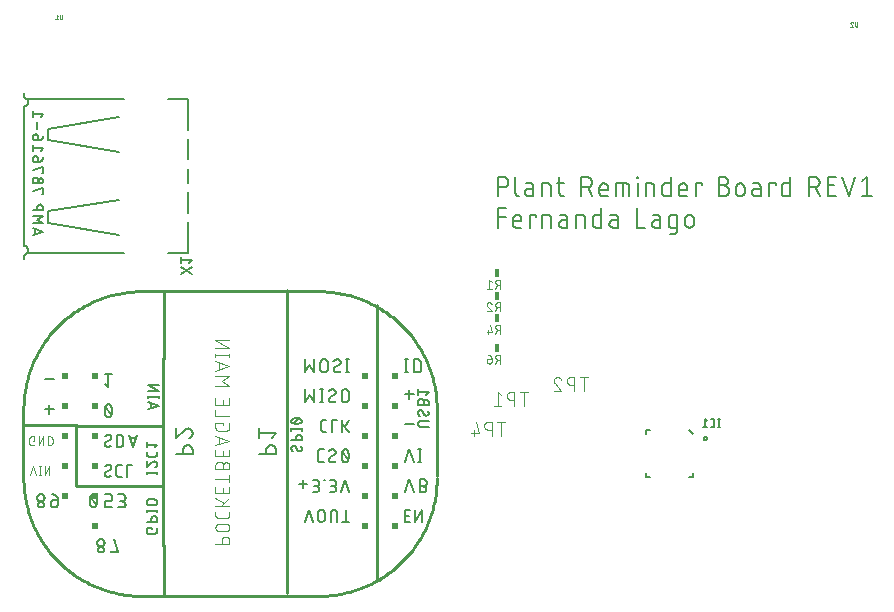
<source format=gbr>
G04 EAGLE Gerber RS-274X export*
G75*
%MOMM*%
%FSLAX34Y34*%
%LPD*%
%INSilkscreen Bottom*%
%IPPOS*%
%AMOC8*
5,1,8,0,0,1.08239X$1,22.5*%
G01*
%ADD10C,0.152400*%
%ADD11C,0.203200*%
%ADD12R,0.406400X0.711200*%
%ADD13C,0.076200*%
%ADD14C,0.101600*%
%ADD15C,0.025400*%
%ADD16R,0.508000X0.508000*%
%ADD17C,0.254000*%
%ADD18C,0.127000*%


D10*
X413512Y351282D02*
X413512Y367538D01*
X418028Y367538D01*
X418161Y367536D01*
X418293Y367530D01*
X418425Y367520D01*
X418557Y367507D01*
X418689Y367489D01*
X418819Y367468D01*
X418950Y367443D01*
X419079Y367414D01*
X419207Y367381D01*
X419335Y367345D01*
X419461Y367305D01*
X419586Y367261D01*
X419710Y367213D01*
X419832Y367162D01*
X419953Y367107D01*
X420072Y367049D01*
X420190Y366987D01*
X420305Y366922D01*
X420419Y366853D01*
X420530Y366782D01*
X420639Y366706D01*
X420746Y366628D01*
X420851Y366547D01*
X420953Y366462D01*
X421053Y366375D01*
X421150Y366285D01*
X421245Y366192D01*
X421336Y366096D01*
X421425Y365998D01*
X421511Y365897D01*
X421594Y365793D01*
X421674Y365687D01*
X421750Y365579D01*
X421824Y365469D01*
X421894Y365356D01*
X421961Y365242D01*
X422024Y365125D01*
X422084Y365007D01*
X422141Y364887D01*
X422194Y364765D01*
X422243Y364642D01*
X422289Y364518D01*
X422331Y364392D01*
X422369Y364265D01*
X422404Y364137D01*
X422435Y364008D01*
X422462Y363879D01*
X422485Y363748D01*
X422505Y363617D01*
X422520Y363485D01*
X422532Y363353D01*
X422540Y363221D01*
X422544Y363088D01*
X422544Y362956D01*
X422540Y362823D01*
X422532Y362691D01*
X422520Y362559D01*
X422505Y362427D01*
X422485Y362296D01*
X422462Y362165D01*
X422435Y362036D01*
X422404Y361907D01*
X422369Y361779D01*
X422331Y361652D01*
X422289Y361526D01*
X422243Y361402D01*
X422194Y361279D01*
X422141Y361157D01*
X422084Y361037D01*
X422024Y360919D01*
X421961Y360802D01*
X421894Y360688D01*
X421824Y360575D01*
X421750Y360465D01*
X421674Y360357D01*
X421594Y360251D01*
X421511Y360147D01*
X421425Y360046D01*
X421336Y359948D01*
X421245Y359852D01*
X421150Y359759D01*
X421053Y359669D01*
X420953Y359582D01*
X420851Y359497D01*
X420746Y359416D01*
X420639Y359338D01*
X420530Y359262D01*
X420419Y359191D01*
X420305Y359122D01*
X420190Y359057D01*
X420072Y358995D01*
X419953Y358937D01*
X419832Y358882D01*
X419710Y358831D01*
X419586Y358783D01*
X419461Y358739D01*
X419335Y358699D01*
X419207Y358663D01*
X419079Y358630D01*
X418950Y358601D01*
X418819Y358576D01*
X418689Y358555D01*
X418557Y358537D01*
X418425Y358524D01*
X418293Y358514D01*
X418161Y358508D01*
X418028Y358506D01*
X418028Y358507D02*
X413512Y358507D01*
X428509Y353991D02*
X428509Y367538D01*
X428509Y353991D02*
X428511Y353890D01*
X428517Y353789D01*
X428526Y353688D01*
X428539Y353587D01*
X428556Y353487D01*
X428577Y353388D01*
X428601Y353290D01*
X428629Y353193D01*
X428661Y353096D01*
X428696Y353001D01*
X428735Y352908D01*
X428777Y352816D01*
X428823Y352725D01*
X428872Y352637D01*
X428924Y352550D01*
X428980Y352465D01*
X429038Y352382D01*
X429100Y352302D01*
X429165Y352224D01*
X429232Y352148D01*
X429302Y352075D01*
X429375Y352005D01*
X429451Y351938D01*
X429529Y351873D01*
X429609Y351811D01*
X429692Y351753D01*
X429777Y351697D01*
X429864Y351645D01*
X429952Y351596D01*
X430043Y351550D01*
X430135Y351508D01*
X430228Y351469D01*
X430323Y351434D01*
X430420Y351402D01*
X430517Y351374D01*
X430615Y351350D01*
X430714Y351329D01*
X430814Y351312D01*
X430915Y351299D01*
X431016Y351290D01*
X431117Y351284D01*
X431218Y351282D01*
X439697Y357604D02*
X443761Y357604D01*
X439697Y357604D02*
X439585Y357602D01*
X439474Y357596D01*
X439363Y357586D01*
X439252Y357573D01*
X439142Y357555D01*
X439033Y357533D01*
X438924Y357508D01*
X438816Y357479D01*
X438710Y357446D01*
X438604Y357409D01*
X438500Y357369D01*
X438398Y357325D01*
X438297Y357277D01*
X438198Y357226D01*
X438100Y357171D01*
X438005Y357113D01*
X437912Y357052D01*
X437821Y356987D01*
X437732Y356919D01*
X437646Y356848D01*
X437563Y356775D01*
X437482Y356698D01*
X437403Y356618D01*
X437328Y356536D01*
X437256Y356451D01*
X437186Y356364D01*
X437120Y356274D01*
X437057Y356182D01*
X436997Y356087D01*
X436941Y355991D01*
X436888Y355893D01*
X436839Y355793D01*
X436793Y355691D01*
X436751Y355588D01*
X436712Y355483D01*
X436677Y355377D01*
X436646Y355270D01*
X436619Y355162D01*
X436595Y355053D01*
X436576Y354943D01*
X436560Y354833D01*
X436548Y354722D01*
X436540Y354610D01*
X436536Y354499D01*
X436536Y354387D01*
X436540Y354276D01*
X436548Y354164D01*
X436560Y354053D01*
X436576Y353943D01*
X436595Y353833D01*
X436619Y353724D01*
X436646Y353616D01*
X436677Y353509D01*
X436712Y353403D01*
X436751Y353298D01*
X436793Y353195D01*
X436839Y353093D01*
X436888Y352993D01*
X436941Y352895D01*
X436997Y352799D01*
X437057Y352704D01*
X437120Y352612D01*
X437186Y352522D01*
X437256Y352435D01*
X437328Y352350D01*
X437403Y352268D01*
X437482Y352188D01*
X437563Y352111D01*
X437646Y352038D01*
X437732Y351967D01*
X437821Y351899D01*
X437912Y351834D01*
X438005Y351773D01*
X438100Y351715D01*
X438198Y351660D01*
X438297Y351609D01*
X438398Y351561D01*
X438500Y351517D01*
X438604Y351477D01*
X438710Y351440D01*
X438816Y351407D01*
X438924Y351378D01*
X439033Y351353D01*
X439142Y351331D01*
X439252Y351313D01*
X439363Y351300D01*
X439474Y351290D01*
X439585Y351284D01*
X439697Y351282D01*
X443761Y351282D01*
X443761Y359410D01*
X443760Y359410D02*
X443758Y359511D01*
X443752Y359612D01*
X443743Y359713D01*
X443730Y359814D01*
X443713Y359914D01*
X443692Y360013D01*
X443668Y360111D01*
X443640Y360208D01*
X443608Y360305D01*
X443573Y360400D01*
X443534Y360493D01*
X443492Y360585D01*
X443446Y360676D01*
X443397Y360765D01*
X443345Y360851D01*
X443289Y360936D01*
X443231Y361019D01*
X443169Y361099D01*
X443104Y361177D01*
X443037Y361253D01*
X442967Y361326D01*
X442894Y361396D01*
X442818Y361463D01*
X442740Y361528D01*
X442660Y361590D01*
X442577Y361648D01*
X442492Y361704D01*
X442406Y361756D01*
X442317Y361805D01*
X442226Y361851D01*
X442134Y361893D01*
X442041Y361932D01*
X441946Y361967D01*
X441849Y361999D01*
X441752Y362027D01*
X441654Y362051D01*
X441555Y362072D01*
X441455Y362089D01*
X441354Y362102D01*
X441253Y362111D01*
X441152Y362117D01*
X441051Y362119D01*
X437439Y362119D01*
X451198Y362119D02*
X451198Y351282D01*
X451198Y362119D02*
X455714Y362119D01*
X455818Y362117D01*
X455921Y362111D01*
X456025Y362101D01*
X456128Y362087D01*
X456230Y362069D01*
X456331Y362048D01*
X456432Y362022D01*
X456531Y361993D01*
X456630Y361960D01*
X456727Y361923D01*
X456822Y361882D01*
X456916Y361838D01*
X457008Y361790D01*
X457098Y361739D01*
X457187Y361684D01*
X457273Y361626D01*
X457356Y361564D01*
X457438Y361500D01*
X457516Y361432D01*
X457592Y361362D01*
X457666Y361289D01*
X457736Y361212D01*
X457804Y361134D01*
X457868Y361052D01*
X457930Y360969D01*
X457988Y360883D01*
X458043Y360794D01*
X458094Y360704D01*
X458142Y360612D01*
X458186Y360518D01*
X458227Y360423D01*
X458264Y360326D01*
X458297Y360227D01*
X458326Y360128D01*
X458352Y360027D01*
X458373Y359926D01*
X458391Y359824D01*
X458405Y359721D01*
X458415Y359617D01*
X458421Y359514D01*
X458423Y359410D01*
X458423Y351282D01*
X463969Y362119D02*
X469388Y362119D01*
X465775Y367538D02*
X465775Y353991D01*
X465777Y353890D01*
X465783Y353789D01*
X465792Y353688D01*
X465805Y353587D01*
X465822Y353487D01*
X465843Y353388D01*
X465867Y353290D01*
X465895Y353193D01*
X465927Y353096D01*
X465962Y353001D01*
X466001Y352908D01*
X466043Y352816D01*
X466089Y352725D01*
X466138Y352637D01*
X466190Y352550D01*
X466246Y352465D01*
X466304Y352382D01*
X466366Y352302D01*
X466431Y352224D01*
X466498Y352148D01*
X466568Y352075D01*
X466641Y352005D01*
X466717Y351938D01*
X466795Y351873D01*
X466875Y351811D01*
X466958Y351753D01*
X467043Y351697D01*
X467130Y351645D01*
X467218Y351596D01*
X467309Y351550D01*
X467401Y351508D01*
X467494Y351469D01*
X467589Y351434D01*
X467686Y351402D01*
X467783Y351374D01*
X467881Y351350D01*
X467980Y351329D01*
X468080Y351312D01*
X468181Y351299D01*
X468282Y351290D01*
X468383Y351284D01*
X468484Y351282D01*
X469388Y351282D01*
X484254Y351282D02*
X484254Y367538D01*
X488770Y367538D01*
X488903Y367536D01*
X489035Y367530D01*
X489167Y367520D01*
X489299Y367507D01*
X489431Y367489D01*
X489561Y367468D01*
X489692Y367443D01*
X489821Y367414D01*
X489949Y367381D01*
X490077Y367345D01*
X490203Y367305D01*
X490328Y367261D01*
X490452Y367213D01*
X490574Y367162D01*
X490695Y367107D01*
X490814Y367049D01*
X490932Y366987D01*
X491047Y366922D01*
X491161Y366853D01*
X491272Y366782D01*
X491381Y366706D01*
X491488Y366628D01*
X491593Y366547D01*
X491695Y366462D01*
X491795Y366375D01*
X491892Y366285D01*
X491987Y366192D01*
X492078Y366096D01*
X492167Y365998D01*
X492253Y365897D01*
X492336Y365793D01*
X492416Y365687D01*
X492492Y365579D01*
X492566Y365469D01*
X492636Y365356D01*
X492703Y365242D01*
X492766Y365125D01*
X492826Y365007D01*
X492883Y364887D01*
X492936Y364765D01*
X492985Y364642D01*
X493031Y364518D01*
X493073Y364392D01*
X493111Y364265D01*
X493146Y364137D01*
X493177Y364008D01*
X493204Y363879D01*
X493227Y363748D01*
X493247Y363617D01*
X493262Y363485D01*
X493274Y363353D01*
X493282Y363221D01*
X493286Y363088D01*
X493286Y362956D01*
X493282Y362823D01*
X493274Y362691D01*
X493262Y362559D01*
X493247Y362427D01*
X493227Y362296D01*
X493204Y362165D01*
X493177Y362036D01*
X493146Y361907D01*
X493111Y361779D01*
X493073Y361652D01*
X493031Y361526D01*
X492985Y361402D01*
X492936Y361279D01*
X492883Y361157D01*
X492826Y361037D01*
X492766Y360919D01*
X492703Y360802D01*
X492636Y360688D01*
X492566Y360575D01*
X492492Y360465D01*
X492416Y360357D01*
X492336Y360251D01*
X492253Y360147D01*
X492167Y360046D01*
X492078Y359948D01*
X491987Y359852D01*
X491892Y359759D01*
X491795Y359669D01*
X491695Y359582D01*
X491593Y359497D01*
X491488Y359416D01*
X491381Y359338D01*
X491272Y359262D01*
X491161Y359191D01*
X491047Y359122D01*
X490932Y359057D01*
X490814Y358995D01*
X490695Y358937D01*
X490574Y358882D01*
X490452Y358831D01*
X490328Y358783D01*
X490203Y358739D01*
X490077Y358699D01*
X489949Y358663D01*
X489821Y358630D01*
X489692Y358601D01*
X489561Y358576D01*
X489431Y358555D01*
X489299Y358537D01*
X489167Y358524D01*
X489035Y358514D01*
X488903Y358508D01*
X488770Y358506D01*
X488770Y358507D02*
X484254Y358507D01*
X489673Y358507D02*
X493285Y351282D01*
X502364Y351282D02*
X506880Y351282D01*
X502364Y351282D02*
X502263Y351284D01*
X502162Y351290D01*
X502061Y351299D01*
X501960Y351312D01*
X501860Y351329D01*
X501761Y351350D01*
X501663Y351374D01*
X501566Y351402D01*
X501469Y351434D01*
X501374Y351469D01*
X501281Y351508D01*
X501189Y351550D01*
X501098Y351596D01*
X501010Y351645D01*
X500923Y351697D01*
X500838Y351753D01*
X500755Y351811D01*
X500675Y351873D01*
X500597Y351938D01*
X500521Y352005D01*
X500448Y352075D01*
X500378Y352148D01*
X500311Y352224D01*
X500246Y352302D01*
X500184Y352382D01*
X500126Y352465D01*
X500070Y352550D01*
X500018Y352637D01*
X499969Y352725D01*
X499923Y352816D01*
X499881Y352908D01*
X499842Y353001D01*
X499807Y353096D01*
X499775Y353193D01*
X499747Y353290D01*
X499723Y353388D01*
X499702Y353487D01*
X499685Y353587D01*
X499672Y353688D01*
X499663Y353789D01*
X499657Y353890D01*
X499655Y353991D01*
X499655Y358507D01*
X499657Y358626D01*
X499663Y358746D01*
X499673Y358865D01*
X499687Y358983D01*
X499704Y359102D01*
X499726Y359219D01*
X499751Y359336D01*
X499781Y359451D01*
X499814Y359566D01*
X499851Y359680D01*
X499891Y359792D01*
X499936Y359903D01*
X499984Y360012D01*
X500035Y360120D01*
X500090Y360226D01*
X500149Y360330D01*
X500211Y360432D01*
X500276Y360532D01*
X500345Y360630D01*
X500417Y360726D01*
X500492Y360819D01*
X500569Y360909D01*
X500650Y360997D01*
X500734Y361082D01*
X500821Y361164D01*
X500910Y361244D01*
X501002Y361320D01*
X501096Y361394D01*
X501193Y361464D01*
X501291Y361531D01*
X501392Y361595D01*
X501496Y361655D01*
X501601Y361712D01*
X501708Y361765D01*
X501816Y361815D01*
X501926Y361861D01*
X502038Y361903D01*
X502151Y361942D01*
X502265Y361977D01*
X502380Y362008D01*
X502497Y362036D01*
X502614Y362059D01*
X502731Y362079D01*
X502850Y362095D01*
X502969Y362107D01*
X503088Y362115D01*
X503207Y362119D01*
X503327Y362119D01*
X503446Y362115D01*
X503565Y362107D01*
X503684Y362095D01*
X503803Y362079D01*
X503920Y362059D01*
X504037Y362036D01*
X504154Y362008D01*
X504269Y361977D01*
X504383Y361942D01*
X504496Y361903D01*
X504608Y361861D01*
X504718Y361815D01*
X504826Y361765D01*
X504933Y361712D01*
X505038Y361655D01*
X505142Y361595D01*
X505243Y361531D01*
X505341Y361464D01*
X505438Y361394D01*
X505532Y361320D01*
X505624Y361244D01*
X505713Y361164D01*
X505800Y361082D01*
X505884Y360997D01*
X505965Y360909D01*
X506042Y360819D01*
X506117Y360726D01*
X506189Y360630D01*
X506258Y360532D01*
X506323Y360432D01*
X506385Y360330D01*
X506444Y360226D01*
X506499Y360120D01*
X506550Y360012D01*
X506598Y359903D01*
X506643Y359792D01*
X506683Y359680D01*
X506720Y359566D01*
X506753Y359451D01*
X506783Y359336D01*
X506808Y359219D01*
X506830Y359102D01*
X506847Y358983D01*
X506861Y358865D01*
X506871Y358746D01*
X506877Y358626D01*
X506879Y358507D01*
X506880Y358507D02*
X506880Y356701D01*
X499655Y356701D01*
X514001Y351282D02*
X514001Y362119D01*
X522129Y362119D01*
X522230Y362117D01*
X522331Y362111D01*
X522432Y362102D01*
X522533Y362089D01*
X522633Y362072D01*
X522732Y362051D01*
X522830Y362027D01*
X522927Y361999D01*
X523024Y361967D01*
X523119Y361932D01*
X523212Y361893D01*
X523304Y361851D01*
X523395Y361805D01*
X523484Y361756D01*
X523570Y361704D01*
X523655Y361648D01*
X523738Y361590D01*
X523818Y361528D01*
X523896Y361463D01*
X523972Y361396D01*
X524045Y361326D01*
X524115Y361253D01*
X524182Y361177D01*
X524247Y361099D01*
X524309Y361019D01*
X524367Y360936D01*
X524423Y360851D01*
X524475Y360765D01*
X524524Y360676D01*
X524570Y360585D01*
X524612Y360493D01*
X524651Y360400D01*
X524686Y360305D01*
X524718Y360208D01*
X524746Y360111D01*
X524770Y360013D01*
X524791Y359914D01*
X524808Y359814D01*
X524821Y359713D01*
X524830Y359612D01*
X524836Y359511D01*
X524838Y359410D01*
X524838Y351282D01*
X519420Y351282D02*
X519420Y362119D01*
X531924Y362119D02*
X531924Y351282D01*
X531473Y366635D02*
X531473Y367538D01*
X532376Y367538D01*
X532376Y366635D01*
X531473Y366635D01*
X538733Y362119D02*
X538733Y351282D01*
X538733Y362119D02*
X543248Y362119D01*
X543352Y362117D01*
X543455Y362111D01*
X543559Y362101D01*
X543662Y362087D01*
X543764Y362069D01*
X543865Y362048D01*
X543966Y362022D01*
X544065Y361993D01*
X544164Y361960D01*
X544261Y361923D01*
X544356Y361882D01*
X544450Y361838D01*
X544542Y361790D01*
X544632Y361739D01*
X544721Y361684D01*
X544807Y361626D01*
X544890Y361564D01*
X544972Y361500D01*
X545050Y361432D01*
X545126Y361362D01*
X545200Y361289D01*
X545270Y361212D01*
X545338Y361134D01*
X545402Y361052D01*
X545464Y360969D01*
X545522Y360883D01*
X545577Y360794D01*
X545628Y360704D01*
X545676Y360612D01*
X545720Y360518D01*
X545761Y360423D01*
X545798Y360326D01*
X545831Y360227D01*
X545860Y360128D01*
X545886Y360027D01*
X545907Y359926D01*
X545925Y359824D01*
X545939Y359721D01*
X545949Y359617D01*
X545955Y359514D01*
X545957Y359410D01*
X545958Y359410D02*
X545958Y351282D01*
X559953Y351282D02*
X559953Y367538D01*
X559953Y351282D02*
X555437Y351282D01*
X555336Y351284D01*
X555235Y351290D01*
X555134Y351299D01*
X555033Y351312D01*
X554933Y351329D01*
X554834Y351350D01*
X554736Y351374D01*
X554639Y351402D01*
X554542Y351434D01*
X554447Y351469D01*
X554354Y351508D01*
X554262Y351550D01*
X554171Y351596D01*
X554083Y351645D01*
X553996Y351697D01*
X553911Y351753D01*
X553828Y351811D01*
X553748Y351873D01*
X553670Y351938D01*
X553594Y352005D01*
X553521Y352075D01*
X553451Y352148D01*
X553384Y352224D01*
X553319Y352302D01*
X553257Y352382D01*
X553199Y352465D01*
X553143Y352550D01*
X553091Y352637D01*
X553042Y352725D01*
X552996Y352816D01*
X552954Y352908D01*
X552915Y353001D01*
X552880Y353096D01*
X552848Y353193D01*
X552820Y353290D01*
X552796Y353388D01*
X552775Y353487D01*
X552758Y353587D01*
X552745Y353688D01*
X552736Y353789D01*
X552730Y353890D01*
X552728Y353991D01*
X552728Y359410D01*
X552730Y359511D01*
X552736Y359612D01*
X552745Y359713D01*
X552758Y359814D01*
X552775Y359914D01*
X552796Y360013D01*
X552820Y360111D01*
X552848Y360208D01*
X552880Y360305D01*
X552915Y360400D01*
X552954Y360493D01*
X552996Y360585D01*
X553042Y360676D01*
X553091Y360765D01*
X553143Y360851D01*
X553199Y360936D01*
X553257Y361019D01*
X553319Y361099D01*
X553384Y361177D01*
X553451Y361253D01*
X553521Y361326D01*
X553594Y361396D01*
X553670Y361463D01*
X553748Y361528D01*
X553828Y361590D01*
X553911Y361648D01*
X553996Y361704D01*
X554083Y361756D01*
X554171Y361805D01*
X554262Y361851D01*
X554354Y361893D01*
X554447Y361932D01*
X554542Y361967D01*
X554639Y361999D01*
X554736Y362027D01*
X554834Y362051D01*
X554933Y362072D01*
X555033Y362089D01*
X555134Y362102D01*
X555235Y362111D01*
X555336Y362117D01*
X555437Y362119D01*
X559953Y362119D01*
X569578Y351282D02*
X574094Y351282D01*
X569578Y351282D02*
X569477Y351284D01*
X569376Y351290D01*
X569275Y351299D01*
X569174Y351312D01*
X569074Y351329D01*
X568975Y351350D01*
X568877Y351374D01*
X568780Y351402D01*
X568683Y351434D01*
X568588Y351469D01*
X568495Y351508D01*
X568403Y351550D01*
X568312Y351596D01*
X568224Y351645D01*
X568137Y351697D01*
X568052Y351753D01*
X567969Y351811D01*
X567889Y351873D01*
X567811Y351938D01*
X567735Y352005D01*
X567662Y352075D01*
X567592Y352148D01*
X567525Y352224D01*
X567460Y352302D01*
X567398Y352382D01*
X567340Y352465D01*
X567284Y352550D01*
X567232Y352637D01*
X567183Y352725D01*
X567137Y352816D01*
X567095Y352908D01*
X567056Y353001D01*
X567021Y353096D01*
X566989Y353193D01*
X566961Y353290D01*
X566937Y353388D01*
X566916Y353487D01*
X566899Y353587D01*
X566886Y353688D01*
X566877Y353789D01*
X566871Y353890D01*
X566869Y353991D01*
X566869Y358507D01*
X566871Y358626D01*
X566877Y358746D01*
X566887Y358865D01*
X566901Y358983D01*
X566918Y359102D01*
X566940Y359219D01*
X566965Y359336D01*
X566995Y359451D01*
X567028Y359566D01*
X567065Y359680D01*
X567105Y359792D01*
X567150Y359903D01*
X567198Y360012D01*
X567249Y360120D01*
X567304Y360226D01*
X567363Y360330D01*
X567425Y360432D01*
X567490Y360532D01*
X567559Y360630D01*
X567631Y360726D01*
X567706Y360819D01*
X567783Y360909D01*
X567864Y360997D01*
X567948Y361082D01*
X568035Y361164D01*
X568124Y361244D01*
X568216Y361320D01*
X568310Y361394D01*
X568407Y361464D01*
X568505Y361531D01*
X568606Y361595D01*
X568710Y361655D01*
X568815Y361712D01*
X568922Y361765D01*
X569030Y361815D01*
X569140Y361861D01*
X569252Y361903D01*
X569365Y361942D01*
X569479Y361977D01*
X569594Y362008D01*
X569711Y362036D01*
X569828Y362059D01*
X569945Y362079D01*
X570064Y362095D01*
X570183Y362107D01*
X570302Y362115D01*
X570421Y362119D01*
X570541Y362119D01*
X570660Y362115D01*
X570779Y362107D01*
X570898Y362095D01*
X571017Y362079D01*
X571134Y362059D01*
X571251Y362036D01*
X571368Y362008D01*
X571483Y361977D01*
X571597Y361942D01*
X571710Y361903D01*
X571822Y361861D01*
X571932Y361815D01*
X572040Y361765D01*
X572147Y361712D01*
X572252Y361655D01*
X572356Y361595D01*
X572457Y361531D01*
X572555Y361464D01*
X572652Y361394D01*
X572746Y361320D01*
X572838Y361244D01*
X572927Y361164D01*
X573014Y361082D01*
X573098Y360997D01*
X573179Y360909D01*
X573256Y360819D01*
X573331Y360726D01*
X573403Y360630D01*
X573472Y360532D01*
X573537Y360432D01*
X573599Y360330D01*
X573658Y360226D01*
X573713Y360120D01*
X573764Y360012D01*
X573812Y359903D01*
X573857Y359792D01*
X573897Y359680D01*
X573934Y359566D01*
X573967Y359451D01*
X573997Y359336D01*
X574022Y359219D01*
X574044Y359102D01*
X574061Y358983D01*
X574075Y358865D01*
X574085Y358746D01*
X574091Y358626D01*
X574093Y358507D01*
X574094Y358507D02*
X574094Y356701D01*
X566869Y356701D01*
X581022Y351282D02*
X581022Y362119D01*
X586441Y362119D01*
X586441Y360313D01*
X600566Y360313D02*
X605081Y360313D01*
X605081Y360314D02*
X605214Y360312D01*
X605346Y360306D01*
X605478Y360296D01*
X605610Y360283D01*
X605742Y360265D01*
X605872Y360244D01*
X606003Y360219D01*
X606132Y360190D01*
X606260Y360157D01*
X606388Y360121D01*
X606514Y360081D01*
X606639Y360037D01*
X606763Y359989D01*
X606885Y359938D01*
X607006Y359883D01*
X607125Y359825D01*
X607243Y359763D01*
X607358Y359698D01*
X607472Y359629D01*
X607583Y359558D01*
X607692Y359482D01*
X607799Y359404D01*
X607904Y359323D01*
X608006Y359238D01*
X608106Y359151D01*
X608203Y359061D01*
X608298Y358968D01*
X608389Y358872D01*
X608478Y358774D01*
X608564Y358673D01*
X608647Y358569D01*
X608727Y358463D01*
X608803Y358355D01*
X608877Y358245D01*
X608947Y358132D01*
X609014Y358018D01*
X609077Y357901D01*
X609137Y357783D01*
X609194Y357663D01*
X609247Y357541D01*
X609296Y357418D01*
X609342Y357294D01*
X609384Y357168D01*
X609422Y357041D01*
X609457Y356913D01*
X609488Y356784D01*
X609515Y356655D01*
X609538Y356524D01*
X609558Y356393D01*
X609573Y356261D01*
X609585Y356129D01*
X609593Y355997D01*
X609597Y355864D01*
X609597Y355732D01*
X609593Y355599D01*
X609585Y355467D01*
X609573Y355335D01*
X609558Y355203D01*
X609538Y355072D01*
X609515Y354941D01*
X609488Y354812D01*
X609457Y354683D01*
X609422Y354555D01*
X609384Y354428D01*
X609342Y354302D01*
X609296Y354178D01*
X609247Y354055D01*
X609194Y353933D01*
X609137Y353813D01*
X609077Y353695D01*
X609014Y353578D01*
X608947Y353464D01*
X608877Y353351D01*
X608803Y353241D01*
X608727Y353133D01*
X608647Y353027D01*
X608564Y352923D01*
X608478Y352822D01*
X608389Y352724D01*
X608298Y352628D01*
X608203Y352535D01*
X608106Y352445D01*
X608006Y352358D01*
X607904Y352273D01*
X607799Y352192D01*
X607692Y352114D01*
X607583Y352038D01*
X607472Y351967D01*
X607358Y351898D01*
X607243Y351833D01*
X607125Y351771D01*
X607006Y351713D01*
X606885Y351658D01*
X606763Y351607D01*
X606639Y351559D01*
X606514Y351515D01*
X606388Y351475D01*
X606260Y351439D01*
X606132Y351406D01*
X606003Y351377D01*
X605872Y351352D01*
X605742Y351331D01*
X605610Y351313D01*
X605478Y351300D01*
X605346Y351290D01*
X605214Y351284D01*
X605081Y351282D01*
X600566Y351282D01*
X600566Y367538D01*
X605081Y367538D01*
X605200Y367536D01*
X605320Y367530D01*
X605439Y367520D01*
X605557Y367506D01*
X605676Y367489D01*
X605793Y367467D01*
X605910Y367442D01*
X606025Y367412D01*
X606140Y367379D01*
X606254Y367342D01*
X606366Y367302D01*
X606477Y367257D01*
X606586Y367209D01*
X606694Y367158D01*
X606800Y367103D01*
X606904Y367044D01*
X607006Y366982D01*
X607106Y366917D01*
X607204Y366848D01*
X607300Y366776D01*
X607393Y366701D01*
X607483Y366624D01*
X607571Y366543D01*
X607656Y366459D01*
X607738Y366372D01*
X607818Y366283D01*
X607894Y366191D01*
X607968Y366097D01*
X608038Y366000D01*
X608105Y365902D01*
X608169Y365801D01*
X608229Y365697D01*
X608286Y365592D01*
X608339Y365485D01*
X608389Y365377D01*
X608435Y365267D01*
X608477Y365155D01*
X608516Y365042D01*
X608551Y364928D01*
X608582Y364813D01*
X608610Y364696D01*
X608633Y364579D01*
X608653Y364462D01*
X608669Y364343D01*
X608681Y364224D01*
X608689Y364105D01*
X608693Y363986D01*
X608693Y363866D01*
X608689Y363747D01*
X608681Y363628D01*
X608669Y363509D01*
X608653Y363390D01*
X608633Y363273D01*
X608610Y363156D01*
X608582Y363039D01*
X608551Y362924D01*
X608516Y362810D01*
X608477Y362697D01*
X608435Y362585D01*
X608389Y362475D01*
X608339Y362367D01*
X608286Y362260D01*
X608229Y362155D01*
X608169Y362051D01*
X608105Y361950D01*
X608038Y361852D01*
X607968Y361755D01*
X607894Y361661D01*
X607818Y361569D01*
X607738Y361480D01*
X607656Y361393D01*
X607571Y361309D01*
X607483Y361228D01*
X607393Y361151D01*
X607300Y361076D01*
X607204Y361004D01*
X607106Y360935D01*
X607006Y360870D01*
X606904Y360808D01*
X606800Y360749D01*
X606694Y360694D01*
X606586Y360643D01*
X606477Y360595D01*
X606366Y360550D01*
X606254Y360510D01*
X606140Y360473D01*
X606025Y360440D01*
X605910Y360410D01*
X605793Y360385D01*
X605676Y360363D01*
X605557Y360346D01*
X605439Y360332D01*
X605320Y360322D01*
X605200Y360316D01*
X605081Y360314D01*
X615326Y358507D02*
X615326Y354894D01*
X615326Y358507D02*
X615328Y358626D01*
X615334Y358746D01*
X615344Y358865D01*
X615358Y358983D01*
X615375Y359102D01*
X615397Y359219D01*
X615422Y359336D01*
X615452Y359451D01*
X615485Y359566D01*
X615522Y359680D01*
X615562Y359792D01*
X615607Y359903D01*
X615655Y360012D01*
X615706Y360120D01*
X615761Y360226D01*
X615820Y360330D01*
X615882Y360432D01*
X615947Y360532D01*
X616016Y360630D01*
X616088Y360726D01*
X616163Y360819D01*
X616240Y360909D01*
X616321Y360997D01*
X616405Y361082D01*
X616492Y361164D01*
X616581Y361244D01*
X616673Y361320D01*
X616767Y361394D01*
X616864Y361464D01*
X616962Y361531D01*
X617063Y361595D01*
X617167Y361655D01*
X617272Y361712D01*
X617379Y361765D01*
X617487Y361815D01*
X617597Y361861D01*
X617709Y361903D01*
X617822Y361942D01*
X617936Y361977D01*
X618051Y362008D01*
X618168Y362036D01*
X618285Y362059D01*
X618402Y362079D01*
X618521Y362095D01*
X618640Y362107D01*
X618759Y362115D01*
X618878Y362119D01*
X618998Y362119D01*
X619117Y362115D01*
X619236Y362107D01*
X619355Y362095D01*
X619474Y362079D01*
X619591Y362059D01*
X619708Y362036D01*
X619825Y362008D01*
X619940Y361977D01*
X620054Y361942D01*
X620167Y361903D01*
X620279Y361861D01*
X620389Y361815D01*
X620497Y361765D01*
X620604Y361712D01*
X620709Y361655D01*
X620813Y361595D01*
X620914Y361531D01*
X621012Y361464D01*
X621109Y361394D01*
X621203Y361320D01*
X621295Y361244D01*
X621384Y361164D01*
X621471Y361082D01*
X621555Y360997D01*
X621636Y360909D01*
X621713Y360819D01*
X621788Y360726D01*
X621860Y360630D01*
X621929Y360532D01*
X621994Y360432D01*
X622056Y360330D01*
X622115Y360226D01*
X622170Y360120D01*
X622221Y360012D01*
X622269Y359903D01*
X622314Y359792D01*
X622354Y359680D01*
X622391Y359566D01*
X622424Y359451D01*
X622454Y359336D01*
X622479Y359219D01*
X622501Y359102D01*
X622518Y358983D01*
X622532Y358865D01*
X622542Y358746D01*
X622548Y358626D01*
X622550Y358507D01*
X622551Y358507D02*
X622551Y354894D01*
X622550Y354894D02*
X622548Y354775D01*
X622542Y354655D01*
X622532Y354536D01*
X622518Y354418D01*
X622501Y354299D01*
X622479Y354182D01*
X622454Y354065D01*
X622424Y353950D01*
X622391Y353835D01*
X622354Y353721D01*
X622314Y353609D01*
X622269Y353498D01*
X622221Y353389D01*
X622170Y353281D01*
X622115Y353175D01*
X622056Y353071D01*
X621994Y352969D01*
X621929Y352869D01*
X621860Y352771D01*
X621788Y352675D01*
X621713Y352582D01*
X621636Y352492D01*
X621555Y352404D01*
X621471Y352319D01*
X621384Y352237D01*
X621295Y352157D01*
X621203Y352081D01*
X621109Y352007D01*
X621012Y351937D01*
X620914Y351870D01*
X620813Y351806D01*
X620709Y351746D01*
X620604Y351689D01*
X620497Y351636D01*
X620389Y351586D01*
X620279Y351540D01*
X620167Y351498D01*
X620054Y351459D01*
X619940Y351424D01*
X619825Y351393D01*
X619708Y351365D01*
X619591Y351342D01*
X619474Y351322D01*
X619355Y351306D01*
X619236Y351294D01*
X619117Y351286D01*
X618998Y351282D01*
X618878Y351282D01*
X618759Y351286D01*
X618640Y351294D01*
X618521Y351306D01*
X618402Y351322D01*
X618285Y351342D01*
X618168Y351365D01*
X618051Y351393D01*
X617936Y351424D01*
X617822Y351459D01*
X617709Y351498D01*
X617597Y351540D01*
X617487Y351586D01*
X617379Y351636D01*
X617272Y351689D01*
X617167Y351746D01*
X617063Y351806D01*
X616962Y351870D01*
X616864Y351937D01*
X616767Y352007D01*
X616673Y352081D01*
X616581Y352157D01*
X616492Y352237D01*
X616405Y352319D01*
X616321Y352404D01*
X616240Y352492D01*
X616163Y352582D01*
X616088Y352675D01*
X616016Y352771D01*
X615947Y352869D01*
X615882Y352969D01*
X615820Y353071D01*
X615761Y353175D01*
X615706Y353281D01*
X615655Y353389D01*
X615607Y353498D01*
X615562Y353609D01*
X615522Y353721D01*
X615485Y353835D01*
X615452Y353950D01*
X615422Y354065D01*
X615397Y354182D01*
X615375Y354299D01*
X615358Y354418D01*
X615344Y354536D01*
X615334Y354655D01*
X615328Y354775D01*
X615326Y354894D01*
X631960Y357604D02*
X636024Y357604D01*
X631960Y357604D02*
X631848Y357602D01*
X631737Y357596D01*
X631626Y357586D01*
X631515Y357573D01*
X631405Y357555D01*
X631296Y357533D01*
X631187Y357508D01*
X631079Y357479D01*
X630973Y357446D01*
X630867Y357409D01*
X630763Y357369D01*
X630661Y357325D01*
X630560Y357277D01*
X630461Y357226D01*
X630363Y357171D01*
X630268Y357113D01*
X630175Y357052D01*
X630084Y356987D01*
X629995Y356919D01*
X629909Y356848D01*
X629826Y356775D01*
X629745Y356698D01*
X629666Y356618D01*
X629591Y356536D01*
X629519Y356451D01*
X629449Y356364D01*
X629383Y356274D01*
X629320Y356182D01*
X629260Y356087D01*
X629204Y355991D01*
X629151Y355893D01*
X629102Y355793D01*
X629056Y355691D01*
X629014Y355588D01*
X628975Y355483D01*
X628940Y355377D01*
X628909Y355270D01*
X628882Y355162D01*
X628858Y355053D01*
X628839Y354943D01*
X628823Y354833D01*
X628811Y354722D01*
X628803Y354610D01*
X628799Y354499D01*
X628799Y354387D01*
X628803Y354276D01*
X628811Y354164D01*
X628823Y354053D01*
X628839Y353943D01*
X628858Y353833D01*
X628882Y353724D01*
X628909Y353616D01*
X628940Y353509D01*
X628975Y353403D01*
X629014Y353298D01*
X629056Y353195D01*
X629102Y353093D01*
X629151Y352993D01*
X629204Y352895D01*
X629260Y352799D01*
X629320Y352704D01*
X629383Y352612D01*
X629449Y352522D01*
X629519Y352435D01*
X629591Y352350D01*
X629666Y352268D01*
X629745Y352188D01*
X629826Y352111D01*
X629909Y352038D01*
X629995Y351967D01*
X630084Y351899D01*
X630175Y351834D01*
X630268Y351773D01*
X630363Y351715D01*
X630461Y351660D01*
X630560Y351609D01*
X630661Y351561D01*
X630763Y351517D01*
X630867Y351477D01*
X630973Y351440D01*
X631079Y351407D01*
X631187Y351378D01*
X631296Y351353D01*
X631405Y351331D01*
X631515Y351313D01*
X631626Y351300D01*
X631737Y351290D01*
X631848Y351284D01*
X631960Y351282D01*
X636024Y351282D01*
X636024Y359410D01*
X636022Y359511D01*
X636016Y359612D01*
X636007Y359713D01*
X635994Y359814D01*
X635977Y359914D01*
X635956Y360013D01*
X635932Y360111D01*
X635904Y360208D01*
X635872Y360305D01*
X635837Y360400D01*
X635798Y360493D01*
X635756Y360585D01*
X635710Y360676D01*
X635661Y360765D01*
X635609Y360851D01*
X635553Y360936D01*
X635495Y361019D01*
X635433Y361099D01*
X635368Y361177D01*
X635301Y361253D01*
X635231Y361326D01*
X635158Y361396D01*
X635082Y361463D01*
X635004Y361528D01*
X634924Y361590D01*
X634841Y361648D01*
X634756Y361704D01*
X634670Y361756D01*
X634581Y361805D01*
X634490Y361851D01*
X634398Y361893D01*
X634305Y361932D01*
X634210Y361967D01*
X634113Y361999D01*
X634016Y362027D01*
X633918Y362051D01*
X633819Y362072D01*
X633719Y362089D01*
X633618Y362102D01*
X633517Y362111D01*
X633416Y362117D01*
X633315Y362119D01*
X629703Y362119D01*
X643547Y362119D02*
X643547Y351282D01*
X643547Y362119D02*
X648966Y362119D01*
X648966Y360313D01*
X661034Y367538D02*
X661034Y351282D01*
X656519Y351282D01*
X656418Y351284D01*
X656317Y351290D01*
X656216Y351299D01*
X656115Y351312D01*
X656015Y351329D01*
X655916Y351350D01*
X655818Y351374D01*
X655721Y351402D01*
X655624Y351434D01*
X655529Y351469D01*
X655436Y351508D01*
X655344Y351550D01*
X655253Y351596D01*
X655165Y351645D01*
X655078Y351697D01*
X654993Y351753D01*
X654910Y351811D01*
X654830Y351873D01*
X654752Y351938D01*
X654676Y352005D01*
X654603Y352075D01*
X654533Y352148D01*
X654466Y352224D01*
X654401Y352302D01*
X654339Y352382D01*
X654281Y352465D01*
X654225Y352550D01*
X654173Y352637D01*
X654124Y352725D01*
X654078Y352816D01*
X654036Y352908D01*
X653997Y353001D01*
X653962Y353096D01*
X653930Y353193D01*
X653902Y353290D01*
X653878Y353388D01*
X653857Y353487D01*
X653840Y353587D01*
X653827Y353688D01*
X653818Y353789D01*
X653812Y353890D01*
X653810Y353991D01*
X653810Y359410D01*
X653812Y359511D01*
X653818Y359612D01*
X653827Y359713D01*
X653840Y359814D01*
X653857Y359914D01*
X653878Y360013D01*
X653902Y360111D01*
X653930Y360208D01*
X653962Y360305D01*
X653997Y360400D01*
X654036Y360493D01*
X654078Y360585D01*
X654124Y360676D01*
X654173Y360765D01*
X654225Y360851D01*
X654281Y360936D01*
X654339Y361019D01*
X654401Y361099D01*
X654466Y361177D01*
X654533Y361253D01*
X654603Y361326D01*
X654676Y361396D01*
X654752Y361463D01*
X654830Y361528D01*
X654910Y361590D01*
X654993Y361648D01*
X655078Y361704D01*
X655165Y361756D01*
X655253Y361805D01*
X655344Y361851D01*
X655436Y361893D01*
X655529Y361932D01*
X655624Y361967D01*
X655721Y361999D01*
X655818Y362027D01*
X655916Y362051D01*
X656015Y362072D01*
X656115Y362089D01*
X656216Y362102D01*
X656317Y362111D01*
X656418Y362117D01*
X656519Y362119D01*
X661034Y362119D01*
X677039Y367538D02*
X677039Y351282D01*
X677039Y367538D02*
X681555Y367538D01*
X681688Y367536D01*
X681820Y367530D01*
X681952Y367520D01*
X682084Y367507D01*
X682216Y367489D01*
X682346Y367468D01*
X682477Y367443D01*
X682606Y367414D01*
X682734Y367381D01*
X682862Y367345D01*
X682988Y367305D01*
X683113Y367261D01*
X683237Y367213D01*
X683359Y367162D01*
X683480Y367107D01*
X683599Y367049D01*
X683717Y366987D01*
X683832Y366922D01*
X683946Y366853D01*
X684057Y366782D01*
X684166Y366706D01*
X684273Y366628D01*
X684378Y366547D01*
X684480Y366462D01*
X684580Y366375D01*
X684677Y366285D01*
X684772Y366192D01*
X684863Y366096D01*
X684952Y365998D01*
X685038Y365897D01*
X685121Y365793D01*
X685201Y365687D01*
X685277Y365579D01*
X685351Y365469D01*
X685421Y365356D01*
X685488Y365242D01*
X685551Y365125D01*
X685611Y365007D01*
X685668Y364887D01*
X685721Y364765D01*
X685770Y364642D01*
X685816Y364518D01*
X685858Y364392D01*
X685896Y364265D01*
X685931Y364137D01*
X685962Y364008D01*
X685989Y363879D01*
X686012Y363748D01*
X686032Y363617D01*
X686047Y363485D01*
X686059Y363353D01*
X686067Y363221D01*
X686071Y363088D01*
X686071Y362956D01*
X686067Y362823D01*
X686059Y362691D01*
X686047Y362559D01*
X686032Y362427D01*
X686012Y362296D01*
X685989Y362165D01*
X685962Y362036D01*
X685931Y361907D01*
X685896Y361779D01*
X685858Y361652D01*
X685816Y361526D01*
X685770Y361402D01*
X685721Y361279D01*
X685668Y361157D01*
X685611Y361037D01*
X685551Y360919D01*
X685488Y360802D01*
X685421Y360688D01*
X685351Y360575D01*
X685277Y360465D01*
X685201Y360357D01*
X685121Y360251D01*
X685038Y360147D01*
X684952Y360046D01*
X684863Y359948D01*
X684772Y359852D01*
X684677Y359759D01*
X684580Y359669D01*
X684480Y359582D01*
X684378Y359497D01*
X684273Y359416D01*
X684166Y359338D01*
X684057Y359262D01*
X683946Y359191D01*
X683832Y359122D01*
X683717Y359057D01*
X683599Y358995D01*
X683480Y358937D01*
X683359Y358882D01*
X683237Y358831D01*
X683113Y358783D01*
X682988Y358739D01*
X682862Y358699D01*
X682734Y358663D01*
X682606Y358630D01*
X682477Y358601D01*
X682346Y358576D01*
X682216Y358555D01*
X682084Y358537D01*
X681952Y358524D01*
X681820Y358514D01*
X681688Y358508D01*
X681555Y358506D01*
X681555Y358507D02*
X677039Y358507D01*
X682458Y358507D02*
X686070Y351282D01*
X693130Y351282D02*
X700355Y351282D01*
X693130Y351282D02*
X693130Y367538D01*
X700355Y367538D01*
X698548Y360313D02*
X693130Y360313D01*
X705223Y367538D02*
X710641Y351282D01*
X716060Y367538D01*
X721757Y363926D02*
X726273Y367538D01*
X726273Y351282D01*
X730788Y351282D02*
X721757Y351282D01*
X413512Y340868D02*
X413512Y324612D01*
X413512Y340868D02*
X420737Y340868D01*
X420737Y333643D02*
X413512Y333643D01*
X429079Y324612D02*
X433594Y324612D01*
X429079Y324612D02*
X428978Y324614D01*
X428877Y324620D01*
X428776Y324629D01*
X428675Y324642D01*
X428575Y324659D01*
X428476Y324680D01*
X428378Y324704D01*
X428281Y324732D01*
X428184Y324764D01*
X428089Y324799D01*
X427996Y324838D01*
X427904Y324880D01*
X427813Y324926D01*
X427725Y324975D01*
X427638Y325027D01*
X427553Y325083D01*
X427470Y325141D01*
X427390Y325203D01*
X427312Y325268D01*
X427236Y325335D01*
X427163Y325405D01*
X427093Y325478D01*
X427026Y325554D01*
X426961Y325632D01*
X426899Y325712D01*
X426841Y325795D01*
X426785Y325880D01*
X426733Y325967D01*
X426684Y326055D01*
X426638Y326146D01*
X426596Y326238D01*
X426557Y326331D01*
X426522Y326426D01*
X426490Y326523D01*
X426462Y326620D01*
X426438Y326718D01*
X426417Y326817D01*
X426400Y326917D01*
X426387Y327018D01*
X426378Y327119D01*
X426372Y327220D01*
X426370Y327321D01*
X426369Y327321D02*
X426369Y331837D01*
X426370Y331837D02*
X426372Y331956D01*
X426378Y332076D01*
X426388Y332195D01*
X426402Y332313D01*
X426419Y332432D01*
X426441Y332549D01*
X426466Y332666D01*
X426496Y332781D01*
X426529Y332896D01*
X426566Y333010D01*
X426606Y333122D01*
X426651Y333233D01*
X426699Y333342D01*
X426750Y333450D01*
X426805Y333556D01*
X426864Y333660D01*
X426926Y333762D01*
X426991Y333862D01*
X427060Y333960D01*
X427132Y334056D01*
X427207Y334149D01*
X427284Y334239D01*
X427365Y334327D01*
X427449Y334412D01*
X427536Y334494D01*
X427625Y334574D01*
X427717Y334650D01*
X427811Y334724D01*
X427908Y334794D01*
X428006Y334861D01*
X428107Y334925D01*
X428211Y334985D01*
X428316Y335042D01*
X428423Y335095D01*
X428531Y335145D01*
X428641Y335191D01*
X428753Y335233D01*
X428866Y335272D01*
X428980Y335307D01*
X429095Y335338D01*
X429212Y335366D01*
X429329Y335389D01*
X429446Y335409D01*
X429565Y335425D01*
X429684Y335437D01*
X429803Y335445D01*
X429922Y335449D01*
X430042Y335449D01*
X430161Y335445D01*
X430280Y335437D01*
X430399Y335425D01*
X430518Y335409D01*
X430635Y335389D01*
X430752Y335366D01*
X430869Y335338D01*
X430984Y335307D01*
X431098Y335272D01*
X431211Y335233D01*
X431323Y335191D01*
X431433Y335145D01*
X431541Y335095D01*
X431648Y335042D01*
X431753Y334985D01*
X431857Y334925D01*
X431958Y334861D01*
X432056Y334794D01*
X432153Y334724D01*
X432247Y334650D01*
X432339Y334574D01*
X432428Y334494D01*
X432515Y334412D01*
X432599Y334327D01*
X432680Y334239D01*
X432757Y334149D01*
X432832Y334056D01*
X432904Y333960D01*
X432973Y333862D01*
X433038Y333762D01*
X433100Y333660D01*
X433159Y333556D01*
X433214Y333450D01*
X433265Y333342D01*
X433313Y333233D01*
X433358Y333122D01*
X433398Y333010D01*
X433435Y332896D01*
X433468Y332781D01*
X433498Y332666D01*
X433523Y332549D01*
X433545Y332432D01*
X433562Y332313D01*
X433576Y332195D01*
X433586Y332076D01*
X433592Y331956D01*
X433594Y331837D01*
X433594Y330031D01*
X426369Y330031D01*
X440522Y324612D02*
X440522Y335449D01*
X445941Y335449D01*
X445941Y333643D01*
X451379Y335449D02*
X451379Y324612D01*
X451379Y335449D02*
X455895Y335449D01*
X455999Y335447D01*
X456102Y335441D01*
X456206Y335431D01*
X456309Y335417D01*
X456411Y335399D01*
X456512Y335378D01*
X456613Y335352D01*
X456712Y335323D01*
X456811Y335290D01*
X456908Y335253D01*
X457003Y335212D01*
X457097Y335168D01*
X457189Y335120D01*
X457279Y335069D01*
X457368Y335014D01*
X457454Y334956D01*
X457537Y334894D01*
X457619Y334830D01*
X457697Y334762D01*
X457773Y334692D01*
X457847Y334619D01*
X457917Y334542D01*
X457985Y334464D01*
X458049Y334382D01*
X458111Y334299D01*
X458169Y334213D01*
X458224Y334124D01*
X458275Y334034D01*
X458323Y333942D01*
X458367Y333848D01*
X458408Y333753D01*
X458445Y333656D01*
X458478Y333557D01*
X458507Y333458D01*
X458533Y333357D01*
X458554Y333256D01*
X458572Y333154D01*
X458586Y333051D01*
X458596Y332947D01*
X458602Y332844D01*
X458604Y332740D01*
X458604Y324612D01*
X468535Y330934D02*
X472599Y330934D01*
X468535Y330934D02*
X468423Y330932D01*
X468312Y330926D01*
X468201Y330916D01*
X468090Y330903D01*
X467980Y330885D01*
X467871Y330863D01*
X467762Y330838D01*
X467654Y330809D01*
X467548Y330776D01*
X467442Y330739D01*
X467338Y330699D01*
X467236Y330655D01*
X467135Y330607D01*
X467036Y330556D01*
X466938Y330501D01*
X466843Y330443D01*
X466750Y330382D01*
X466659Y330317D01*
X466570Y330249D01*
X466484Y330178D01*
X466401Y330105D01*
X466320Y330028D01*
X466241Y329948D01*
X466166Y329866D01*
X466094Y329781D01*
X466024Y329694D01*
X465958Y329604D01*
X465895Y329512D01*
X465835Y329417D01*
X465779Y329321D01*
X465726Y329223D01*
X465677Y329123D01*
X465631Y329021D01*
X465589Y328918D01*
X465550Y328813D01*
X465515Y328707D01*
X465484Y328600D01*
X465457Y328492D01*
X465433Y328383D01*
X465414Y328273D01*
X465398Y328163D01*
X465386Y328052D01*
X465378Y327940D01*
X465374Y327829D01*
X465374Y327717D01*
X465378Y327606D01*
X465386Y327494D01*
X465398Y327383D01*
X465414Y327273D01*
X465433Y327163D01*
X465457Y327054D01*
X465484Y326946D01*
X465515Y326839D01*
X465550Y326733D01*
X465589Y326628D01*
X465631Y326525D01*
X465677Y326423D01*
X465726Y326323D01*
X465779Y326225D01*
X465835Y326129D01*
X465895Y326034D01*
X465958Y325942D01*
X466024Y325852D01*
X466094Y325765D01*
X466166Y325680D01*
X466241Y325598D01*
X466320Y325518D01*
X466401Y325441D01*
X466484Y325368D01*
X466570Y325297D01*
X466659Y325229D01*
X466750Y325164D01*
X466843Y325103D01*
X466938Y325045D01*
X467036Y324990D01*
X467135Y324939D01*
X467236Y324891D01*
X467338Y324847D01*
X467442Y324807D01*
X467548Y324770D01*
X467654Y324737D01*
X467762Y324708D01*
X467871Y324683D01*
X467980Y324661D01*
X468090Y324643D01*
X468201Y324630D01*
X468312Y324620D01*
X468423Y324614D01*
X468535Y324612D01*
X472599Y324612D01*
X472599Y332740D01*
X472597Y332841D01*
X472591Y332942D01*
X472582Y333043D01*
X472569Y333144D01*
X472552Y333244D01*
X472531Y333343D01*
X472507Y333441D01*
X472479Y333538D01*
X472447Y333635D01*
X472412Y333730D01*
X472373Y333823D01*
X472331Y333915D01*
X472285Y334006D01*
X472236Y334095D01*
X472184Y334181D01*
X472128Y334266D01*
X472070Y334349D01*
X472008Y334429D01*
X471943Y334507D01*
X471876Y334583D01*
X471806Y334656D01*
X471733Y334726D01*
X471657Y334793D01*
X471579Y334858D01*
X471499Y334920D01*
X471416Y334978D01*
X471331Y335034D01*
X471245Y335086D01*
X471156Y335135D01*
X471065Y335181D01*
X470973Y335223D01*
X470880Y335262D01*
X470785Y335297D01*
X470688Y335329D01*
X470591Y335357D01*
X470493Y335381D01*
X470394Y335402D01*
X470294Y335419D01*
X470193Y335432D01*
X470092Y335441D01*
X469991Y335447D01*
X469890Y335449D01*
X466277Y335449D01*
X480036Y335449D02*
X480036Y324612D01*
X480036Y335449D02*
X484552Y335449D01*
X484656Y335447D01*
X484759Y335441D01*
X484863Y335431D01*
X484966Y335417D01*
X485068Y335399D01*
X485169Y335378D01*
X485270Y335352D01*
X485369Y335323D01*
X485468Y335290D01*
X485565Y335253D01*
X485660Y335212D01*
X485754Y335168D01*
X485846Y335120D01*
X485936Y335069D01*
X486025Y335014D01*
X486111Y334956D01*
X486194Y334894D01*
X486276Y334830D01*
X486354Y334762D01*
X486430Y334692D01*
X486504Y334619D01*
X486574Y334542D01*
X486642Y334464D01*
X486706Y334382D01*
X486768Y334299D01*
X486826Y334213D01*
X486881Y334124D01*
X486932Y334034D01*
X486980Y333942D01*
X487024Y333848D01*
X487065Y333753D01*
X487102Y333656D01*
X487135Y333557D01*
X487164Y333458D01*
X487190Y333357D01*
X487211Y333256D01*
X487229Y333154D01*
X487243Y333051D01*
X487253Y332947D01*
X487259Y332844D01*
X487261Y332740D01*
X487261Y324612D01*
X501256Y324612D02*
X501256Y340868D01*
X501256Y324612D02*
X496741Y324612D01*
X496640Y324614D01*
X496539Y324620D01*
X496438Y324629D01*
X496337Y324642D01*
X496237Y324659D01*
X496138Y324680D01*
X496040Y324704D01*
X495943Y324732D01*
X495846Y324764D01*
X495751Y324799D01*
X495658Y324838D01*
X495566Y324880D01*
X495475Y324926D01*
X495387Y324975D01*
X495300Y325027D01*
X495215Y325083D01*
X495132Y325141D01*
X495052Y325203D01*
X494974Y325268D01*
X494898Y325335D01*
X494825Y325405D01*
X494755Y325478D01*
X494688Y325554D01*
X494623Y325632D01*
X494561Y325712D01*
X494503Y325795D01*
X494447Y325880D01*
X494395Y325967D01*
X494346Y326055D01*
X494300Y326146D01*
X494258Y326238D01*
X494219Y326331D01*
X494184Y326426D01*
X494152Y326523D01*
X494124Y326620D01*
X494100Y326718D01*
X494079Y326817D01*
X494062Y326917D01*
X494049Y327018D01*
X494040Y327119D01*
X494034Y327220D01*
X494032Y327321D01*
X494031Y327321D02*
X494031Y332740D01*
X494032Y332740D02*
X494034Y332841D01*
X494040Y332942D01*
X494049Y333043D01*
X494062Y333144D01*
X494079Y333244D01*
X494100Y333343D01*
X494124Y333441D01*
X494152Y333538D01*
X494184Y333635D01*
X494219Y333730D01*
X494258Y333823D01*
X494300Y333915D01*
X494346Y334006D01*
X494395Y334095D01*
X494447Y334181D01*
X494503Y334266D01*
X494561Y334349D01*
X494623Y334429D01*
X494688Y334507D01*
X494755Y334583D01*
X494825Y334656D01*
X494898Y334726D01*
X494974Y334793D01*
X495052Y334858D01*
X495132Y334920D01*
X495215Y334978D01*
X495300Y335034D01*
X495387Y335086D01*
X495475Y335135D01*
X495566Y335181D01*
X495658Y335223D01*
X495751Y335262D01*
X495846Y335297D01*
X495943Y335329D01*
X496040Y335357D01*
X496138Y335381D01*
X496237Y335402D01*
X496337Y335419D01*
X496438Y335432D01*
X496539Y335441D01*
X496640Y335447D01*
X496741Y335449D01*
X501256Y335449D01*
X511260Y330934D02*
X515324Y330934D01*
X511260Y330934D02*
X511148Y330932D01*
X511037Y330926D01*
X510926Y330916D01*
X510815Y330903D01*
X510705Y330885D01*
X510596Y330863D01*
X510487Y330838D01*
X510379Y330809D01*
X510273Y330776D01*
X510167Y330739D01*
X510063Y330699D01*
X509961Y330655D01*
X509860Y330607D01*
X509761Y330556D01*
X509663Y330501D01*
X509568Y330443D01*
X509475Y330382D01*
X509384Y330317D01*
X509295Y330249D01*
X509209Y330178D01*
X509126Y330105D01*
X509045Y330028D01*
X508966Y329948D01*
X508891Y329866D01*
X508819Y329781D01*
X508749Y329694D01*
X508683Y329604D01*
X508620Y329512D01*
X508560Y329417D01*
X508504Y329321D01*
X508451Y329223D01*
X508402Y329123D01*
X508356Y329021D01*
X508314Y328918D01*
X508275Y328813D01*
X508240Y328707D01*
X508209Y328600D01*
X508182Y328492D01*
X508158Y328383D01*
X508139Y328273D01*
X508123Y328163D01*
X508111Y328052D01*
X508103Y327940D01*
X508099Y327829D01*
X508099Y327717D01*
X508103Y327606D01*
X508111Y327494D01*
X508123Y327383D01*
X508139Y327273D01*
X508158Y327163D01*
X508182Y327054D01*
X508209Y326946D01*
X508240Y326839D01*
X508275Y326733D01*
X508314Y326628D01*
X508356Y326525D01*
X508402Y326423D01*
X508451Y326323D01*
X508504Y326225D01*
X508560Y326129D01*
X508620Y326034D01*
X508683Y325942D01*
X508749Y325852D01*
X508819Y325765D01*
X508891Y325680D01*
X508966Y325598D01*
X509045Y325518D01*
X509126Y325441D01*
X509209Y325368D01*
X509295Y325297D01*
X509384Y325229D01*
X509475Y325164D01*
X509568Y325103D01*
X509663Y325045D01*
X509761Y324990D01*
X509860Y324939D01*
X509961Y324891D01*
X510063Y324847D01*
X510167Y324807D01*
X510273Y324770D01*
X510379Y324737D01*
X510487Y324708D01*
X510596Y324683D01*
X510705Y324661D01*
X510815Y324643D01*
X510926Y324630D01*
X511037Y324620D01*
X511148Y324614D01*
X511260Y324612D01*
X515324Y324612D01*
X515324Y332740D01*
X515322Y332841D01*
X515316Y332942D01*
X515307Y333043D01*
X515294Y333144D01*
X515277Y333244D01*
X515256Y333343D01*
X515232Y333441D01*
X515204Y333538D01*
X515172Y333635D01*
X515137Y333730D01*
X515098Y333823D01*
X515056Y333915D01*
X515010Y334006D01*
X514961Y334095D01*
X514909Y334181D01*
X514853Y334266D01*
X514795Y334349D01*
X514733Y334429D01*
X514668Y334507D01*
X514601Y334583D01*
X514531Y334656D01*
X514458Y334726D01*
X514382Y334793D01*
X514304Y334858D01*
X514224Y334920D01*
X514141Y334978D01*
X514056Y335034D01*
X513970Y335086D01*
X513881Y335135D01*
X513790Y335181D01*
X513698Y335223D01*
X513605Y335262D01*
X513510Y335297D01*
X513413Y335329D01*
X513316Y335357D01*
X513218Y335381D01*
X513119Y335402D01*
X513019Y335419D01*
X512918Y335432D01*
X512817Y335441D01*
X512716Y335447D01*
X512615Y335449D01*
X509002Y335449D01*
X531267Y340868D02*
X531267Y324612D01*
X538492Y324612D01*
X547212Y330934D02*
X551276Y330934D01*
X547212Y330934D02*
X547100Y330932D01*
X546989Y330926D01*
X546878Y330916D01*
X546767Y330903D01*
X546657Y330885D01*
X546548Y330863D01*
X546439Y330838D01*
X546331Y330809D01*
X546225Y330776D01*
X546119Y330739D01*
X546015Y330699D01*
X545913Y330655D01*
X545812Y330607D01*
X545713Y330556D01*
X545615Y330501D01*
X545520Y330443D01*
X545427Y330382D01*
X545336Y330317D01*
X545247Y330249D01*
X545161Y330178D01*
X545078Y330105D01*
X544997Y330028D01*
X544918Y329948D01*
X544843Y329866D01*
X544771Y329781D01*
X544701Y329694D01*
X544635Y329604D01*
X544572Y329512D01*
X544512Y329417D01*
X544456Y329321D01*
X544403Y329223D01*
X544354Y329123D01*
X544308Y329021D01*
X544266Y328918D01*
X544227Y328813D01*
X544192Y328707D01*
X544161Y328600D01*
X544134Y328492D01*
X544110Y328383D01*
X544091Y328273D01*
X544075Y328163D01*
X544063Y328052D01*
X544055Y327940D01*
X544051Y327829D01*
X544051Y327717D01*
X544055Y327606D01*
X544063Y327494D01*
X544075Y327383D01*
X544091Y327273D01*
X544110Y327163D01*
X544134Y327054D01*
X544161Y326946D01*
X544192Y326839D01*
X544227Y326733D01*
X544266Y326628D01*
X544308Y326525D01*
X544354Y326423D01*
X544403Y326323D01*
X544456Y326225D01*
X544512Y326129D01*
X544572Y326034D01*
X544635Y325942D01*
X544701Y325852D01*
X544771Y325765D01*
X544843Y325680D01*
X544918Y325598D01*
X544997Y325518D01*
X545078Y325441D01*
X545161Y325368D01*
X545247Y325297D01*
X545336Y325229D01*
X545427Y325164D01*
X545520Y325103D01*
X545615Y325045D01*
X545713Y324990D01*
X545812Y324939D01*
X545913Y324891D01*
X546015Y324847D01*
X546119Y324807D01*
X546225Y324770D01*
X546331Y324737D01*
X546439Y324708D01*
X546548Y324683D01*
X546657Y324661D01*
X546767Y324643D01*
X546878Y324630D01*
X546989Y324620D01*
X547100Y324614D01*
X547212Y324612D01*
X551276Y324612D01*
X551276Y332740D01*
X551274Y332841D01*
X551268Y332942D01*
X551259Y333043D01*
X551246Y333144D01*
X551229Y333244D01*
X551208Y333343D01*
X551184Y333441D01*
X551156Y333538D01*
X551124Y333635D01*
X551089Y333730D01*
X551050Y333823D01*
X551008Y333915D01*
X550962Y334006D01*
X550913Y334095D01*
X550861Y334181D01*
X550805Y334266D01*
X550747Y334349D01*
X550685Y334429D01*
X550620Y334507D01*
X550553Y334583D01*
X550483Y334656D01*
X550410Y334726D01*
X550334Y334793D01*
X550256Y334858D01*
X550176Y334920D01*
X550093Y334978D01*
X550008Y335034D01*
X549922Y335086D01*
X549833Y335135D01*
X549742Y335181D01*
X549650Y335223D01*
X549557Y335262D01*
X549462Y335297D01*
X549365Y335329D01*
X549268Y335357D01*
X549170Y335381D01*
X549071Y335402D01*
X548971Y335419D01*
X548870Y335432D01*
X548769Y335441D01*
X548668Y335447D01*
X548567Y335449D01*
X544954Y335449D01*
X560829Y324612D02*
X565344Y324612D01*
X560829Y324612D02*
X560728Y324614D01*
X560627Y324620D01*
X560526Y324629D01*
X560425Y324642D01*
X560325Y324659D01*
X560226Y324680D01*
X560128Y324704D01*
X560031Y324732D01*
X559934Y324764D01*
X559839Y324799D01*
X559746Y324838D01*
X559654Y324880D01*
X559563Y324926D01*
X559475Y324975D01*
X559388Y325027D01*
X559303Y325083D01*
X559220Y325141D01*
X559140Y325203D01*
X559062Y325268D01*
X558986Y325335D01*
X558913Y325405D01*
X558843Y325478D01*
X558776Y325554D01*
X558711Y325632D01*
X558649Y325712D01*
X558591Y325795D01*
X558535Y325880D01*
X558483Y325967D01*
X558434Y326055D01*
X558388Y326146D01*
X558346Y326238D01*
X558307Y326331D01*
X558272Y326426D01*
X558240Y326523D01*
X558212Y326620D01*
X558188Y326718D01*
X558167Y326817D01*
X558150Y326917D01*
X558137Y327018D01*
X558128Y327119D01*
X558122Y327220D01*
X558120Y327321D01*
X558119Y327321D02*
X558119Y332740D01*
X558120Y332740D02*
X558122Y332841D01*
X558128Y332942D01*
X558137Y333043D01*
X558150Y333144D01*
X558167Y333244D01*
X558188Y333343D01*
X558212Y333441D01*
X558240Y333538D01*
X558272Y333635D01*
X558307Y333730D01*
X558346Y333823D01*
X558388Y333915D01*
X558434Y334006D01*
X558483Y334095D01*
X558535Y334181D01*
X558591Y334266D01*
X558649Y334349D01*
X558711Y334429D01*
X558776Y334507D01*
X558843Y334583D01*
X558913Y334656D01*
X558986Y334726D01*
X559062Y334793D01*
X559140Y334858D01*
X559220Y334920D01*
X559303Y334978D01*
X559388Y335034D01*
X559475Y335086D01*
X559563Y335135D01*
X559654Y335181D01*
X559746Y335223D01*
X559839Y335262D01*
X559934Y335297D01*
X560031Y335329D01*
X560128Y335357D01*
X560226Y335381D01*
X560325Y335402D01*
X560425Y335419D01*
X560526Y335432D01*
X560627Y335441D01*
X560728Y335447D01*
X560829Y335449D01*
X565344Y335449D01*
X565344Y321903D01*
X565342Y321799D01*
X565336Y321696D01*
X565326Y321592D01*
X565312Y321489D01*
X565294Y321387D01*
X565273Y321286D01*
X565247Y321185D01*
X565218Y321086D01*
X565185Y320987D01*
X565148Y320890D01*
X565107Y320795D01*
X565063Y320701D01*
X565015Y320609D01*
X564964Y320519D01*
X564909Y320430D01*
X564851Y320344D01*
X564789Y320261D01*
X564725Y320179D01*
X564657Y320101D01*
X564587Y320025D01*
X564514Y319951D01*
X564437Y319881D01*
X564359Y319813D01*
X564277Y319749D01*
X564194Y319687D01*
X564108Y319629D01*
X564019Y319574D01*
X563929Y319523D01*
X563837Y319475D01*
X563743Y319431D01*
X563648Y319390D01*
X563551Y319353D01*
X563452Y319320D01*
X563353Y319291D01*
X563252Y319265D01*
X563151Y319244D01*
X563049Y319226D01*
X562946Y319212D01*
X562842Y319202D01*
X562739Y319196D01*
X562635Y319194D01*
X562635Y319193D02*
X559022Y319193D01*
X572261Y328224D02*
X572261Y331837D01*
X572263Y331956D01*
X572269Y332076D01*
X572279Y332195D01*
X572293Y332313D01*
X572310Y332432D01*
X572332Y332549D01*
X572357Y332666D01*
X572387Y332781D01*
X572420Y332896D01*
X572457Y333010D01*
X572497Y333122D01*
X572542Y333233D01*
X572590Y333342D01*
X572641Y333450D01*
X572696Y333556D01*
X572755Y333660D01*
X572817Y333762D01*
X572882Y333862D01*
X572951Y333960D01*
X573023Y334056D01*
X573098Y334149D01*
X573175Y334239D01*
X573256Y334327D01*
X573340Y334412D01*
X573427Y334494D01*
X573516Y334574D01*
X573608Y334650D01*
X573702Y334724D01*
X573799Y334794D01*
X573897Y334861D01*
X573998Y334925D01*
X574102Y334985D01*
X574207Y335042D01*
X574314Y335095D01*
X574422Y335145D01*
X574532Y335191D01*
X574644Y335233D01*
X574757Y335272D01*
X574871Y335307D01*
X574986Y335338D01*
X575103Y335366D01*
X575220Y335389D01*
X575337Y335409D01*
X575456Y335425D01*
X575575Y335437D01*
X575694Y335445D01*
X575813Y335449D01*
X575933Y335449D01*
X576052Y335445D01*
X576171Y335437D01*
X576290Y335425D01*
X576409Y335409D01*
X576526Y335389D01*
X576643Y335366D01*
X576760Y335338D01*
X576875Y335307D01*
X576989Y335272D01*
X577102Y335233D01*
X577214Y335191D01*
X577324Y335145D01*
X577432Y335095D01*
X577539Y335042D01*
X577644Y334985D01*
X577748Y334925D01*
X577849Y334861D01*
X577947Y334794D01*
X578044Y334724D01*
X578138Y334650D01*
X578230Y334574D01*
X578319Y334494D01*
X578406Y334412D01*
X578490Y334327D01*
X578571Y334239D01*
X578648Y334149D01*
X578723Y334056D01*
X578795Y333960D01*
X578864Y333862D01*
X578929Y333762D01*
X578991Y333660D01*
X579050Y333556D01*
X579105Y333450D01*
X579156Y333342D01*
X579204Y333233D01*
X579249Y333122D01*
X579289Y333010D01*
X579326Y332896D01*
X579359Y332781D01*
X579389Y332666D01*
X579414Y332549D01*
X579436Y332432D01*
X579453Y332313D01*
X579467Y332195D01*
X579477Y332076D01*
X579483Y331956D01*
X579485Y331837D01*
X579485Y328224D01*
X579483Y328105D01*
X579477Y327985D01*
X579467Y327866D01*
X579453Y327748D01*
X579436Y327629D01*
X579414Y327512D01*
X579389Y327395D01*
X579359Y327280D01*
X579326Y327165D01*
X579289Y327051D01*
X579249Y326939D01*
X579204Y326828D01*
X579156Y326719D01*
X579105Y326611D01*
X579050Y326505D01*
X578991Y326401D01*
X578929Y326299D01*
X578864Y326199D01*
X578795Y326101D01*
X578723Y326005D01*
X578648Y325912D01*
X578571Y325822D01*
X578490Y325734D01*
X578406Y325649D01*
X578319Y325567D01*
X578230Y325487D01*
X578138Y325411D01*
X578044Y325337D01*
X577947Y325267D01*
X577849Y325200D01*
X577748Y325136D01*
X577644Y325076D01*
X577539Y325019D01*
X577432Y324966D01*
X577324Y324916D01*
X577214Y324870D01*
X577102Y324828D01*
X576989Y324789D01*
X576875Y324754D01*
X576760Y324723D01*
X576643Y324695D01*
X576526Y324672D01*
X576409Y324652D01*
X576290Y324636D01*
X576171Y324624D01*
X576052Y324616D01*
X575933Y324612D01*
X575813Y324612D01*
X575694Y324616D01*
X575575Y324624D01*
X575456Y324636D01*
X575337Y324652D01*
X575220Y324672D01*
X575103Y324695D01*
X574986Y324723D01*
X574871Y324754D01*
X574757Y324789D01*
X574644Y324828D01*
X574532Y324870D01*
X574422Y324916D01*
X574314Y324966D01*
X574207Y325019D01*
X574102Y325076D01*
X573998Y325136D01*
X573897Y325200D01*
X573799Y325267D01*
X573702Y325337D01*
X573608Y325411D01*
X573516Y325487D01*
X573427Y325567D01*
X573340Y325649D01*
X573256Y325734D01*
X573175Y325822D01*
X573098Y325912D01*
X573023Y326005D01*
X572951Y326101D01*
X572882Y326199D01*
X572817Y326299D01*
X572755Y326401D01*
X572696Y326505D01*
X572641Y326611D01*
X572590Y326719D01*
X572542Y326828D01*
X572497Y326939D01*
X572457Y327051D01*
X572420Y327165D01*
X572387Y327280D01*
X572357Y327395D01*
X572332Y327512D01*
X572310Y327629D01*
X572293Y327748D01*
X572279Y327866D01*
X572269Y327985D01*
X572263Y328105D01*
X572261Y328224D01*
D11*
X542300Y113350D02*
X538800Y113350D01*
X538800Y116850D01*
X575300Y113350D02*
X578800Y113350D01*
X578800Y116850D01*
X538800Y149850D02*
X538800Y153350D01*
X542300Y153350D01*
X575300Y153350D02*
X578800Y149850D01*
X588010Y146050D02*
X588012Y146121D01*
X588018Y146192D01*
X588028Y146263D01*
X588042Y146333D01*
X588060Y146402D01*
X588081Y146469D01*
X588107Y146536D01*
X588136Y146601D01*
X588168Y146664D01*
X588205Y146726D01*
X588244Y146785D01*
X588287Y146842D01*
X588333Y146896D01*
X588382Y146948D01*
X588434Y146997D01*
X588488Y147043D01*
X588545Y147086D01*
X588604Y147125D01*
X588666Y147162D01*
X588729Y147194D01*
X588794Y147223D01*
X588861Y147249D01*
X588928Y147270D01*
X588997Y147288D01*
X589067Y147302D01*
X589138Y147312D01*
X589209Y147318D01*
X589280Y147320D01*
X589351Y147318D01*
X589422Y147312D01*
X589493Y147302D01*
X589563Y147288D01*
X589632Y147270D01*
X589699Y147249D01*
X589766Y147223D01*
X589831Y147194D01*
X589894Y147162D01*
X589956Y147125D01*
X590015Y147086D01*
X590072Y147043D01*
X590126Y146997D01*
X590178Y146948D01*
X590227Y146896D01*
X590273Y146842D01*
X590316Y146785D01*
X590355Y146726D01*
X590392Y146664D01*
X590424Y146601D01*
X590453Y146536D01*
X590479Y146469D01*
X590500Y146402D01*
X590518Y146333D01*
X590532Y146263D01*
X590542Y146192D01*
X590548Y146121D01*
X590550Y146050D01*
X590548Y145979D01*
X590542Y145908D01*
X590532Y145837D01*
X590518Y145767D01*
X590500Y145698D01*
X590479Y145631D01*
X590453Y145564D01*
X590424Y145499D01*
X590392Y145436D01*
X590355Y145374D01*
X590316Y145315D01*
X590273Y145258D01*
X590227Y145204D01*
X590178Y145152D01*
X590126Y145103D01*
X590072Y145057D01*
X590015Y145014D01*
X589956Y144975D01*
X589894Y144938D01*
X589831Y144906D01*
X589766Y144877D01*
X589699Y144851D01*
X589632Y144830D01*
X589563Y144812D01*
X589493Y144798D01*
X589422Y144788D01*
X589351Y144782D01*
X589280Y144780D01*
X589209Y144782D01*
X589138Y144788D01*
X589067Y144798D01*
X588997Y144812D01*
X588928Y144830D01*
X588861Y144851D01*
X588794Y144877D01*
X588729Y144906D01*
X588666Y144938D01*
X588604Y144975D01*
X588545Y145014D01*
X588488Y145057D01*
X588434Y145103D01*
X588382Y145152D01*
X588333Y145204D01*
X588287Y145258D01*
X588244Y145315D01*
X588205Y145374D01*
X588168Y145436D01*
X588136Y145499D01*
X588107Y145564D01*
X588081Y145631D01*
X588060Y145698D01*
X588042Y145767D01*
X588028Y145837D01*
X588018Y145908D01*
X588012Y145979D01*
X588010Y146050D01*
D10*
X600854Y155762D02*
X600854Y162366D01*
X601588Y155762D02*
X600120Y155762D01*
X600120Y162366D02*
X601588Y162366D01*
X595405Y155762D02*
X593937Y155762D01*
X595405Y155762D02*
X595479Y155764D01*
X595554Y155770D01*
X595627Y155779D01*
X595701Y155792D01*
X595773Y155809D01*
X595844Y155829D01*
X595915Y155853D01*
X595984Y155881D01*
X596052Y155912D01*
X596117Y155946D01*
X596182Y155984D01*
X596244Y156025D01*
X596304Y156069D01*
X596361Y156116D01*
X596416Y156166D01*
X596469Y156219D01*
X596519Y156274D01*
X596566Y156331D01*
X596610Y156391D01*
X596651Y156453D01*
X596689Y156518D01*
X596723Y156584D01*
X596754Y156651D01*
X596782Y156720D01*
X596806Y156791D01*
X596826Y156862D01*
X596843Y156935D01*
X596856Y157008D01*
X596865Y157082D01*
X596871Y157156D01*
X596873Y157230D01*
X596872Y157230D02*
X596872Y160898D01*
X596870Y160972D01*
X596864Y161047D01*
X596855Y161120D01*
X596842Y161193D01*
X596825Y161266D01*
X596805Y161337D01*
X596781Y161408D01*
X596753Y161477D01*
X596722Y161544D01*
X596688Y161610D01*
X596650Y161675D01*
X596609Y161737D01*
X596565Y161797D01*
X596518Y161854D01*
X596468Y161909D01*
X596415Y161962D01*
X596360Y162012D01*
X596303Y162059D01*
X596243Y162103D01*
X596181Y162144D01*
X596116Y162182D01*
X596051Y162216D01*
X595983Y162247D01*
X595914Y162275D01*
X595844Y162299D01*
X595772Y162319D01*
X595700Y162336D01*
X595626Y162349D01*
X595553Y162358D01*
X595478Y162364D01*
X595404Y162366D01*
X595405Y162366D02*
X593937Y162366D01*
X590741Y160898D02*
X588906Y162366D01*
X588906Y155762D01*
X587072Y155762D02*
X590741Y155762D01*
D12*
X412750Y285750D03*
D13*
X415597Y280289D02*
X415597Y272923D01*
X415597Y280289D02*
X413551Y280289D01*
X413462Y280287D01*
X413373Y280281D01*
X413284Y280271D01*
X413196Y280258D01*
X413108Y280241D01*
X413021Y280219D01*
X412936Y280194D01*
X412851Y280166D01*
X412768Y280133D01*
X412686Y280097D01*
X412606Y280058D01*
X412528Y280015D01*
X412452Y279969D01*
X412377Y279919D01*
X412305Y279866D01*
X412236Y279810D01*
X412169Y279751D01*
X412104Y279690D01*
X412043Y279625D01*
X411984Y279558D01*
X411928Y279489D01*
X411875Y279417D01*
X411825Y279342D01*
X411779Y279266D01*
X411736Y279188D01*
X411697Y279108D01*
X411661Y279026D01*
X411628Y278943D01*
X411600Y278858D01*
X411575Y278773D01*
X411553Y278686D01*
X411536Y278598D01*
X411523Y278510D01*
X411513Y278421D01*
X411507Y278332D01*
X411505Y278243D01*
X411507Y278154D01*
X411513Y278065D01*
X411523Y277976D01*
X411536Y277888D01*
X411553Y277800D01*
X411575Y277713D01*
X411600Y277628D01*
X411628Y277543D01*
X411661Y277460D01*
X411697Y277378D01*
X411736Y277298D01*
X411779Y277220D01*
X411825Y277144D01*
X411875Y277069D01*
X411928Y276997D01*
X411984Y276928D01*
X412043Y276861D01*
X412104Y276796D01*
X412169Y276735D01*
X412236Y276676D01*
X412305Y276620D01*
X412377Y276567D01*
X412452Y276517D01*
X412528Y276471D01*
X412606Y276428D01*
X412686Y276389D01*
X412768Y276353D01*
X412851Y276320D01*
X412936Y276292D01*
X413021Y276267D01*
X413108Y276245D01*
X413196Y276228D01*
X413284Y276215D01*
X413373Y276205D01*
X413462Y276199D01*
X413551Y276197D01*
X415597Y276197D01*
X413142Y276197D02*
X411505Y272923D01*
X408333Y278652D02*
X406287Y280289D01*
X406287Y272923D01*
X408333Y272923D02*
X404241Y272923D01*
D12*
X412750Y266700D03*
D13*
X415597Y261239D02*
X415597Y253873D01*
X415597Y261239D02*
X413551Y261239D01*
X413462Y261237D01*
X413373Y261231D01*
X413284Y261221D01*
X413196Y261208D01*
X413108Y261191D01*
X413021Y261169D01*
X412936Y261144D01*
X412851Y261116D01*
X412768Y261083D01*
X412686Y261047D01*
X412606Y261008D01*
X412528Y260965D01*
X412452Y260919D01*
X412377Y260869D01*
X412305Y260816D01*
X412236Y260760D01*
X412169Y260701D01*
X412104Y260640D01*
X412043Y260575D01*
X411984Y260508D01*
X411928Y260439D01*
X411875Y260367D01*
X411825Y260292D01*
X411779Y260216D01*
X411736Y260138D01*
X411697Y260058D01*
X411661Y259976D01*
X411628Y259893D01*
X411600Y259808D01*
X411575Y259723D01*
X411553Y259636D01*
X411536Y259548D01*
X411523Y259460D01*
X411513Y259371D01*
X411507Y259282D01*
X411505Y259193D01*
X411507Y259104D01*
X411513Y259015D01*
X411523Y258926D01*
X411536Y258838D01*
X411553Y258750D01*
X411575Y258663D01*
X411600Y258578D01*
X411628Y258493D01*
X411661Y258410D01*
X411697Y258328D01*
X411736Y258248D01*
X411779Y258170D01*
X411825Y258094D01*
X411875Y258019D01*
X411928Y257947D01*
X411984Y257878D01*
X412043Y257811D01*
X412104Y257746D01*
X412169Y257685D01*
X412236Y257626D01*
X412305Y257570D01*
X412377Y257517D01*
X412452Y257467D01*
X412528Y257421D01*
X412606Y257378D01*
X412686Y257339D01*
X412768Y257303D01*
X412851Y257270D01*
X412936Y257242D01*
X413021Y257217D01*
X413108Y257195D01*
X413196Y257178D01*
X413284Y257165D01*
X413373Y257155D01*
X413462Y257149D01*
X413551Y257147D01*
X415597Y257147D01*
X413142Y257147D02*
X411505Y253873D01*
X404241Y259398D02*
X404243Y259483D01*
X404249Y259568D01*
X404259Y259652D01*
X404272Y259736D01*
X404290Y259820D01*
X404311Y259902D01*
X404336Y259983D01*
X404365Y260063D01*
X404398Y260142D01*
X404434Y260219D01*
X404474Y260294D01*
X404517Y260368D01*
X404563Y260439D01*
X404613Y260508D01*
X404666Y260575D01*
X404722Y260639D01*
X404781Y260700D01*
X404842Y260759D01*
X404906Y260815D01*
X404973Y260868D01*
X405042Y260918D01*
X405113Y260964D01*
X405187Y261007D01*
X405262Y261047D01*
X405339Y261083D01*
X405418Y261116D01*
X405498Y261145D01*
X405579Y261170D01*
X405661Y261191D01*
X405745Y261209D01*
X405829Y261222D01*
X405913Y261232D01*
X405998Y261238D01*
X406083Y261240D01*
X406083Y261239D02*
X406179Y261237D01*
X406275Y261231D01*
X406370Y261221D01*
X406465Y261208D01*
X406560Y261190D01*
X406653Y261169D01*
X406746Y261144D01*
X406837Y261115D01*
X406928Y261083D01*
X407017Y261047D01*
X407104Y261007D01*
X407190Y260964D01*
X407274Y260918D01*
X407356Y260868D01*
X407436Y260814D01*
X407513Y260758D01*
X407588Y260698D01*
X407661Y260636D01*
X407731Y260570D01*
X407799Y260502D01*
X407864Y260431D01*
X407925Y260358D01*
X407984Y260282D01*
X408040Y260203D01*
X408092Y260123D01*
X408141Y260040D01*
X408187Y259956D01*
X408229Y259870D01*
X408267Y259782D01*
X408302Y259693D01*
X408334Y259602D01*
X404855Y257966D02*
X404795Y258025D01*
X404738Y258087D01*
X404683Y258151D01*
X404632Y258218D01*
X404583Y258287D01*
X404537Y258357D01*
X404494Y258430D01*
X404454Y258504D01*
X404418Y258580D01*
X404385Y258658D01*
X404355Y258737D01*
X404328Y258817D01*
X404305Y258898D01*
X404286Y258980D01*
X404270Y259062D01*
X404257Y259146D01*
X404248Y259230D01*
X404243Y259314D01*
X404241Y259398D01*
X404855Y257965D02*
X408333Y253873D01*
X404241Y253873D01*
D12*
X412750Y247650D03*
D13*
X415597Y242189D02*
X415597Y234823D01*
X415597Y242189D02*
X413551Y242189D01*
X413462Y242187D01*
X413373Y242181D01*
X413284Y242171D01*
X413196Y242158D01*
X413108Y242141D01*
X413021Y242119D01*
X412936Y242094D01*
X412851Y242066D01*
X412768Y242033D01*
X412686Y241997D01*
X412606Y241958D01*
X412528Y241915D01*
X412452Y241869D01*
X412377Y241819D01*
X412305Y241766D01*
X412236Y241710D01*
X412169Y241651D01*
X412104Y241590D01*
X412043Y241525D01*
X411984Y241458D01*
X411928Y241389D01*
X411875Y241317D01*
X411825Y241242D01*
X411779Y241166D01*
X411736Y241088D01*
X411697Y241008D01*
X411661Y240926D01*
X411628Y240843D01*
X411600Y240758D01*
X411575Y240673D01*
X411553Y240586D01*
X411536Y240498D01*
X411523Y240410D01*
X411513Y240321D01*
X411507Y240232D01*
X411505Y240143D01*
X411507Y240054D01*
X411513Y239965D01*
X411523Y239876D01*
X411536Y239788D01*
X411553Y239700D01*
X411575Y239613D01*
X411600Y239528D01*
X411628Y239443D01*
X411661Y239360D01*
X411697Y239278D01*
X411736Y239198D01*
X411779Y239120D01*
X411825Y239044D01*
X411875Y238969D01*
X411928Y238897D01*
X411984Y238828D01*
X412043Y238761D01*
X412104Y238696D01*
X412169Y238635D01*
X412236Y238576D01*
X412305Y238520D01*
X412377Y238467D01*
X412452Y238417D01*
X412528Y238371D01*
X412606Y238328D01*
X412686Y238289D01*
X412768Y238253D01*
X412851Y238220D01*
X412936Y238192D01*
X413021Y238167D01*
X413108Y238145D01*
X413196Y238128D01*
X413284Y238115D01*
X413373Y238105D01*
X413462Y238099D01*
X413551Y238097D01*
X415597Y238097D01*
X413142Y238097D02*
X411505Y234823D01*
X408333Y236460D02*
X406696Y242189D01*
X408333Y236460D02*
X404241Y236460D01*
X405469Y238097D02*
X405469Y234823D01*
D12*
X412750Y222250D03*
D13*
X415597Y216789D02*
X415597Y209423D01*
X415597Y216789D02*
X413551Y216789D01*
X413462Y216787D01*
X413373Y216781D01*
X413284Y216771D01*
X413196Y216758D01*
X413108Y216741D01*
X413021Y216719D01*
X412936Y216694D01*
X412851Y216666D01*
X412768Y216633D01*
X412686Y216597D01*
X412606Y216558D01*
X412528Y216515D01*
X412452Y216469D01*
X412377Y216419D01*
X412305Y216366D01*
X412236Y216310D01*
X412169Y216251D01*
X412104Y216190D01*
X412043Y216125D01*
X411984Y216058D01*
X411928Y215989D01*
X411875Y215917D01*
X411825Y215842D01*
X411779Y215766D01*
X411736Y215688D01*
X411697Y215608D01*
X411661Y215526D01*
X411628Y215443D01*
X411600Y215358D01*
X411575Y215273D01*
X411553Y215186D01*
X411536Y215098D01*
X411523Y215010D01*
X411513Y214921D01*
X411507Y214832D01*
X411505Y214743D01*
X411507Y214654D01*
X411513Y214565D01*
X411523Y214476D01*
X411536Y214388D01*
X411553Y214300D01*
X411575Y214213D01*
X411600Y214128D01*
X411628Y214043D01*
X411661Y213960D01*
X411697Y213878D01*
X411736Y213798D01*
X411779Y213720D01*
X411825Y213644D01*
X411875Y213569D01*
X411928Y213497D01*
X411984Y213428D01*
X412043Y213361D01*
X412104Y213296D01*
X412169Y213235D01*
X412236Y213176D01*
X412305Y213120D01*
X412377Y213067D01*
X412452Y213017D01*
X412528Y212971D01*
X412606Y212928D01*
X412686Y212889D01*
X412768Y212853D01*
X412851Y212820D01*
X412936Y212792D01*
X413021Y212767D01*
X413108Y212745D01*
X413196Y212728D01*
X413284Y212715D01*
X413373Y212705D01*
X413462Y212699D01*
X413551Y212697D01*
X415597Y212697D01*
X413142Y212697D02*
X411505Y209423D01*
X408333Y213515D02*
X405878Y213515D01*
X405798Y213513D01*
X405718Y213507D01*
X405638Y213497D01*
X405559Y213484D01*
X405480Y213466D01*
X405403Y213445D01*
X405327Y213419D01*
X405252Y213390D01*
X405178Y213358D01*
X405106Y213322D01*
X405036Y213282D01*
X404969Y213239D01*
X404903Y213193D01*
X404840Y213143D01*
X404779Y213091D01*
X404720Y213036D01*
X404665Y212977D01*
X404613Y212917D01*
X404563Y212853D01*
X404517Y212787D01*
X404474Y212720D01*
X404434Y212650D01*
X404398Y212578D01*
X404366Y212504D01*
X404337Y212430D01*
X404311Y212353D01*
X404290Y212276D01*
X404272Y212197D01*
X404259Y212118D01*
X404249Y212038D01*
X404243Y211958D01*
X404241Y211878D01*
X404241Y211469D01*
X404243Y211380D01*
X404249Y211291D01*
X404259Y211202D01*
X404272Y211114D01*
X404289Y211026D01*
X404311Y210939D01*
X404336Y210854D01*
X404364Y210769D01*
X404397Y210686D01*
X404433Y210604D01*
X404472Y210524D01*
X404515Y210446D01*
X404561Y210370D01*
X404611Y210295D01*
X404664Y210223D01*
X404720Y210154D01*
X404779Y210087D01*
X404840Y210022D01*
X404905Y209961D01*
X404972Y209902D01*
X405041Y209846D01*
X405113Y209793D01*
X405188Y209743D01*
X405264Y209697D01*
X405342Y209654D01*
X405422Y209615D01*
X405504Y209579D01*
X405587Y209546D01*
X405672Y209518D01*
X405757Y209493D01*
X405844Y209471D01*
X405932Y209454D01*
X406020Y209441D01*
X406109Y209431D01*
X406198Y209425D01*
X406287Y209423D01*
X406376Y209425D01*
X406465Y209431D01*
X406554Y209441D01*
X406642Y209454D01*
X406730Y209471D01*
X406817Y209493D01*
X406902Y209518D01*
X406987Y209546D01*
X407070Y209579D01*
X407152Y209615D01*
X407232Y209654D01*
X407310Y209697D01*
X407386Y209743D01*
X407461Y209793D01*
X407533Y209846D01*
X407602Y209902D01*
X407669Y209961D01*
X407734Y210022D01*
X407795Y210087D01*
X407854Y210154D01*
X407910Y210223D01*
X407963Y210295D01*
X408013Y210370D01*
X408059Y210446D01*
X408102Y210524D01*
X408141Y210604D01*
X408177Y210686D01*
X408210Y210769D01*
X408238Y210854D01*
X408263Y210939D01*
X408285Y211026D01*
X408302Y211114D01*
X408315Y211202D01*
X408325Y211291D01*
X408331Y211380D01*
X408333Y211469D01*
X408333Y213515D01*
X408331Y213627D01*
X408325Y213738D01*
X408316Y213850D01*
X408303Y213961D01*
X408285Y214071D01*
X408265Y214181D01*
X408240Y214290D01*
X408212Y214398D01*
X408180Y214505D01*
X408144Y214611D01*
X408105Y214716D01*
X408062Y214819D01*
X408016Y214921D01*
X407966Y215021D01*
X407913Y215120D01*
X407856Y215216D01*
X407797Y215311D01*
X407734Y215403D01*
X407668Y215493D01*
X407599Y215581D01*
X407527Y215667D01*
X407452Y215750D01*
X407374Y215830D01*
X407294Y215908D01*
X407211Y215983D01*
X407125Y216055D01*
X407037Y216124D01*
X406947Y216190D01*
X406855Y216253D01*
X406760Y216312D01*
X406664Y216369D01*
X406565Y216422D01*
X406465Y216472D01*
X406363Y216518D01*
X406260Y216561D01*
X406155Y216600D01*
X406049Y216636D01*
X405942Y216668D01*
X405834Y216696D01*
X405725Y216721D01*
X405615Y216741D01*
X405505Y216759D01*
X405394Y216772D01*
X405282Y216781D01*
X405171Y216787D01*
X405059Y216789D01*
D14*
X435547Y185293D02*
X435547Y173609D01*
X438793Y185293D02*
X432302Y185293D01*
X427575Y185293D02*
X427575Y173609D01*
X427575Y185293D02*
X424329Y185293D01*
X424216Y185291D01*
X424103Y185285D01*
X423990Y185275D01*
X423877Y185261D01*
X423765Y185244D01*
X423654Y185222D01*
X423544Y185197D01*
X423434Y185167D01*
X423326Y185134D01*
X423219Y185097D01*
X423113Y185057D01*
X423009Y185012D01*
X422906Y184964D01*
X422805Y184913D01*
X422706Y184858D01*
X422609Y184800D01*
X422514Y184738D01*
X422421Y184673D01*
X422331Y184605D01*
X422243Y184534D01*
X422157Y184459D01*
X422074Y184382D01*
X421994Y184302D01*
X421917Y184219D01*
X421842Y184133D01*
X421771Y184045D01*
X421703Y183955D01*
X421638Y183862D01*
X421576Y183767D01*
X421518Y183670D01*
X421463Y183571D01*
X421412Y183470D01*
X421364Y183367D01*
X421319Y183263D01*
X421279Y183157D01*
X421242Y183050D01*
X421209Y182942D01*
X421179Y182832D01*
X421154Y182722D01*
X421132Y182611D01*
X421115Y182499D01*
X421101Y182386D01*
X421091Y182273D01*
X421085Y182160D01*
X421083Y182047D01*
X421085Y181934D01*
X421091Y181821D01*
X421101Y181708D01*
X421115Y181595D01*
X421132Y181483D01*
X421154Y181372D01*
X421179Y181262D01*
X421209Y181152D01*
X421242Y181044D01*
X421279Y180937D01*
X421319Y180831D01*
X421364Y180727D01*
X421412Y180624D01*
X421463Y180523D01*
X421518Y180424D01*
X421576Y180327D01*
X421638Y180232D01*
X421703Y180139D01*
X421771Y180049D01*
X421842Y179961D01*
X421917Y179875D01*
X421994Y179792D01*
X422074Y179712D01*
X422157Y179635D01*
X422243Y179560D01*
X422331Y179489D01*
X422421Y179421D01*
X422514Y179356D01*
X422609Y179294D01*
X422706Y179236D01*
X422805Y179181D01*
X422906Y179130D01*
X423009Y179082D01*
X423113Y179037D01*
X423219Y178997D01*
X423326Y178960D01*
X423434Y178927D01*
X423544Y178897D01*
X423654Y178872D01*
X423765Y178850D01*
X423877Y178833D01*
X423990Y178819D01*
X424103Y178809D01*
X424216Y178803D01*
X424329Y178801D01*
X424329Y178802D02*
X427575Y178802D01*
X416695Y182697D02*
X413450Y185293D01*
X413450Y173609D01*
X416695Y173609D02*
X410204Y173609D01*
X486347Y186309D02*
X486347Y197993D01*
X483102Y197993D02*
X489593Y197993D01*
X478375Y197993D02*
X478375Y186309D01*
X478375Y197993D02*
X475129Y197993D01*
X475016Y197991D01*
X474903Y197985D01*
X474790Y197975D01*
X474677Y197961D01*
X474565Y197944D01*
X474454Y197922D01*
X474344Y197897D01*
X474234Y197867D01*
X474126Y197834D01*
X474019Y197797D01*
X473913Y197757D01*
X473809Y197712D01*
X473706Y197664D01*
X473605Y197613D01*
X473506Y197558D01*
X473409Y197500D01*
X473314Y197438D01*
X473221Y197373D01*
X473131Y197305D01*
X473043Y197234D01*
X472957Y197159D01*
X472874Y197082D01*
X472794Y197002D01*
X472717Y196919D01*
X472642Y196833D01*
X472571Y196745D01*
X472503Y196655D01*
X472438Y196562D01*
X472376Y196467D01*
X472318Y196370D01*
X472263Y196271D01*
X472212Y196170D01*
X472164Y196067D01*
X472119Y195963D01*
X472079Y195857D01*
X472042Y195750D01*
X472009Y195642D01*
X471979Y195532D01*
X471954Y195422D01*
X471932Y195311D01*
X471915Y195199D01*
X471901Y195086D01*
X471891Y194973D01*
X471885Y194860D01*
X471883Y194747D01*
X471885Y194634D01*
X471891Y194521D01*
X471901Y194408D01*
X471915Y194295D01*
X471932Y194183D01*
X471954Y194072D01*
X471979Y193962D01*
X472009Y193852D01*
X472042Y193744D01*
X472079Y193637D01*
X472119Y193531D01*
X472164Y193427D01*
X472212Y193324D01*
X472263Y193223D01*
X472318Y193124D01*
X472376Y193027D01*
X472438Y192932D01*
X472503Y192839D01*
X472571Y192749D01*
X472642Y192661D01*
X472717Y192575D01*
X472794Y192492D01*
X472874Y192412D01*
X472957Y192335D01*
X473043Y192260D01*
X473131Y192189D01*
X473221Y192121D01*
X473314Y192056D01*
X473409Y191994D01*
X473506Y191936D01*
X473605Y191881D01*
X473706Y191830D01*
X473809Y191782D01*
X473913Y191737D01*
X474019Y191697D01*
X474126Y191660D01*
X474234Y191627D01*
X474344Y191597D01*
X474454Y191572D01*
X474565Y191550D01*
X474677Y191533D01*
X474790Y191519D01*
X474903Y191509D01*
X475016Y191503D01*
X475129Y191501D01*
X475129Y191502D02*
X478375Y191502D01*
X463925Y197993D02*
X463818Y197991D01*
X463712Y197985D01*
X463606Y197975D01*
X463500Y197962D01*
X463394Y197944D01*
X463290Y197923D01*
X463186Y197898D01*
X463083Y197869D01*
X462982Y197837D01*
X462882Y197800D01*
X462783Y197760D01*
X462685Y197717D01*
X462589Y197670D01*
X462495Y197619D01*
X462403Y197565D01*
X462313Y197508D01*
X462225Y197448D01*
X462140Y197384D01*
X462057Y197317D01*
X461976Y197247D01*
X461898Y197175D01*
X461822Y197099D01*
X461750Y197021D01*
X461680Y196940D01*
X461613Y196857D01*
X461549Y196772D01*
X461489Y196684D01*
X461432Y196594D01*
X461378Y196502D01*
X461327Y196408D01*
X461280Y196312D01*
X461237Y196214D01*
X461197Y196115D01*
X461160Y196015D01*
X461128Y195914D01*
X461099Y195811D01*
X461074Y195707D01*
X461053Y195603D01*
X461035Y195497D01*
X461022Y195391D01*
X461012Y195285D01*
X461006Y195179D01*
X461004Y195072D01*
X463925Y197993D02*
X464046Y197991D01*
X464167Y197985D01*
X464287Y197975D01*
X464408Y197962D01*
X464527Y197944D01*
X464647Y197923D01*
X464765Y197898D01*
X464882Y197869D01*
X464999Y197836D01*
X465114Y197800D01*
X465228Y197759D01*
X465341Y197716D01*
X465453Y197668D01*
X465562Y197617D01*
X465670Y197562D01*
X465777Y197504D01*
X465881Y197443D01*
X465983Y197378D01*
X466083Y197310D01*
X466181Y197239D01*
X466277Y197165D01*
X466370Y197088D01*
X466460Y197007D01*
X466548Y196924D01*
X466633Y196838D01*
X466716Y196749D01*
X466795Y196658D01*
X466872Y196564D01*
X466945Y196468D01*
X467015Y196370D01*
X467082Y196269D01*
X467146Y196166D01*
X467207Y196061D01*
X467264Y195954D01*
X467317Y195846D01*
X467367Y195736D01*
X467413Y195624D01*
X467456Y195511D01*
X467495Y195396D01*
X461978Y192800D02*
X461899Y192878D01*
X461823Y192958D01*
X461750Y193041D01*
X461680Y193127D01*
X461613Y193214D01*
X461549Y193305D01*
X461489Y193397D01*
X461431Y193491D01*
X461377Y193588D01*
X461327Y193686D01*
X461280Y193786D01*
X461236Y193887D01*
X461196Y193990D01*
X461160Y194095D01*
X461128Y194200D01*
X461099Y194307D01*
X461074Y194414D01*
X461052Y194523D01*
X461035Y194632D01*
X461021Y194741D01*
X461012Y194851D01*
X461006Y194962D01*
X461004Y195072D01*
X461978Y192800D02*
X467495Y186309D01*
X461004Y186309D01*
X416497Y159893D02*
X416497Y148209D01*
X419743Y159893D02*
X413252Y159893D01*
X408525Y159893D02*
X408525Y148209D01*
X408525Y159893D02*
X405279Y159893D01*
X405166Y159891D01*
X405053Y159885D01*
X404940Y159875D01*
X404827Y159861D01*
X404715Y159844D01*
X404604Y159822D01*
X404494Y159797D01*
X404384Y159767D01*
X404276Y159734D01*
X404169Y159697D01*
X404063Y159657D01*
X403959Y159612D01*
X403856Y159564D01*
X403755Y159513D01*
X403656Y159458D01*
X403559Y159400D01*
X403464Y159338D01*
X403371Y159273D01*
X403281Y159205D01*
X403193Y159134D01*
X403107Y159059D01*
X403024Y158982D01*
X402944Y158902D01*
X402867Y158819D01*
X402792Y158733D01*
X402721Y158645D01*
X402653Y158555D01*
X402588Y158462D01*
X402526Y158367D01*
X402468Y158270D01*
X402413Y158171D01*
X402362Y158070D01*
X402314Y157967D01*
X402269Y157863D01*
X402229Y157757D01*
X402192Y157650D01*
X402159Y157542D01*
X402129Y157432D01*
X402104Y157322D01*
X402082Y157211D01*
X402065Y157099D01*
X402051Y156986D01*
X402041Y156873D01*
X402035Y156760D01*
X402033Y156647D01*
X402035Y156534D01*
X402041Y156421D01*
X402051Y156308D01*
X402065Y156195D01*
X402082Y156083D01*
X402104Y155972D01*
X402129Y155862D01*
X402159Y155752D01*
X402192Y155644D01*
X402229Y155537D01*
X402269Y155431D01*
X402314Y155327D01*
X402362Y155224D01*
X402413Y155123D01*
X402468Y155024D01*
X402526Y154927D01*
X402588Y154832D01*
X402653Y154739D01*
X402721Y154649D01*
X402792Y154561D01*
X402867Y154475D01*
X402944Y154392D01*
X403024Y154312D01*
X403107Y154235D01*
X403193Y154160D01*
X403281Y154089D01*
X403371Y154021D01*
X403464Y153956D01*
X403559Y153894D01*
X403656Y153836D01*
X403755Y153781D01*
X403856Y153730D01*
X403959Y153682D01*
X404063Y153637D01*
X404169Y153597D01*
X404276Y153560D01*
X404384Y153527D01*
X404494Y153497D01*
X404604Y153472D01*
X404715Y153450D01*
X404827Y153433D01*
X404940Y153419D01*
X405053Y153409D01*
X405166Y153403D01*
X405279Y153401D01*
X405279Y153402D02*
X408525Y153402D01*
X397645Y150805D02*
X395049Y159893D01*
X397645Y150805D02*
X391154Y150805D01*
X393101Y153402D02*
X393101Y148209D01*
D15*
X44973Y502135D02*
X44973Y504887D01*
X44973Y502135D02*
X44971Y502071D01*
X44965Y502007D01*
X44956Y501944D01*
X44942Y501882D01*
X44925Y501820D01*
X44904Y501760D01*
X44880Y501701D01*
X44852Y501643D01*
X44820Y501588D01*
X44786Y501534D01*
X44748Y501483D01*
X44707Y501433D01*
X44663Y501387D01*
X44617Y501343D01*
X44567Y501302D01*
X44516Y501264D01*
X44462Y501230D01*
X44407Y501198D01*
X44349Y501170D01*
X44290Y501146D01*
X44230Y501125D01*
X44168Y501108D01*
X44106Y501094D01*
X44043Y501085D01*
X43979Y501079D01*
X43915Y501077D01*
X43851Y501079D01*
X43787Y501085D01*
X43724Y501094D01*
X43662Y501108D01*
X43600Y501125D01*
X43540Y501146D01*
X43481Y501170D01*
X43423Y501198D01*
X43368Y501230D01*
X43314Y501264D01*
X43263Y501302D01*
X43213Y501343D01*
X43167Y501387D01*
X43123Y501433D01*
X43082Y501483D01*
X43044Y501534D01*
X43010Y501588D01*
X42978Y501643D01*
X42950Y501701D01*
X42926Y501760D01*
X42905Y501820D01*
X42888Y501882D01*
X42874Y501944D01*
X42865Y502007D01*
X42859Y502071D01*
X42857Y502135D01*
X42856Y502135D02*
X42856Y504887D01*
X41194Y504040D02*
X40135Y504887D01*
X40135Y501077D01*
X39077Y501077D02*
X41194Y501077D01*
X718073Y498537D02*
X718073Y495785D01*
X718071Y495721D01*
X718065Y495657D01*
X718056Y495594D01*
X718042Y495532D01*
X718025Y495470D01*
X718004Y495410D01*
X717980Y495351D01*
X717952Y495293D01*
X717920Y495238D01*
X717886Y495184D01*
X717848Y495133D01*
X717807Y495083D01*
X717763Y495037D01*
X717717Y494993D01*
X717667Y494952D01*
X717616Y494914D01*
X717562Y494880D01*
X717507Y494848D01*
X717449Y494820D01*
X717390Y494796D01*
X717330Y494775D01*
X717268Y494758D01*
X717206Y494744D01*
X717143Y494735D01*
X717079Y494729D01*
X717015Y494727D01*
X716951Y494729D01*
X716887Y494735D01*
X716824Y494744D01*
X716762Y494758D01*
X716700Y494775D01*
X716640Y494796D01*
X716581Y494820D01*
X716523Y494848D01*
X716468Y494880D01*
X716414Y494914D01*
X716363Y494952D01*
X716313Y494993D01*
X716267Y495037D01*
X716223Y495083D01*
X716182Y495133D01*
X716144Y495184D01*
X716110Y495238D01*
X716078Y495293D01*
X716050Y495351D01*
X716026Y495410D01*
X716005Y495470D01*
X715988Y495532D01*
X715974Y495594D01*
X715965Y495657D01*
X715959Y495721D01*
X715957Y495785D01*
X715956Y495785D02*
X715956Y498537D01*
X713129Y498538D02*
X713069Y498536D01*
X713010Y498530D01*
X712950Y498521D01*
X712892Y498508D01*
X712835Y498491D01*
X712778Y498471D01*
X712723Y498447D01*
X712670Y498420D01*
X712618Y498390D01*
X712569Y498356D01*
X712522Y498319D01*
X712477Y498280D01*
X712434Y498237D01*
X712395Y498192D01*
X712358Y498145D01*
X712324Y498096D01*
X712294Y498044D01*
X712267Y497991D01*
X712243Y497936D01*
X712223Y497879D01*
X712206Y497822D01*
X712193Y497764D01*
X712184Y497704D01*
X712178Y497645D01*
X712176Y497585D01*
X713129Y498537D02*
X713196Y498535D01*
X713263Y498530D01*
X713329Y498521D01*
X713395Y498508D01*
X713459Y498492D01*
X713523Y498472D01*
X713586Y498448D01*
X713648Y498422D01*
X713707Y498392D01*
X713765Y498359D01*
X713822Y498322D01*
X713876Y498283D01*
X713928Y498241D01*
X713977Y498196D01*
X714024Y498148D01*
X714068Y498098D01*
X714110Y498045D01*
X714148Y497990D01*
X714184Y497934D01*
X714216Y497875D01*
X714245Y497815D01*
X714271Y497753D01*
X714293Y497690D01*
X712494Y496844D02*
X712453Y496886D01*
X712414Y496931D01*
X712377Y496977D01*
X712343Y497026D01*
X712312Y497076D01*
X712285Y497128D01*
X712260Y497182D01*
X712238Y497237D01*
X712219Y497293D01*
X712204Y497350D01*
X712192Y497408D01*
X712184Y497467D01*
X712179Y497526D01*
X712177Y497585D01*
X712494Y496844D02*
X714294Y494727D01*
X712177Y494727D01*
D16*
X326650Y71800D03*
X301250Y71800D03*
X301250Y97200D03*
X326650Y97200D03*
X301250Y122600D03*
X326650Y122600D03*
X301250Y148000D03*
X301250Y173400D03*
X301250Y198800D03*
X326650Y148000D03*
X326650Y173400D03*
X326650Y198800D03*
X72650Y71800D03*
X47250Y97200D03*
X72650Y97200D03*
X47250Y122600D03*
X72650Y122600D03*
X47250Y148000D03*
X47250Y173400D03*
X47250Y198800D03*
X72650Y148000D03*
X72650Y173400D03*
X72650Y198800D03*
D17*
X11950Y112700D02*
X11979Y110284D01*
X12067Y107869D01*
X12213Y105457D01*
X12417Y103049D01*
X12679Y100646D01*
X12999Y98251D01*
X13377Y95864D01*
X13813Y93487D01*
X14306Y91122D01*
X14856Y88768D01*
X15462Y86429D01*
X16125Y84105D01*
X16844Y81798D01*
X17619Y79509D01*
X18448Y77240D01*
X19333Y74991D01*
X20271Y72764D01*
X21263Y70560D01*
X22307Y68381D01*
X23404Y66228D01*
X24553Y64102D01*
X25753Y62004D01*
X27003Y59936D01*
X28303Y57899D01*
X29652Y55894D01*
X31048Y53921D01*
X32492Y51984D01*
X33983Y50081D01*
X35518Y48216D01*
X37099Y46388D01*
X38723Y44598D01*
X40390Y42849D01*
X42099Y41140D01*
X43848Y39473D01*
X45638Y37849D01*
X47466Y36268D01*
X49331Y34733D01*
X51234Y33242D01*
X53171Y31798D01*
X55144Y30402D01*
X57149Y29053D01*
X59186Y27753D01*
X61254Y26503D01*
X63352Y25303D01*
X65478Y24154D01*
X67631Y23057D01*
X69810Y22013D01*
X72014Y21021D01*
X74241Y20083D01*
X76490Y19198D01*
X78759Y18369D01*
X81048Y17594D01*
X83355Y16875D01*
X85679Y16212D01*
X88018Y15606D01*
X90372Y15056D01*
X92737Y14563D01*
X95114Y14127D01*
X97501Y13749D01*
X99896Y13429D01*
X102299Y13167D01*
X104707Y12963D01*
X107119Y12817D01*
X109534Y12729D01*
X111950Y12700D01*
X130810Y12700D01*
X261950Y12700D01*
X264366Y12729D01*
X266781Y12817D01*
X269193Y12963D01*
X271601Y13167D01*
X274004Y13429D01*
X276399Y13749D01*
X278786Y14127D01*
X281163Y14563D01*
X283528Y15056D01*
X285882Y15606D01*
X288221Y16212D01*
X290545Y16875D01*
X292852Y17594D01*
X295141Y18369D01*
X297410Y19198D01*
X299659Y20083D01*
X301886Y21021D01*
X304090Y22013D01*
X306269Y23057D01*
X308422Y24154D01*
X310548Y25303D01*
X312646Y26503D01*
X314714Y27753D01*
X316751Y29053D01*
X318756Y30402D01*
X320729Y31798D01*
X322666Y33242D01*
X324569Y34733D01*
X326434Y36268D01*
X328262Y37849D01*
X330052Y39473D01*
X331801Y41140D01*
X333510Y42849D01*
X335177Y44598D01*
X336801Y46388D01*
X338382Y48216D01*
X339917Y50081D01*
X341408Y51984D01*
X342852Y53921D01*
X344248Y55894D01*
X345597Y57899D01*
X346897Y59936D01*
X348147Y62004D01*
X349347Y64102D01*
X350496Y66228D01*
X351593Y68381D01*
X352637Y70560D01*
X353629Y72764D01*
X354567Y74991D01*
X355452Y77240D01*
X356281Y79509D01*
X357056Y81798D01*
X357775Y84105D01*
X358438Y86429D01*
X359044Y88768D01*
X359594Y91122D01*
X360087Y93487D01*
X360523Y95864D01*
X360901Y98251D01*
X361221Y100646D01*
X361483Y103049D01*
X361687Y105457D01*
X361833Y107869D01*
X361921Y110284D01*
X361950Y112700D01*
X361950Y170600D02*
X361921Y173016D01*
X361833Y175431D01*
X361687Y177843D01*
X361483Y180251D01*
X361221Y182654D01*
X360901Y185049D01*
X360523Y187436D01*
X360087Y189813D01*
X359594Y192178D01*
X359044Y194532D01*
X358438Y196871D01*
X357775Y199195D01*
X357056Y201502D01*
X356281Y203791D01*
X355452Y206060D01*
X354567Y208309D01*
X353629Y210536D01*
X352637Y212740D01*
X351593Y214919D01*
X350496Y217072D01*
X349347Y219198D01*
X348147Y221296D01*
X346897Y223364D01*
X345597Y225401D01*
X344248Y227406D01*
X342852Y229379D01*
X341408Y231316D01*
X339917Y233219D01*
X338382Y235084D01*
X336801Y236912D01*
X335177Y238702D01*
X333510Y240451D01*
X331801Y242160D01*
X330052Y243827D01*
X328262Y245451D01*
X326434Y247032D01*
X324569Y248567D01*
X322666Y250058D01*
X320729Y251502D01*
X318756Y252898D01*
X316751Y254247D01*
X314714Y255547D01*
X312646Y256797D01*
X310548Y257997D01*
X308422Y259146D01*
X306269Y260243D01*
X304090Y261287D01*
X301886Y262279D01*
X299659Y263217D01*
X297410Y264102D01*
X295141Y264931D01*
X292852Y265706D01*
X290545Y266425D01*
X288221Y267088D01*
X285882Y267694D01*
X283528Y268244D01*
X281163Y268737D01*
X278786Y269173D01*
X276399Y269551D01*
X274004Y269871D01*
X271601Y270133D01*
X269193Y270337D01*
X266781Y270483D01*
X264366Y270571D01*
X261950Y270600D01*
X111950Y270600D01*
X109534Y270571D01*
X107119Y270483D01*
X104707Y270337D01*
X102299Y270133D01*
X99896Y269871D01*
X97501Y269551D01*
X95114Y269173D01*
X92737Y268737D01*
X90372Y268244D01*
X88018Y267694D01*
X85679Y267088D01*
X83355Y266425D01*
X81048Y265706D01*
X78759Y264931D01*
X76490Y264102D01*
X74241Y263217D01*
X72014Y262279D01*
X69810Y261287D01*
X67631Y260243D01*
X65478Y259146D01*
X63352Y257997D01*
X61254Y256797D01*
X59186Y255547D01*
X57149Y254247D01*
X55144Y252898D01*
X53171Y251502D01*
X51234Y250058D01*
X49331Y248567D01*
X47466Y247032D01*
X45638Y245451D01*
X43848Y243827D01*
X42099Y242160D01*
X40390Y240451D01*
X38723Y238702D01*
X37099Y236912D01*
X35518Y235084D01*
X33983Y233219D01*
X32492Y231316D01*
X31048Y229379D01*
X29652Y227406D01*
X28303Y225401D01*
X27003Y223364D01*
X25753Y221296D01*
X24553Y219198D01*
X23404Y217072D01*
X22307Y214919D01*
X21263Y212740D01*
X20271Y210536D01*
X19333Y208309D01*
X18448Y206060D01*
X17619Y203791D01*
X16844Y201502D01*
X16125Y199195D01*
X15462Y196871D01*
X14856Y194532D01*
X14306Y192178D01*
X13813Y189813D01*
X13377Y187436D01*
X12999Y185049D01*
X12679Y182654D01*
X12417Y180251D01*
X12213Y177843D01*
X12067Y175431D01*
X11979Y173016D01*
X11950Y170600D01*
X56134Y156972D02*
X56134Y106172D01*
X129794Y106172D01*
X129794Y156972D02*
X56134Y156972D01*
D18*
X117475Y170791D02*
X126365Y173754D01*
X117475Y176718D01*
X119698Y175977D02*
X119698Y171532D01*
X117475Y181070D02*
X126365Y181070D01*
X117475Y180082D02*
X117475Y182057D01*
X126365Y182057D02*
X126365Y180082D01*
X126365Y186220D02*
X117475Y186220D01*
X117475Y191159D02*
X126365Y186220D01*
X126365Y191159D02*
X117475Y191159D01*
D14*
X19858Y122301D02*
X17488Y115189D01*
X22229Y115189D02*
X19858Y122301D01*
X25710Y122301D02*
X25710Y115189D01*
X24920Y122301D02*
X26501Y122301D01*
X26501Y115189D02*
X24920Y115189D01*
X29831Y115189D02*
X29831Y122301D01*
X33782Y122301D02*
X29831Y115189D01*
X33782Y115189D02*
X33782Y122301D01*
D18*
X250585Y75565D02*
X253972Y85725D01*
X257359Y75565D01*
X261437Y78387D02*
X261437Y82903D01*
X261437Y78387D02*
X261439Y78281D01*
X261445Y78176D01*
X261455Y78071D01*
X261469Y77966D01*
X261486Y77862D01*
X261508Y77759D01*
X261533Y77657D01*
X261562Y77555D01*
X261595Y77455D01*
X261632Y77356D01*
X261672Y77259D01*
X261716Y77163D01*
X261764Y77068D01*
X261815Y76976D01*
X261870Y76886D01*
X261927Y76797D01*
X261988Y76711D01*
X262053Y76628D01*
X262120Y76546D01*
X262190Y76468D01*
X262264Y76392D01*
X262340Y76318D01*
X262418Y76248D01*
X262500Y76181D01*
X262583Y76116D01*
X262669Y76055D01*
X262758Y75998D01*
X262848Y75943D01*
X262940Y75892D01*
X263035Y75844D01*
X263131Y75800D01*
X263228Y75760D01*
X263327Y75723D01*
X263427Y75690D01*
X263529Y75661D01*
X263631Y75636D01*
X263734Y75614D01*
X263838Y75597D01*
X263943Y75583D01*
X264048Y75573D01*
X264153Y75567D01*
X264259Y75565D01*
X264365Y75567D01*
X264470Y75573D01*
X264575Y75583D01*
X264680Y75597D01*
X264784Y75614D01*
X264887Y75636D01*
X264989Y75661D01*
X265091Y75690D01*
X265191Y75723D01*
X265290Y75760D01*
X265387Y75800D01*
X265483Y75844D01*
X265578Y75892D01*
X265670Y75943D01*
X265760Y75998D01*
X265849Y76055D01*
X265935Y76116D01*
X266018Y76181D01*
X266100Y76248D01*
X266178Y76318D01*
X266254Y76392D01*
X266328Y76468D01*
X266398Y76546D01*
X266465Y76628D01*
X266530Y76711D01*
X266591Y76797D01*
X266648Y76886D01*
X266703Y76976D01*
X266754Y77068D01*
X266802Y77163D01*
X266846Y77259D01*
X266886Y77356D01*
X266923Y77455D01*
X266956Y77555D01*
X266985Y77657D01*
X267010Y77759D01*
X267032Y77862D01*
X267049Y77966D01*
X267063Y78071D01*
X267073Y78176D01*
X267079Y78281D01*
X267081Y78387D01*
X267081Y82903D01*
X267079Y83009D01*
X267073Y83114D01*
X267063Y83219D01*
X267049Y83324D01*
X267032Y83428D01*
X267010Y83531D01*
X266985Y83633D01*
X266956Y83735D01*
X266923Y83835D01*
X266886Y83934D01*
X266846Y84031D01*
X266802Y84127D01*
X266754Y84222D01*
X266703Y84314D01*
X266648Y84404D01*
X266591Y84493D01*
X266530Y84579D01*
X266465Y84662D01*
X266398Y84744D01*
X266328Y84822D01*
X266254Y84898D01*
X266178Y84972D01*
X266100Y85042D01*
X266018Y85109D01*
X265935Y85174D01*
X265849Y85235D01*
X265760Y85292D01*
X265670Y85347D01*
X265578Y85398D01*
X265483Y85446D01*
X265387Y85490D01*
X265290Y85530D01*
X265191Y85567D01*
X265091Y85600D01*
X264989Y85629D01*
X264887Y85654D01*
X264784Y85676D01*
X264680Y85693D01*
X264575Y85707D01*
X264470Y85717D01*
X264365Y85723D01*
X264259Y85725D01*
X264153Y85723D01*
X264048Y85717D01*
X263943Y85707D01*
X263838Y85693D01*
X263734Y85676D01*
X263631Y85654D01*
X263529Y85629D01*
X263427Y85600D01*
X263327Y85567D01*
X263228Y85530D01*
X263131Y85490D01*
X263035Y85446D01*
X262940Y85398D01*
X262848Y85347D01*
X262758Y85292D01*
X262669Y85235D01*
X262583Y85174D01*
X262500Y85109D01*
X262418Y85042D01*
X262340Y84972D01*
X262264Y84898D01*
X262190Y84822D01*
X262120Y84744D01*
X262053Y84662D01*
X261988Y84579D01*
X261927Y84493D01*
X261870Y84404D01*
X261815Y84314D01*
X261764Y84222D01*
X261716Y84127D01*
X261672Y84031D01*
X261632Y83934D01*
X261595Y83835D01*
X261562Y83735D01*
X261533Y83633D01*
X261508Y83531D01*
X261486Y83428D01*
X261469Y83324D01*
X261455Y83219D01*
X261445Y83114D01*
X261439Y83009D01*
X261437Y82903D01*
X272067Y82903D02*
X272067Y75565D01*
X272067Y82903D02*
X272069Y83009D01*
X272075Y83114D01*
X272085Y83219D01*
X272099Y83324D01*
X272116Y83428D01*
X272138Y83531D01*
X272163Y83633D01*
X272192Y83735D01*
X272225Y83835D01*
X272262Y83934D01*
X272302Y84031D01*
X272346Y84127D01*
X272394Y84222D01*
X272445Y84314D01*
X272500Y84404D01*
X272557Y84493D01*
X272618Y84579D01*
X272683Y84662D01*
X272750Y84744D01*
X272820Y84822D01*
X272894Y84898D01*
X272970Y84972D01*
X273048Y85042D01*
X273130Y85109D01*
X273213Y85174D01*
X273299Y85235D01*
X273388Y85292D01*
X273478Y85347D01*
X273570Y85398D01*
X273665Y85446D01*
X273761Y85490D01*
X273858Y85530D01*
X273957Y85567D01*
X274057Y85600D01*
X274159Y85629D01*
X274261Y85654D01*
X274364Y85676D01*
X274468Y85693D01*
X274573Y85707D01*
X274678Y85717D01*
X274783Y85723D01*
X274889Y85725D01*
X274995Y85723D01*
X275100Y85717D01*
X275205Y85707D01*
X275310Y85693D01*
X275414Y85676D01*
X275517Y85654D01*
X275619Y85629D01*
X275721Y85600D01*
X275821Y85567D01*
X275920Y85530D01*
X276017Y85490D01*
X276113Y85446D01*
X276208Y85398D01*
X276300Y85347D01*
X276390Y85292D01*
X276479Y85235D01*
X276565Y85174D01*
X276648Y85109D01*
X276730Y85042D01*
X276808Y84972D01*
X276884Y84898D01*
X276958Y84822D01*
X277028Y84744D01*
X277095Y84662D01*
X277160Y84579D01*
X277221Y84493D01*
X277278Y84404D01*
X277333Y84314D01*
X277384Y84222D01*
X277432Y84127D01*
X277476Y84031D01*
X277516Y83934D01*
X277553Y83835D01*
X277586Y83735D01*
X277615Y83633D01*
X277640Y83531D01*
X277662Y83428D01*
X277679Y83324D01*
X277693Y83219D01*
X277703Y83114D01*
X277709Y83009D01*
X277711Y82903D01*
X277711Y75565D01*
X284833Y75565D02*
X284833Y85725D01*
X282011Y75565D02*
X287655Y75565D01*
X251994Y107174D02*
X245220Y107174D01*
X248607Y110561D02*
X248607Y103787D01*
X256757Y111125D02*
X259580Y111125D01*
X259686Y111123D01*
X259791Y111117D01*
X259896Y111107D01*
X260001Y111093D01*
X260105Y111076D01*
X260208Y111054D01*
X260310Y111029D01*
X260412Y111000D01*
X260512Y110967D01*
X260611Y110930D01*
X260708Y110890D01*
X260804Y110846D01*
X260899Y110798D01*
X260991Y110747D01*
X261081Y110692D01*
X261170Y110635D01*
X261256Y110574D01*
X261339Y110509D01*
X261421Y110442D01*
X261499Y110372D01*
X261575Y110298D01*
X261649Y110222D01*
X261719Y110144D01*
X261786Y110062D01*
X261851Y109979D01*
X261912Y109893D01*
X261969Y109804D01*
X262024Y109714D01*
X262075Y109622D01*
X262123Y109527D01*
X262167Y109431D01*
X262207Y109334D01*
X262244Y109235D01*
X262277Y109135D01*
X262306Y109033D01*
X262331Y108931D01*
X262353Y108828D01*
X262370Y108724D01*
X262384Y108619D01*
X262394Y108514D01*
X262400Y108409D01*
X262402Y108303D01*
X262400Y108197D01*
X262394Y108092D01*
X262384Y107987D01*
X262370Y107882D01*
X262353Y107778D01*
X262331Y107675D01*
X262306Y107573D01*
X262277Y107471D01*
X262244Y107371D01*
X262207Y107272D01*
X262167Y107175D01*
X262123Y107079D01*
X262075Y106984D01*
X262024Y106892D01*
X261969Y106802D01*
X261912Y106713D01*
X261851Y106627D01*
X261786Y106544D01*
X261719Y106462D01*
X261649Y106384D01*
X261575Y106308D01*
X261499Y106234D01*
X261421Y106164D01*
X261339Y106097D01*
X261256Y106032D01*
X261170Y105971D01*
X261081Y105914D01*
X260991Y105859D01*
X260899Y105808D01*
X260804Y105760D01*
X260708Y105716D01*
X260611Y105676D01*
X260512Y105639D01*
X260412Y105606D01*
X260310Y105577D01*
X260208Y105552D01*
X260105Y105530D01*
X260001Y105513D01*
X259896Y105499D01*
X259791Y105489D01*
X259686Y105483D01*
X259580Y105481D01*
X260144Y100965D02*
X256757Y100965D01*
X260144Y100965D02*
X260237Y100967D01*
X260330Y100973D01*
X260423Y100982D01*
X260516Y100996D01*
X260607Y101013D01*
X260698Y101034D01*
X260788Y101059D01*
X260877Y101087D01*
X260965Y101119D01*
X261051Y101155D01*
X261136Y101194D01*
X261219Y101237D01*
X261300Y101283D01*
X261379Y101333D01*
X261456Y101385D01*
X261531Y101441D01*
X261603Y101500D01*
X261673Y101562D01*
X261741Y101626D01*
X261805Y101694D01*
X261867Y101764D01*
X261926Y101836D01*
X261982Y101911D01*
X262034Y101988D01*
X262084Y102067D01*
X262130Y102148D01*
X262173Y102231D01*
X262212Y102316D01*
X262248Y102402D01*
X262280Y102490D01*
X262308Y102579D01*
X262333Y102669D01*
X262354Y102760D01*
X262371Y102851D01*
X262385Y102944D01*
X262394Y103037D01*
X262400Y103130D01*
X262402Y103223D01*
X262400Y103316D01*
X262394Y103409D01*
X262385Y103502D01*
X262371Y103595D01*
X262354Y103686D01*
X262333Y103777D01*
X262308Y103867D01*
X262280Y103956D01*
X262248Y104044D01*
X262212Y104130D01*
X262173Y104215D01*
X262130Y104298D01*
X262084Y104379D01*
X262034Y104458D01*
X261982Y104535D01*
X261926Y104610D01*
X261867Y104682D01*
X261805Y104752D01*
X261741Y104820D01*
X261673Y104884D01*
X261603Y104946D01*
X261531Y105005D01*
X261456Y105061D01*
X261379Y105113D01*
X261300Y105163D01*
X261219Y105209D01*
X261136Y105252D01*
X261051Y105291D01*
X260965Y105327D01*
X260877Y105359D01*
X260788Y105387D01*
X260698Y105412D01*
X260607Y105433D01*
X260516Y105450D01*
X260423Y105464D01*
X260330Y105473D01*
X260237Y105479D01*
X260144Y105481D01*
X257886Y105481D01*
X266498Y110561D02*
X266498Y111125D01*
X266498Y110561D02*
X267063Y110561D01*
X267063Y111125D01*
X266498Y111125D01*
X271159Y111125D02*
X273981Y111125D01*
X274087Y111123D01*
X274192Y111117D01*
X274297Y111107D01*
X274402Y111093D01*
X274506Y111076D01*
X274609Y111054D01*
X274711Y111029D01*
X274813Y111000D01*
X274913Y110967D01*
X275012Y110930D01*
X275109Y110890D01*
X275205Y110846D01*
X275300Y110798D01*
X275392Y110747D01*
X275482Y110692D01*
X275571Y110635D01*
X275657Y110574D01*
X275740Y110509D01*
X275822Y110442D01*
X275900Y110372D01*
X275976Y110298D01*
X276050Y110222D01*
X276120Y110144D01*
X276187Y110062D01*
X276252Y109979D01*
X276313Y109893D01*
X276370Y109804D01*
X276425Y109714D01*
X276476Y109622D01*
X276524Y109527D01*
X276568Y109431D01*
X276608Y109334D01*
X276645Y109235D01*
X276678Y109135D01*
X276707Y109033D01*
X276732Y108931D01*
X276754Y108828D01*
X276771Y108724D01*
X276785Y108619D01*
X276795Y108514D01*
X276801Y108409D01*
X276803Y108303D01*
X276801Y108197D01*
X276795Y108092D01*
X276785Y107987D01*
X276771Y107882D01*
X276754Y107778D01*
X276732Y107675D01*
X276707Y107573D01*
X276678Y107471D01*
X276645Y107371D01*
X276608Y107272D01*
X276568Y107175D01*
X276524Y107079D01*
X276476Y106984D01*
X276425Y106892D01*
X276370Y106802D01*
X276313Y106713D01*
X276252Y106627D01*
X276187Y106544D01*
X276120Y106462D01*
X276050Y106384D01*
X275976Y106308D01*
X275900Y106234D01*
X275822Y106164D01*
X275740Y106097D01*
X275657Y106032D01*
X275571Y105971D01*
X275482Y105914D01*
X275392Y105859D01*
X275300Y105808D01*
X275205Y105760D01*
X275109Y105716D01*
X275012Y105676D01*
X274913Y105639D01*
X274813Y105606D01*
X274711Y105577D01*
X274609Y105552D01*
X274506Y105530D01*
X274402Y105513D01*
X274297Y105499D01*
X274192Y105489D01*
X274087Y105483D01*
X273981Y105481D01*
X274546Y100965D02*
X271159Y100965D01*
X274546Y100965D02*
X274639Y100967D01*
X274732Y100973D01*
X274825Y100982D01*
X274918Y100996D01*
X275009Y101013D01*
X275100Y101034D01*
X275190Y101059D01*
X275279Y101087D01*
X275367Y101119D01*
X275453Y101155D01*
X275538Y101194D01*
X275621Y101237D01*
X275702Y101283D01*
X275781Y101333D01*
X275858Y101385D01*
X275933Y101441D01*
X276005Y101500D01*
X276075Y101562D01*
X276143Y101626D01*
X276207Y101694D01*
X276269Y101764D01*
X276328Y101836D01*
X276384Y101911D01*
X276436Y101988D01*
X276486Y102067D01*
X276532Y102148D01*
X276575Y102231D01*
X276614Y102316D01*
X276650Y102402D01*
X276682Y102490D01*
X276710Y102579D01*
X276735Y102669D01*
X276756Y102760D01*
X276773Y102851D01*
X276787Y102944D01*
X276796Y103037D01*
X276802Y103130D01*
X276804Y103223D01*
X276802Y103316D01*
X276796Y103409D01*
X276787Y103502D01*
X276773Y103595D01*
X276756Y103686D01*
X276735Y103777D01*
X276710Y103867D01*
X276682Y103956D01*
X276650Y104044D01*
X276614Y104130D01*
X276575Y104215D01*
X276532Y104298D01*
X276486Y104379D01*
X276436Y104458D01*
X276384Y104535D01*
X276328Y104610D01*
X276269Y104682D01*
X276207Y104752D01*
X276143Y104820D01*
X276075Y104884D01*
X276005Y104946D01*
X275933Y105005D01*
X275858Y105061D01*
X275781Y105113D01*
X275702Y105163D01*
X275621Y105209D01*
X275538Y105252D01*
X275453Y105291D01*
X275367Y105327D01*
X275279Y105359D01*
X275190Y105387D01*
X275100Y105412D01*
X275009Y105433D01*
X274918Y105450D01*
X274825Y105464D01*
X274732Y105473D01*
X274639Y105479D01*
X274546Y105481D01*
X272288Y105481D01*
X280882Y100965D02*
X284268Y111125D01*
X287655Y100965D01*
D10*
X250176Y202057D02*
X250176Y213233D01*
X253901Y208266D02*
X250176Y202057D01*
X253901Y208266D02*
X257627Y202057D01*
X257627Y213233D01*
X263370Y210129D02*
X263370Y205161D01*
X263372Y205050D01*
X263378Y204940D01*
X263388Y204829D01*
X263402Y204719D01*
X263419Y204610D01*
X263441Y204501D01*
X263466Y204393D01*
X263496Y204287D01*
X263529Y204181D01*
X263566Y204076D01*
X263606Y203973D01*
X263651Y203872D01*
X263698Y203772D01*
X263750Y203673D01*
X263805Y203577D01*
X263863Y203483D01*
X263924Y203391D01*
X263989Y203301D01*
X264057Y203213D01*
X264128Y203128D01*
X264202Y203046D01*
X264279Y202966D01*
X264359Y202889D01*
X264441Y202815D01*
X264526Y202744D01*
X264614Y202676D01*
X264704Y202611D01*
X264796Y202550D01*
X264890Y202492D01*
X264986Y202437D01*
X265085Y202385D01*
X265185Y202338D01*
X265286Y202293D01*
X265389Y202253D01*
X265494Y202216D01*
X265600Y202183D01*
X265706Y202153D01*
X265814Y202128D01*
X265923Y202106D01*
X266032Y202089D01*
X266142Y202075D01*
X266253Y202065D01*
X266363Y202059D01*
X266474Y202057D01*
X266585Y202059D01*
X266695Y202065D01*
X266806Y202075D01*
X266916Y202089D01*
X267025Y202106D01*
X267134Y202128D01*
X267242Y202153D01*
X267348Y202183D01*
X267454Y202216D01*
X267559Y202253D01*
X267662Y202293D01*
X267763Y202338D01*
X267863Y202385D01*
X267962Y202437D01*
X268058Y202492D01*
X268152Y202550D01*
X268244Y202611D01*
X268334Y202676D01*
X268422Y202744D01*
X268507Y202815D01*
X268589Y202889D01*
X268669Y202966D01*
X268746Y203046D01*
X268820Y203128D01*
X268891Y203213D01*
X268959Y203301D01*
X269024Y203391D01*
X269085Y203483D01*
X269143Y203577D01*
X269198Y203673D01*
X269250Y203772D01*
X269297Y203872D01*
X269342Y203973D01*
X269382Y204076D01*
X269419Y204181D01*
X269452Y204287D01*
X269482Y204393D01*
X269507Y204501D01*
X269529Y204610D01*
X269546Y204719D01*
X269560Y204829D01*
X269570Y204940D01*
X269576Y205050D01*
X269578Y205161D01*
X269579Y205161D02*
X269579Y210129D01*
X269578Y210129D02*
X269576Y210240D01*
X269570Y210350D01*
X269560Y210461D01*
X269546Y210571D01*
X269529Y210680D01*
X269507Y210789D01*
X269482Y210897D01*
X269452Y211003D01*
X269419Y211109D01*
X269382Y211214D01*
X269342Y211317D01*
X269297Y211418D01*
X269250Y211518D01*
X269198Y211617D01*
X269143Y211713D01*
X269085Y211807D01*
X269024Y211899D01*
X268959Y211989D01*
X268891Y212077D01*
X268820Y212162D01*
X268746Y212244D01*
X268669Y212324D01*
X268589Y212401D01*
X268507Y212475D01*
X268422Y212546D01*
X268334Y212614D01*
X268244Y212679D01*
X268152Y212740D01*
X268058Y212798D01*
X267962Y212853D01*
X267863Y212905D01*
X267763Y212952D01*
X267662Y212997D01*
X267559Y213037D01*
X267454Y213074D01*
X267348Y213107D01*
X267242Y213137D01*
X267134Y213162D01*
X267025Y213184D01*
X266916Y213201D01*
X266806Y213215D01*
X266695Y213225D01*
X266585Y213231D01*
X266474Y213233D01*
X266363Y213231D01*
X266253Y213225D01*
X266142Y213215D01*
X266032Y213201D01*
X265923Y213184D01*
X265814Y213162D01*
X265706Y213137D01*
X265600Y213107D01*
X265494Y213074D01*
X265389Y213037D01*
X265286Y212997D01*
X265185Y212952D01*
X265085Y212905D01*
X264986Y212853D01*
X264890Y212798D01*
X264796Y212740D01*
X264704Y212679D01*
X264614Y212614D01*
X264526Y212546D01*
X264441Y212475D01*
X264359Y212401D01*
X264279Y212324D01*
X264202Y212244D01*
X264128Y212162D01*
X264057Y212077D01*
X263989Y211989D01*
X263924Y211899D01*
X263863Y211807D01*
X263805Y211713D01*
X263750Y211617D01*
X263698Y211518D01*
X263651Y211418D01*
X263606Y211317D01*
X263566Y211214D01*
X263529Y211109D01*
X263496Y211003D01*
X263466Y210897D01*
X263441Y210789D01*
X263419Y210680D01*
X263402Y210571D01*
X263388Y210461D01*
X263378Y210350D01*
X263372Y210240D01*
X263370Y210129D01*
X278144Y213233D02*
X278241Y213231D01*
X278339Y213225D01*
X278436Y213216D01*
X278533Y213202D01*
X278629Y213185D01*
X278724Y213164D01*
X278818Y213140D01*
X278912Y213111D01*
X279004Y213079D01*
X279095Y213044D01*
X279184Y213005D01*
X279272Y212962D01*
X279358Y212916D01*
X279442Y212867D01*
X279524Y212814D01*
X279604Y212759D01*
X279682Y212700D01*
X279757Y212638D01*
X279830Y212573D01*
X279900Y212505D01*
X279968Y212435D01*
X280033Y212362D01*
X280095Y212287D01*
X280154Y212209D01*
X280209Y212129D01*
X280262Y212047D01*
X280311Y211963D01*
X280357Y211877D01*
X280400Y211789D01*
X280439Y211700D01*
X280474Y211609D01*
X280506Y211517D01*
X280535Y211423D01*
X280559Y211329D01*
X280580Y211234D01*
X280597Y211138D01*
X280611Y211041D01*
X280620Y210944D01*
X280626Y210847D01*
X280628Y210749D01*
X278144Y213233D02*
X278001Y213231D01*
X277858Y213225D01*
X277716Y213216D01*
X277574Y213202D01*
X277432Y213184D01*
X277291Y213163D01*
X277150Y213138D01*
X277010Y213109D01*
X276871Y213076D01*
X276733Y213040D01*
X276596Y212999D01*
X276460Y212955D01*
X276325Y212908D01*
X276192Y212856D01*
X276060Y212801D01*
X275930Y212743D01*
X275801Y212681D01*
X275674Y212615D01*
X275549Y212546D01*
X275426Y212474D01*
X275305Y212398D01*
X275186Y212320D01*
X275069Y212237D01*
X274954Y212152D01*
X274842Y212064D01*
X274732Y211972D01*
X274625Y211878D01*
X274520Y211781D01*
X274418Y211681D01*
X274729Y204541D02*
X274731Y204443D01*
X274737Y204346D01*
X274746Y204249D01*
X274760Y204152D01*
X274777Y204056D01*
X274798Y203961D01*
X274822Y203867D01*
X274851Y203773D01*
X274883Y203681D01*
X274918Y203590D01*
X274957Y203501D01*
X275000Y203413D01*
X275046Y203327D01*
X275095Y203243D01*
X275148Y203161D01*
X275203Y203081D01*
X275262Y203003D01*
X275324Y202928D01*
X275389Y202855D01*
X275457Y202785D01*
X275527Y202717D01*
X275600Y202652D01*
X275675Y202590D01*
X275753Y202531D01*
X275833Y202476D01*
X275915Y202423D01*
X275999Y202374D01*
X276085Y202328D01*
X276173Y202285D01*
X276262Y202246D01*
X276353Y202211D01*
X276445Y202179D01*
X276539Y202150D01*
X276633Y202126D01*
X276728Y202105D01*
X276824Y202088D01*
X276921Y202074D01*
X277018Y202065D01*
X277115Y202059D01*
X277213Y202057D01*
X277343Y202059D01*
X277473Y202064D01*
X277603Y202073D01*
X277733Y202086D01*
X277862Y202102D01*
X277991Y202122D01*
X278119Y202146D01*
X278247Y202173D01*
X278373Y202204D01*
X278499Y202238D01*
X278624Y202276D01*
X278747Y202317D01*
X278870Y202362D01*
X278991Y202410D01*
X279111Y202461D01*
X279229Y202516D01*
X279345Y202574D01*
X279460Y202635D01*
X279574Y202700D01*
X279685Y202767D01*
X279794Y202838D01*
X279902Y202912D01*
X280007Y202988D01*
X275972Y206714D02*
X275889Y206663D01*
X275808Y206609D01*
X275730Y206552D01*
X275654Y206492D01*
X275580Y206429D01*
X275509Y206363D01*
X275440Y206295D01*
X275374Y206224D01*
X275310Y206151D01*
X275250Y206075D01*
X275193Y205997D01*
X275138Y205916D01*
X275087Y205834D01*
X275039Y205750D01*
X274994Y205664D01*
X274952Y205576D01*
X274914Y205487D01*
X274880Y205397D01*
X274848Y205305D01*
X274821Y205212D01*
X274797Y205118D01*
X274776Y205023D01*
X274760Y204927D01*
X274747Y204831D01*
X274737Y204735D01*
X274732Y204638D01*
X274730Y204541D01*
X279385Y208576D02*
X279468Y208627D01*
X279549Y208681D01*
X279627Y208738D01*
X279703Y208798D01*
X279777Y208861D01*
X279848Y208927D01*
X279917Y208995D01*
X279983Y209066D01*
X280047Y209139D01*
X280107Y209215D01*
X280164Y209293D01*
X280219Y209374D01*
X280270Y209456D01*
X280318Y209540D01*
X280363Y209626D01*
X280405Y209714D01*
X280443Y209803D01*
X280477Y209893D01*
X280509Y209985D01*
X280536Y210078D01*
X280560Y210172D01*
X280581Y210267D01*
X280597Y210363D01*
X280610Y210459D01*
X280620Y210555D01*
X280625Y210652D01*
X280627Y210749D01*
X279386Y208576D02*
X275971Y206714D01*
X286286Y202057D02*
X286286Y213233D01*
X285044Y213233D02*
X287528Y213233D01*
X287528Y202057D02*
X285044Y202057D01*
X250599Y187833D02*
X250599Y176657D01*
X254325Y182866D01*
X258050Y176657D01*
X258050Y187833D01*
X264612Y187833D02*
X264612Y176657D01*
X263370Y187833D02*
X265853Y187833D01*
X265853Y176657D02*
X263370Y176657D01*
X273995Y187833D02*
X274092Y187831D01*
X274190Y187825D01*
X274287Y187816D01*
X274384Y187802D01*
X274480Y187785D01*
X274575Y187764D01*
X274669Y187740D01*
X274763Y187711D01*
X274855Y187679D01*
X274946Y187644D01*
X275035Y187605D01*
X275123Y187562D01*
X275209Y187516D01*
X275293Y187467D01*
X275375Y187414D01*
X275455Y187359D01*
X275533Y187300D01*
X275608Y187238D01*
X275681Y187173D01*
X275751Y187105D01*
X275819Y187035D01*
X275884Y186962D01*
X275946Y186887D01*
X276005Y186809D01*
X276060Y186729D01*
X276113Y186647D01*
X276162Y186563D01*
X276208Y186477D01*
X276251Y186389D01*
X276290Y186300D01*
X276325Y186209D01*
X276357Y186117D01*
X276386Y186023D01*
X276410Y185929D01*
X276431Y185834D01*
X276448Y185738D01*
X276462Y185641D01*
X276471Y185544D01*
X276477Y185447D01*
X276479Y185349D01*
X273996Y187833D02*
X273853Y187831D01*
X273710Y187825D01*
X273568Y187816D01*
X273426Y187802D01*
X273284Y187784D01*
X273143Y187763D01*
X273002Y187738D01*
X272862Y187709D01*
X272723Y187676D01*
X272585Y187640D01*
X272448Y187599D01*
X272312Y187555D01*
X272177Y187508D01*
X272044Y187456D01*
X271912Y187401D01*
X271782Y187343D01*
X271653Y187281D01*
X271526Y187215D01*
X271401Y187146D01*
X271278Y187074D01*
X271157Y186998D01*
X271038Y186920D01*
X270921Y186837D01*
X270806Y186752D01*
X270694Y186664D01*
X270584Y186572D01*
X270477Y186478D01*
X270372Y186381D01*
X270270Y186281D01*
X270580Y179141D02*
X270582Y179043D01*
X270588Y178946D01*
X270597Y178849D01*
X270611Y178752D01*
X270628Y178656D01*
X270649Y178561D01*
X270673Y178467D01*
X270702Y178373D01*
X270734Y178281D01*
X270769Y178190D01*
X270808Y178101D01*
X270851Y178013D01*
X270897Y177927D01*
X270946Y177843D01*
X270999Y177761D01*
X271054Y177681D01*
X271113Y177603D01*
X271175Y177528D01*
X271240Y177455D01*
X271308Y177385D01*
X271378Y177317D01*
X271451Y177252D01*
X271526Y177190D01*
X271604Y177131D01*
X271684Y177076D01*
X271766Y177023D01*
X271850Y176974D01*
X271936Y176928D01*
X272024Y176885D01*
X272113Y176846D01*
X272204Y176811D01*
X272296Y176779D01*
X272390Y176750D01*
X272484Y176726D01*
X272579Y176705D01*
X272675Y176688D01*
X272772Y176674D01*
X272869Y176665D01*
X272966Y176659D01*
X273064Y176657D01*
X273194Y176659D01*
X273324Y176664D01*
X273454Y176673D01*
X273584Y176686D01*
X273713Y176702D01*
X273842Y176722D01*
X273970Y176746D01*
X274098Y176773D01*
X274224Y176804D01*
X274350Y176838D01*
X274475Y176876D01*
X274598Y176917D01*
X274721Y176962D01*
X274842Y177010D01*
X274962Y177061D01*
X275080Y177116D01*
X275196Y177174D01*
X275311Y177235D01*
X275425Y177300D01*
X275536Y177367D01*
X275645Y177438D01*
X275753Y177512D01*
X275858Y177588D01*
X271823Y181314D02*
X271740Y181263D01*
X271659Y181209D01*
X271581Y181152D01*
X271505Y181092D01*
X271431Y181029D01*
X271360Y180963D01*
X271291Y180895D01*
X271225Y180824D01*
X271161Y180751D01*
X271101Y180675D01*
X271044Y180597D01*
X270989Y180516D01*
X270938Y180434D01*
X270890Y180350D01*
X270845Y180264D01*
X270803Y180176D01*
X270765Y180087D01*
X270731Y179997D01*
X270699Y179905D01*
X270672Y179812D01*
X270648Y179718D01*
X270627Y179623D01*
X270611Y179527D01*
X270598Y179431D01*
X270588Y179335D01*
X270583Y179238D01*
X270581Y179141D01*
X275237Y183176D02*
X275320Y183227D01*
X275401Y183281D01*
X275479Y183338D01*
X275555Y183398D01*
X275629Y183461D01*
X275700Y183527D01*
X275769Y183595D01*
X275835Y183666D01*
X275899Y183739D01*
X275959Y183815D01*
X276016Y183893D01*
X276071Y183974D01*
X276122Y184056D01*
X276170Y184140D01*
X276215Y184226D01*
X276257Y184314D01*
X276295Y184403D01*
X276329Y184493D01*
X276361Y184585D01*
X276388Y184678D01*
X276412Y184772D01*
X276433Y184867D01*
X276449Y184963D01*
X276462Y185059D01*
X276472Y185155D01*
X276477Y185252D01*
X276479Y185349D01*
X275237Y183176D02*
X271822Y181314D01*
X281319Y179761D02*
X281319Y184729D01*
X281320Y179761D02*
X281322Y179650D01*
X281328Y179540D01*
X281338Y179429D01*
X281352Y179319D01*
X281369Y179210D01*
X281391Y179101D01*
X281416Y178993D01*
X281446Y178887D01*
X281479Y178781D01*
X281516Y178676D01*
X281556Y178573D01*
X281601Y178472D01*
X281648Y178372D01*
X281700Y178273D01*
X281755Y178177D01*
X281813Y178083D01*
X281874Y177991D01*
X281939Y177901D01*
X282007Y177813D01*
X282078Y177728D01*
X282152Y177646D01*
X282229Y177566D01*
X282309Y177489D01*
X282391Y177415D01*
X282476Y177344D01*
X282564Y177276D01*
X282654Y177211D01*
X282746Y177150D01*
X282840Y177092D01*
X282936Y177037D01*
X283035Y176985D01*
X283135Y176938D01*
X283236Y176893D01*
X283339Y176853D01*
X283444Y176816D01*
X283550Y176783D01*
X283656Y176753D01*
X283764Y176728D01*
X283873Y176706D01*
X283982Y176689D01*
X284092Y176675D01*
X284203Y176665D01*
X284313Y176659D01*
X284424Y176657D01*
X284535Y176659D01*
X284645Y176665D01*
X284756Y176675D01*
X284866Y176689D01*
X284975Y176706D01*
X285084Y176728D01*
X285192Y176753D01*
X285298Y176783D01*
X285404Y176816D01*
X285509Y176853D01*
X285612Y176893D01*
X285713Y176938D01*
X285813Y176985D01*
X285912Y177037D01*
X286008Y177092D01*
X286102Y177150D01*
X286194Y177211D01*
X286284Y177276D01*
X286372Y177344D01*
X286457Y177415D01*
X286539Y177489D01*
X286619Y177566D01*
X286696Y177646D01*
X286770Y177728D01*
X286841Y177813D01*
X286909Y177901D01*
X286974Y177991D01*
X287035Y178083D01*
X287093Y178177D01*
X287148Y178273D01*
X287200Y178372D01*
X287247Y178472D01*
X287292Y178573D01*
X287332Y178676D01*
X287369Y178781D01*
X287402Y178887D01*
X287432Y178993D01*
X287457Y179101D01*
X287479Y179210D01*
X287496Y179319D01*
X287510Y179429D01*
X287520Y179540D01*
X287526Y179650D01*
X287528Y179761D01*
X287528Y184729D01*
X287526Y184840D01*
X287520Y184950D01*
X287510Y185061D01*
X287496Y185171D01*
X287479Y185280D01*
X287457Y185389D01*
X287432Y185497D01*
X287402Y185603D01*
X287369Y185709D01*
X287332Y185814D01*
X287292Y185917D01*
X287247Y186018D01*
X287200Y186118D01*
X287148Y186217D01*
X287093Y186313D01*
X287035Y186407D01*
X286974Y186499D01*
X286909Y186589D01*
X286841Y186677D01*
X286770Y186762D01*
X286696Y186844D01*
X286619Y186924D01*
X286539Y187001D01*
X286457Y187075D01*
X286372Y187146D01*
X286284Y187214D01*
X286194Y187279D01*
X286102Y187340D01*
X286008Y187398D01*
X285912Y187453D01*
X285813Y187505D01*
X285713Y187552D01*
X285612Y187597D01*
X285509Y187637D01*
X285404Y187674D01*
X285298Y187707D01*
X285192Y187737D01*
X285084Y187762D01*
X284975Y187784D01*
X284866Y187801D01*
X284756Y187815D01*
X284645Y187825D01*
X284535Y187831D01*
X284424Y187833D01*
X284313Y187831D01*
X284203Y187825D01*
X284092Y187815D01*
X283982Y187801D01*
X283873Y187784D01*
X283764Y187762D01*
X283656Y187737D01*
X283550Y187707D01*
X283444Y187674D01*
X283339Y187637D01*
X283236Y187597D01*
X283135Y187552D01*
X283035Y187505D01*
X282936Y187453D01*
X282840Y187398D01*
X282746Y187340D01*
X282654Y187279D01*
X282564Y187214D01*
X282476Y187146D01*
X282391Y187075D01*
X282309Y187001D01*
X282229Y186924D01*
X282152Y186844D01*
X282078Y186762D01*
X282007Y186677D01*
X281939Y186589D01*
X281874Y186499D01*
X281813Y186407D01*
X281755Y186313D01*
X281700Y186217D01*
X281648Y186118D01*
X281601Y186018D01*
X281556Y185917D01*
X281516Y185814D01*
X281479Y185709D01*
X281446Y185603D01*
X281416Y185497D01*
X281391Y185389D01*
X281369Y185280D01*
X281352Y185171D01*
X281338Y185061D01*
X281328Y184950D01*
X281322Y184840D01*
X281320Y184729D01*
D18*
X268478Y161925D02*
X266220Y161925D01*
X266127Y161923D01*
X266034Y161917D01*
X265941Y161908D01*
X265848Y161894D01*
X265757Y161877D01*
X265666Y161856D01*
X265576Y161831D01*
X265487Y161803D01*
X265399Y161771D01*
X265313Y161735D01*
X265228Y161696D01*
X265145Y161653D01*
X265064Y161607D01*
X264985Y161557D01*
X264908Y161505D01*
X264833Y161449D01*
X264761Y161390D01*
X264691Y161328D01*
X264623Y161264D01*
X264559Y161196D01*
X264497Y161126D01*
X264438Y161054D01*
X264382Y160979D01*
X264330Y160902D01*
X264280Y160823D01*
X264234Y160742D01*
X264191Y160659D01*
X264152Y160574D01*
X264116Y160488D01*
X264084Y160400D01*
X264056Y160311D01*
X264031Y160221D01*
X264010Y160130D01*
X263993Y160039D01*
X263979Y159946D01*
X263970Y159853D01*
X263964Y159760D01*
X263962Y159667D01*
X263962Y154023D01*
X263964Y153930D01*
X263970Y153837D01*
X263979Y153744D01*
X263993Y153651D01*
X264010Y153560D01*
X264031Y153469D01*
X264056Y153379D01*
X264084Y153290D01*
X264116Y153202D01*
X264152Y153116D01*
X264191Y153031D01*
X264234Y152948D01*
X264280Y152867D01*
X264330Y152788D01*
X264382Y152711D01*
X264438Y152636D01*
X264497Y152564D01*
X264559Y152494D01*
X264623Y152426D01*
X264691Y152362D01*
X264761Y152300D01*
X264833Y152241D01*
X264908Y152185D01*
X264985Y152133D01*
X265064Y152083D01*
X265145Y152037D01*
X265228Y151994D01*
X265313Y151955D01*
X265399Y151919D01*
X265487Y151887D01*
X265576Y151859D01*
X265666Y151834D01*
X265757Y151813D01*
X265848Y151796D01*
X265941Y151782D01*
X266033Y151773D01*
X266127Y151767D01*
X266220Y151765D01*
X268478Y151765D01*
X272937Y151765D02*
X272937Y161925D01*
X277453Y161925D01*
X282011Y161925D02*
X282011Y151765D01*
X287655Y151765D02*
X282011Y157974D01*
X284268Y155716D02*
X287655Y161925D01*
D10*
X266052Y137033D02*
X263568Y137033D01*
X263470Y137031D01*
X263373Y137025D01*
X263276Y137016D01*
X263179Y137002D01*
X263083Y136985D01*
X262988Y136964D01*
X262894Y136940D01*
X262800Y136911D01*
X262708Y136879D01*
X262617Y136844D01*
X262528Y136805D01*
X262440Y136762D01*
X262354Y136716D01*
X262270Y136667D01*
X262188Y136614D01*
X262108Y136559D01*
X262030Y136500D01*
X261955Y136438D01*
X261882Y136373D01*
X261812Y136305D01*
X261744Y136235D01*
X261679Y136162D01*
X261617Y136087D01*
X261558Y136009D01*
X261503Y135929D01*
X261450Y135847D01*
X261401Y135763D01*
X261355Y135677D01*
X261312Y135589D01*
X261273Y135500D01*
X261238Y135409D01*
X261206Y135317D01*
X261177Y135223D01*
X261153Y135129D01*
X261132Y135034D01*
X261115Y134938D01*
X261101Y134841D01*
X261092Y134744D01*
X261086Y134647D01*
X261084Y134549D01*
X261085Y134549D02*
X261085Y128341D01*
X261084Y128341D02*
X261086Y128243D01*
X261092Y128146D01*
X261101Y128049D01*
X261115Y127952D01*
X261132Y127856D01*
X261153Y127761D01*
X261177Y127667D01*
X261206Y127573D01*
X261238Y127481D01*
X261273Y127390D01*
X261312Y127301D01*
X261355Y127213D01*
X261401Y127127D01*
X261450Y127043D01*
X261503Y126961D01*
X261558Y126881D01*
X261617Y126803D01*
X261679Y126728D01*
X261744Y126655D01*
X261812Y126585D01*
X261882Y126517D01*
X261955Y126452D01*
X262030Y126390D01*
X262108Y126331D01*
X262188Y126276D01*
X262270Y126223D01*
X262354Y126174D01*
X262440Y126128D01*
X262528Y126085D01*
X262617Y126046D01*
X262708Y126011D01*
X262800Y125979D01*
X262894Y125950D01*
X262988Y125926D01*
X263083Y125905D01*
X263179Y125888D01*
X263276Y125874D01*
X263373Y125865D01*
X263470Y125859D01*
X263568Y125857D01*
X266052Y125857D01*
X276479Y134549D02*
X276477Y134647D01*
X276471Y134744D01*
X276462Y134841D01*
X276448Y134938D01*
X276431Y135034D01*
X276410Y135129D01*
X276386Y135223D01*
X276357Y135317D01*
X276325Y135409D01*
X276290Y135500D01*
X276251Y135589D01*
X276208Y135677D01*
X276162Y135763D01*
X276113Y135847D01*
X276060Y135929D01*
X276005Y136009D01*
X275946Y136087D01*
X275884Y136162D01*
X275819Y136235D01*
X275751Y136305D01*
X275681Y136373D01*
X275608Y136438D01*
X275533Y136500D01*
X275455Y136559D01*
X275375Y136614D01*
X275293Y136667D01*
X275209Y136716D01*
X275123Y136762D01*
X275035Y136805D01*
X274946Y136844D01*
X274855Y136879D01*
X274763Y136911D01*
X274669Y136940D01*
X274575Y136964D01*
X274480Y136985D01*
X274384Y137002D01*
X274287Y137016D01*
X274190Y137025D01*
X274092Y137031D01*
X273995Y137033D01*
X273996Y137033D02*
X273853Y137031D01*
X273710Y137025D01*
X273568Y137016D01*
X273426Y137002D01*
X273284Y136984D01*
X273143Y136963D01*
X273002Y136938D01*
X272862Y136909D01*
X272723Y136876D01*
X272585Y136840D01*
X272448Y136799D01*
X272312Y136755D01*
X272177Y136708D01*
X272044Y136656D01*
X271912Y136601D01*
X271782Y136543D01*
X271653Y136481D01*
X271526Y136415D01*
X271401Y136346D01*
X271278Y136274D01*
X271157Y136198D01*
X271038Y136120D01*
X270921Y136037D01*
X270806Y135952D01*
X270694Y135864D01*
X270584Y135772D01*
X270477Y135678D01*
X270372Y135581D01*
X270270Y135481D01*
X270580Y128341D02*
X270582Y128243D01*
X270588Y128146D01*
X270597Y128049D01*
X270611Y127952D01*
X270628Y127856D01*
X270649Y127761D01*
X270673Y127667D01*
X270702Y127573D01*
X270734Y127481D01*
X270769Y127390D01*
X270808Y127301D01*
X270851Y127213D01*
X270897Y127127D01*
X270946Y127043D01*
X270999Y126961D01*
X271054Y126881D01*
X271113Y126803D01*
X271175Y126728D01*
X271240Y126655D01*
X271308Y126585D01*
X271378Y126517D01*
X271451Y126452D01*
X271526Y126390D01*
X271604Y126331D01*
X271684Y126276D01*
X271766Y126223D01*
X271850Y126174D01*
X271936Y126128D01*
X272024Y126085D01*
X272113Y126046D01*
X272204Y126011D01*
X272296Y125979D01*
X272390Y125950D01*
X272484Y125926D01*
X272579Y125905D01*
X272675Y125888D01*
X272772Y125874D01*
X272869Y125865D01*
X272966Y125859D01*
X273064Y125857D01*
X273194Y125859D01*
X273324Y125864D01*
X273454Y125873D01*
X273584Y125886D01*
X273713Y125902D01*
X273842Y125922D01*
X273970Y125946D01*
X274098Y125973D01*
X274224Y126004D01*
X274350Y126038D01*
X274475Y126076D01*
X274598Y126117D01*
X274721Y126162D01*
X274842Y126210D01*
X274962Y126261D01*
X275080Y126316D01*
X275196Y126374D01*
X275311Y126435D01*
X275425Y126500D01*
X275536Y126567D01*
X275645Y126638D01*
X275753Y126712D01*
X275858Y126788D01*
X271823Y130514D02*
X271740Y130463D01*
X271659Y130409D01*
X271581Y130352D01*
X271505Y130292D01*
X271431Y130229D01*
X271360Y130163D01*
X271291Y130095D01*
X271225Y130024D01*
X271161Y129951D01*
X271101Y129875D01*
X271044Y129797D01*
X270989Y129716D01*
X270938Y129634D01*
X270890Y129550D01*
X270845Y129464D01*
X270803Y129376D01*
X270765Y129287D01*
X270731Y129197D01*
X270699Y129105D01*
X270672Y129012D01*
X270648Y128918D01*
X270627Y128823D01*
X270611Y128727D01*
X270598Y128631D01*
X270588Y128535D01*
X270583Y128438D01*
X270581Y128341D01*
X275237Y132376D02*
X275320Y132427D01*
X275401Y132481D01*
X275479Y132538D01*
X275555Y132598D01*
X275629Y132661D01*
X275700Y132727D01*
X275769Y132795D01*
X275835Y132866D01*
X275899Y132939D01*
X275959Y133015D01*
X276016Y133093D01*
X276071Y133174D01*
X276122Y133256D01*
X276170Y133340D01*
X276215Y133426D01*
X276257Y133514D01*
X276295Y133603D01*
X276329Y133693D01*
X276361Y133785D01*
X276388Y133878D01*
X276412Y133972D01*
X276433Y134067D01*
X276449Y134163D01*
X276462Y134259D01*
X276472Y134355D01*
X276477Y134452D01*
X276479Y134549D01*
X275237Y132376D02*
X271822Y130514D01*
X281319Y131445D02*
X281322Y131225D01*
X281329Y131005D01*
X281343Y130786D01*
X281361Y130567D01*
X281385Y130348D01*
X281413Y130130D01*
X281447Y129913D01*
X281486Y129697D01*
X281531Y129481D01*
X281580Y129267D01*
X281635Y129054D01*
X281694Y128842D01*
X281759Y128632D01*
X281829Y128424D01*
X281903Y128217D01*
X281983Y128012D01*
X282067Y127809D01*
X282156Y127608D01*
X282250Y127409D01*
X282251Y127409D02*
X282284Y127320D01*
X282320Y127232D01*
X282360Y127146D01*
X282403Y127061D01*
X282450Y126979D01*
X282501Y126898D01*
X282554Y126820D01*
X282611Y126744D01*
X282671Y126670D01*
X282734Y126599D01*
X282799Y126530D01*
X282868Y126464D01*
X282939Y126402D01*
X283013Y126342D01*
X283089Y126285D01*
X283167Y126231D01*
X283248Y126181D01*
X283330Y126134D01*
X283415Y126091D01*
X283501Y126051D01*
X283589Y126014D01*
X283678Y125982D01*
X283768Y125953D01*
X283860Y125927D01*
X283952Y125906D01*
X284046Y125888D01*
X284140Y125875D01*
X284234Y125865D01*
X284329Y125859D01*
X284424Y125857D01*
X284519Y125859D01*
X284614Y125865D01*
X284708Y125875D01*
X284802Y125888D01*
X284896Y125906D01*
X284988Y125927D01*
X285080Y125953D01*
X285170Y125982D01*
X285259Y126014D01*
X285347Y126051D01*
X285433Y126091D01*
X285518Y126134D01*
X285600Y126181D01*
X285681Y126231D01*
X285759Y126285D01*
X285835Y126342D01*
X285909Y126402D01*
X285980Y126464D01*
X286049Y126530D01*
X286114Y126599D01*
X286177Y126670D01*
X286237Y126744D01*
X286294Y126820D01*
X286347Y126898D01*
X286398Y126979D01*
X286445Y127062D01*
X286488Y127146D01*
X286528Y127232D01*
X286564Y127320D01*
X286597Y127409D01*
X286691Y127608D01*
X286780Y127809D01*
X286864Y128012D01*
X286944Y128217D01*
X287018Y128424D01*
X287088Y128632D01*
X287153Y128842D01*
X287212Y129054D01*
X287267Y129267D01*
X287316Y129481D01*
X287361Y129697D01*
X287400Y129913D01*
X287434Y130130D01*
X287462Y130348D01*
X287486Y130567D01*
X287504Y130786D01*
X287518Y131005D01*
X287525Y131225D01*
X287528Y131445D01*
X281319Y131445D02*
X281322Y131665D01*
X281329Y131885D01*
X281343Y132104D01*
X281361Y132323D01*
X281385Y132542D01*
X281413Y132760D01*
X281447Y132977D01*
X281486Y133193D01*
X281531Y133409D01*
X281580Y133623D01*
X281635Y133836D01*
X281694Y134048D01*
X281759Y134258D01*
X281829Y134466D01*
X281903Y134673D01*
X281983Y134878D01*
X282067Y135081D01*
X282156Y135282D01*
X282250Y135481D01*
X282251Y135481D02*
X282284Y135570D01*
X282320Y135658D01*
X282360Y135744D01*
X282403Y135829D01*
X282450Y135911D01*
X282501Y135992D01*
X282554Y136070D01*
X282611Y136146D01*
X282671Y136220D01*
X282734Y136291D01*
X282799Y136360D01*
X282868Y136426D01*
X282939Y136488D01*
X283013Y136548D01*
X283089Y136605D01*
X283167Y136659D01*
X283248Y136709D01*
X283330Y136756D01*
X283415Y136799D01*
X283501Y136839D01*
X283589Y136876D01*
X283678Y136908D01*
X283768Y136937D01*
X283860Y136963D01*
X283952Y136984D01*
X284046Y137002D01*
X284140Y137015D01*
X284234Y137025D01*
X284329Y137031D01*
X284424Y137033D01*
X286597Y135481D02*
X286691Y135282D01*
X286780Y135081D01*
X286864Y134878D01*
X286944Y134673D01*
X287018Y134466D01*
X287088Y134258D01*
X287153Y134048D01*
X287212Y133836D01*
X287267Y133623D01*
X287316Y133409D01*
X287361Y133193D01*
X287400Y132977D01*
X287434Y132760D01*
X287462Y132542D01*
X287486Y132323D01*
X287504Y132104D01*
X287518Y131885D01*
X287525Y131665D01*
X287528Y131445D01*
X286597Y135481D02*
X286564Y135570D01*
X286528Y135658D01*
X286488Y135744D01*
X286445Y135829D01*
X286398Y135911D01*
X286347Y135992D01*
X286294Y136070D01*
X286237Y136146D01*
X286177Y136220D01*
X286114Y136291D01*
X286049Y136360D01*
X285980Y136426D01*
X285909Y136488D01*
X285835Y136548D01*
X285759Y136605D01*
X285681Y136659D01*
X285600Y136709D01*
X285518Y136756D01*
X285433Y136799D01*
X285347Y136839D01*
X285259Y136876D01*
X285170Y136908D01*
X285080Y136937D01*
X284988Y136963D01*
X284896Y136984D01*
X284802Y137002D01*
X284708Y137015D01*
X284614Y137025D01*
X284519Y137031D01*
X284424Y137033D01*
X281940Y134549D02*
X286907Y128341D01*
X80630Y57729D02*
X80628Y57618D01*
X80622Y57508D01*
X80612Y57397D01*
X80598Y57287D01*
X80581Y57178D01*
X80559Y57069D01*
X80534Y56961D01*
X80504Y56855D01*
X80471Y56749D01*
X80434Y56644D01*
X80394Y56541D01*
X80349Y56440D01*
X80302Y56340D01*
X80250Y56241D01*
X80195Y56145D01*
X80137Y56051D01*
X80076Y55959D01*
X80011Y55869D01*
X79943Y55781D01*
X79872Y55696D01*
X79798Y55614D01*
X79721Y55534D01*
X79641Y55457D01*
X79559Y55383D01*
X79474Y55312D01*
X79386Y55244D01*
X79296Y55179D01*
X79204Y55118D01*
X79110Y55060D01*
X79014Y55005D01*
X78915Y54953D01*
X78815Y54906D01*
X78714Y54861D01*
X78611Y54821D01*
X78506Y54784D01*
X78400Y54751D01*
X78294Y54721D01*
X78186Y54696D01*
X78077Y54674D01*
X77968Y54657D01*
X77858Y54643D01*
X77747Y54633D01*
X77637Y54627D01*
X77526Y54625D01*
X77415Y54627D01*
X77305Y54633D01*
X77194Y54643D01*
X77084Y54657D01*
X76975Y54674D01*
X76866Y54696D01*
X76758Y54721D01*
X76652Y54751D01*
X76546Y54784D01*
X76441Y54821D01*
X76338Y54861D01*
X76237Y54906D01*
X76137Y54953D01*
X76038Y55005D01*
X75942Y55060D01*
X75848Y55118D01*
X75756Y55179D01*
X75666Y55244D01*
X75578Y55312D01*
X75493Y55383D01*
X75411Y55457D01*
X75331Y55534D01*
X75254Y55614D01*
X75180Y55696D01*
X75109Y55781D01*
X75041Y55869D01*
X74976Y55959D01*
X74915Y56051D01*
X74857Y56145D01*
X74802Y56241D01*
X74750Y56340D01*
X74703Y56440D01*
X74658Y56541D01*
X74618Y56644D01*
X74581Y56749D01*
X74548Y56855D01*
X74518Y56961D01*
X74493Y57069D01*
X74471Y57178D01*
X74454Y57287D01*
X74440Y57397D01*
X74430Y57508D01*
X74424Y57618D01*
X74422Y57729D01*
X74424Y57840D01*
X74430Y57950D01*
X74440Y58061D01*
X74454Y58171D01*
X74471Y58280D01*
X74493Y58389D01*
X74518Y58497D01*
X74548Y58603D01*
X74581Y58709D01*
X74618Y58814D01*
X74658Y58917D01*
X74703Y59018D01*
X74750Y59118D01*
X74802Y59217D01*
X74857Y59313D01*
X74915Y59407D01*
X74976Y59499D01*
X75041Y59589D01*
X75109Y59677D01*
X75180Y59762D01*
X75254Y59844D01*
X75331Y59924D01*
X75411Y60001D01*
X75493Y60075D01*
X75578Y60146D01*
X75666Y60214D01*
X75756Y60279D01*
X75848Y60340D01*
X75942Y60398D01*
X76038Y60453D01*
X76137Y60505D01*
X76237Y60552D01*
X76338Y60597D01*
X76441Y60637D01*
X76546Y60674D01*
X76652Y60707D01*
X76758Y60737D01*
X76866Y60762D01*
X76975Y60784D01*
X77084Y60801D01*
X77194Y60815D01*
X77305Y60825D01*
X77415Y60831D01*
X77526Y60833D01*
X77637Y60831D01*
X77747Y60825D01*
X77858Y60815D01*
X77968Y60801D01*
X78077Y60784D01*
X78186Y60762D01*
X78294Y60737D01*
X78400Y60707D01*
X78506Y60674D01*
X78611Y60637D01*
X78714Y60597D01*
X78815Y60552D01*
X78915Y60505D01*
X79014Y60453D01*
X79110Y60398D01*
X79204Y60340D01*
X79296Y60279D01*
X79386Y60214D01*
X79474Y60146D01*
X79559Y60075D01*
X79641Y60001D01*
X79721Y59924D01*
X79798Y59844D01*
X79872Y59762D01*
X79943Y59677D01*
X80011Y59589D01*
X80076Y59499D01*
X80137Y59407D01*
X80195Y59313D01*
X80250Y59217D01*
X80302Y59118D01*
X80349Y59018D01*
X80394Y58917D01*
X80434Y58814D01*
X80471Y58709D01*
X80504Y58603D01*
X80534Y58497D01*
X80559Y58389D01*
X80581Y58280D01*
X80598Y58171D01*
X80612Y58061D01*
X80622Y57950D01*
X80628Y57840D01*
X80630Y57729D01*
X80010Y52141D02*
X80008Y52042D01*
X80002Y51944D01*
X79992Y51845D01*
X79979Y51748D01*
X79961Y51650D01*
X79940Y51554D01*
X79914Y51458D01*
X79885Y51364D01*
X79853Y51271D01*
X79816Y51179D01*
X79776Y51089D01*
X79732Y51000D01*
X79685Y50913D01*
X79635Y50828D01*
X79581Y50746D01*
X79524Y50665D01*
X79464Y50587D01*
X79400Y50511D01*
X79334Y50438D01*
X79265Y50367D01*
X79193Y50299D01*
X79118Y50235D01*
X79041Y50173D01*
X78962Y50114D01*
X78880Y50059D01*
X78796Y50006D01*
X78711Y49958D01*
X78623Y49912D01*
X78533Y49870D01*
X78442Y49832D01*
X78350Y49798D01*
X78256Y49767D01*
X78161Y49740D01*
X78065Y49716D01*
X77968Y49697D01*
X77871Y49681D01*
X77773Y49669D01*
X77674Y49661D01*
X77575Y49657D01*
X77477Y49657D01*
X77378Y49661D01*
X77279Y49669D01*
X77181Y49681D01*
X77084Y49697D01*
X76987Y49716D01*
X76891Y49740D01*
X76796Y49767D01*
X76702Y49798D01*
X76610Y49832D01*
X76519Y49870D01*
X76429Y49912D01*
X76341Y49958D01*
X76256Y50006D01*
X76172Y50059D01*
X76090Y50114D01*
X76011Y50173D01*
X75934Y50235D01*
X75859Y50299D01*
X75787Y50367D01*
X75718Y50438D01*
X75652Y50511D01*
X75588Y50587D01*
X75528Y50665D01*
X75471Y50746D01*
X75417Y50828D01*
X75367Y50913D01*
X75320Y51000D01*
X75276Y51089D01*
X75236Y51179D01*
X75199Y51271D01*
X75167Y51364D01*
X75138Y51458D01*
X75112Y51554D01*
X75091Y51650D01*
X75073Y51748D01*
X75060Y51845D01*
X75050Y51944D01*
X75044Y52042D01*
X75042Y52141D01*
X75044Y52240D01*
X75050Y52338D01*
X75060Y52437D01*
X75073Y52534D01*
X75091Y52632D01*
X75112Y52728D01*
X75138Y52824D01*
X75167Y52918D01*
X75199Y53011D01*
X75236Y53103D01*
X75276Y53193D01*
X75320Y53282D01*
X75367Y53369D01*
X75417Y53454D01*
X75471Y53536D01*
X75528Y53617D01*
X75588Y53695D01*
X75652Y53771D01*
X75718Y53844D01*
X75787Y53915D01*
X75859Y53983D01*
X75934Y54047D01*
X76011Y54109D01*
X76090Y54168D01*
X76172Y54223D01*
X76256Y54276D01*
X76341Y54324D01*
X76429Y54370D01*
X76519Y54412D01*
X76610Y54450D01*
X76702Y54484D01*
X76796Y54515D01*
X76891Y54542D01*
X76987Y54566D01*
X77084Y54585D01*
X77181Y54601D01*
X77279Y54613D01*
X77378Y54621D01*
X77477Y54625D01*
X77575Y54625D01*
X77674Y54621D01*
X77773Y54613D01*
X77871Y54601D01*
X77968Y54585D01*
X78065Y54566D01*
X78161Y54542D01*
X78256Y54515D01*
X78350Y54484D01*
X78442Y54450D01*
X78533Y54412D01*
X78623Y54370D01*
X78711Y54324D01*
X78796Y54276D01*
X78880Y54223D01*
X78962Y54168D01*
X79041Y54109D01*
X79118Y54047D01*
X79193Y53983D01*
X79265Y53915D01*
X79334Y53844D01*
X79400Y53771D01*
X79464Y53695D01*
X79524Y53617D01*
X79581Y53536D01*
X79635Y53454D01*
X79685Y53369D01*
X79732Y53282D01*
X79776Y53193D01*
X79816Y53103D01*
X79853Y53011D01*
X79885Y52918D01*
X79914Y52824D01*
X79940Y52728D01*
X79961Y52632D01*
X79979Y52534D01*
X79992Y52437D01*
X80002Y52338D01*
X80008Y52240D01*
X80010Y52141D01*
X85852Y50899D02*
X85852Y49657D01*
X92061Y49657D01*
X88956Y60833D01*
D18*
X86290Y121567D02*
X86288Y121660D01*
X86282Y121753D01*
X86273Y121846D01*
X86259Y121939D01*
X86242Y122030D01*
X86221Y122121D01*
X86196Y122211D01*
X86168Y122300D01*
X86136Y122388D01*
X86100Y122474D01*
X86061Y122559D01*
X86018Y122642D01*
X85972Y122723D01*
X85922Y122802D01*
X85870Y122879D01*
X85814Y122954D01*
X85755Y123026D01*
X85693Y123096D01*
X85629Y123164D01*
X85561Y123228D01*
X85491Y123290D01*
X85419Y123349D01*
X85344Y123405D01*
X85267Y123457D01*
X85188Y123507D01*
X85107Y123553D01*
X85024Y123596D01*
X84939Y123635D01*
X84853Y123671D01*
X84765Y123703D01*
X84676Y123731D01*
X84586Y123756D01*
X84495Y123777D01*
X84404Y123794D01*
X84311Y123808D01*
X84218Y123817D01*
X84125Y123823D01*
X84032Y123825D01*
X83898Y123823D01*
X83763Y123817D01*
X83629Y123808D01*
X83495Y123795D01*
X83362Y123778D01*
X83229Y123757D01*
X83097Y123732D01*
X82965Y123704D01*
X82834Y123672D01*
X82705Y123637D01*
X82576Y123597D01*
X82449Y123555D01*
X82322Y123508D01*
X82197Y123458D01*
X82074Y123405D01*
X81952Y123348D01*
X81832Y123287D01*
X81713Y123224D01*
X81597Y123157D01*
X81482Y123086D01*
X81370Y123013D01*
X81259Y122936D01*
X81151Y122856D01*
X81045Y122774D01*
X80941Y122688D01*
X80840Y122599D01*
X80741Y122508D01*
X80645Y122414D01*
X80927Y115923D02*
X80929Y115830D01*
X80935Y115737D01*
X80944Y115644D01*
X80958Y115551D01*
X80975Y115460D01*
X80996Y115369D01*
X81021Y115279D01*
X81049Y115190D01*
X81081Y115102D01*
X81117Y115016D01*
X81156Y114931D01*
X81199Y114848D01*
X81245Y114767D01*
X81295Y114688D01*
X81347Y114611D01*
X81403Y114536D01*
X81462Y114464D01*
X81524Y114394D01*
X81588Y114326D01*
X81656Y114262D01*
X81726Y114200D01*
X81798Y114141D01*
X81873Y114085D01*
X81950Y114033D01*
X82029Y113983D01*
X82110Y113937D01*
X82193Y113894D01*
X82278Y113855D01*
X82364Y113819D01*
X82452Y113787D01*
X82541Y113759D01*
X82631Y113734D01*
X82722Y113713D01*
X82813Y113696D01*
X82906Y113682D01*
X82999Y113673D01*
X83092Y113667D01*
X83185Y113665D01*
X83315Y113667D01*
X83444Y113673D01*
X83574Y113683D01*
X83703Y113697D01*
X83831Y113715D01*
X83959Y113736D01*
X84086Y113762D01*
X84212Y113792D01*
X84338Y113825D01*
X84462Y113862D01*
X84585Y113903D01*
X84707Y113948D01*
X84827Y113996D01*
X84946Y114049D01*
X85063Y114104D01*
X85178Y114164D01*
X85292Y114227D01*
X85403Y114293D01*
X85513Y114362D01*
X85620Y114435D01*
X85725Y114512D01*
X82056Y117898D02*
X81975Y117848D01*
X81896Y117795D01*
X81819Y117739D01*
X81745Y117679D01*
X81674Y117616D01*
X81605Y117550D01*
X81538Y117482D01*
X81475Y117411D01*
X81415Y117337D01*
X81358Y117261D01*
X81304Y117182D01*
X81253Y117102D01*
X81206Y117019D01*
X81162Y116934D01*
X81122Y116848D01*
X81085Y116760D01*
X81052Y116671D01*
X81023Y116580D01*
X80998Y116488D01*
X80976Y116396D01*
X80959Y116302D01*
X80945Y116208D01*
X80935Y116113D01*
X80929Y116018D01*
X80927Y115923D01*
X85160Y119591D02*
X85241Y119642D01*
X85320Y119695D01*
X85397Y119751D01*
X85471Y119811D01*
X85542Y119874D01*
X85611Y119940D01*
X85678Y120008D01*
X85741Y120079D01*
X85801Y120153D01*
X85858Y120229D01*
X85912Y120308D01*
X85963Y120388D01*
X86010Y120471D01*
X86054Y120556D01*
X86094Y120642D01*
X86131Y120730D01*
X86164Y120819D01*
X86193Y120910D01*
X86218Y121001D01*
X86240Y121094D01*
X86257Y121188D01*
X86271Y121282D01*
X86281Y121377D01*
X86287Y121472D01*
X86289Y121567D01*
X85161Y119592D02*
X82056Y117898D01*
X92811Y123825D02*
X95069Y123825D01*
X92811Y123825D02*
X92718Y123823D01*
X92625Y123817D01*
X92532Y123808D01*
X92439Y123794D01*
X92348Y123777D01*
X92257Y123756D01*
X92167Y123731D01*
X92078Y123703D01*
X91990Y123671D01*
X91904Y123635D01*
X91819Y123596D01*
X91736Y123553D01*
X91655Y123507D01*
X91576Y123457D01*
X91499Y123405D01*
X91424Y123349D01*
X91352Y123290D01*
X91282Y123228D01*
X91214Y123164D01*
X91150Y123096D01*
X91088Y123026D01*
X91029Y122954D01*
X90973Y122879D01*
X90921Y122802D01*
X90871Y122723D01*
X90825Y122642D01*
X90782Y122559D01*
X90743Y122474D01*
X90707Y122388D01*
X90675Y122300D01*
X90647Y122211D01*
X90622Y122121D01*
X90601Y122030D01*
X90584Y121939D01*
X90570Y121846D01*
X90561Y121753D01*
X90555Y121660D01*
X90553Y121567D01*
X90553Y115923D01*
X90555Y115830D01*
X90561Y115737D01*
X90570Y115644D01*
X90584Y115551D01*
X90601Y115460D01*
X90622Y115369D01*
X90647Y115279D01*
X90675Y115190D01*
X90707Y115102D01*
X90743Y115016D01*
X90782Y114931D01*
X90825Y114848D01*
X90871Y114767D01*
X90921Y114688D01*
X90973Y114611D01*
X91029Y114536D01*
X91088Y114464D01*
X91150Y114394D01*
X91214Y114326D01*
X91282Y114262D01*
X91352Y114200D01*
X91424Y114141D01*
X91499Y114085D01*
X91576Y114033D01*
X91655Y113983D01*
X91736Y113937D01*
X91819Y113894D01*
X91904Y113855D01*
X91990Y113819D01*
X92078Y113787D01*
X92167Y113759D01*
X92257Y113734D01*
X92348Y113713D01*
X92439Y113696D01*
X92532Y113682D01*
X92624Y113673D01*
X92718Y113667D01*
X92811Y113665D01*
X95069Y113665D01*
X99529Y113665D02*
X99529Y123825D01*
X104044Y123825D01*
X86290Y146967D02*
X86288Y147060D01*
X86282Y147153D01*
X86273Y147246D01*
X86259Y147339D01*
X86242Y147430D01*
X86221Y147521D01*
X86196Y147611D01*
X86168Y147700D01*
X86136Y147788D01*
X86100Y147874D01*
X86061Y147959D01*
X86018Y148042D01*
X85972Y148123D01*
X85922Y148202D01*
X85870Y148279D01*
X85814Y148354D01*
X85755Y148426D01*
X85693Y148496D01*
X85629Y148564D01*
X85561Y148628D01*
X85491Y148690D01*
X85419Y148749D01*
X85344Y148805D01*
X85267Y148857D01*
X85188Y148907D01*
X85107Y148953D01*
X85024Y148996D01*
X84939Y149035D01*
X84853Y149071D01*
X84765Y149103D01*
X84676Y149131D01*
X84586Y149156D01*
X84495Y149177D01*
X84404Y149194D01*
X84311Y149208D01*
X84218Y149217D01*
X84125Y149223D01*
X84032Y149225D01*
X83898Y149223D01*
X83763Y149217D01*
X83629Y149208D01*
X83495Y149195D01*
X83362Y149178D01*
X83229Y149157D01*
X83097Y149132D01*
X82965Y149104D01*
X82834Y149072D01*
X82705Y149037D01*
X82576Y148997D01*
X82449Y148955D01*
X82322Y148908D01*
X82197Y148858D01*
X82074Y148805D01*
X81952Y148748D01*
X81832Y148687D01*
X81713Y148624D01*
X81597Y148557D01*
X81482Y148486D01*
X81370Y148413D01*
X81259Y148336D01*
X81151Y148256D01*
X81045Y148174D01*
X80941Y148088D01*
X80840Y147999D01*
X80741Y147908D01*
X80645Y147814D01*
X80927Y141323D02*
X80929Y141230D01*
X80935Y141137D01*
X80944Y141044D01*
X80958Y140951D01*
X80975Y140860D01*
X80996Y140769D01*
X81021Y140679D01*
X81049Y140590D01*
X81081Y140502D01*
X81117Y140416D01*
X81156Y140331D01*
X81199Y140248D01*
X81245Y140167D01*
X81295Y140088D01*
X81347Y140011D01*
X81403Y139936D01*
X81462Y139864D01*
X81524Y139794D01*
X81588Y139726D01*
X81656Y139662D01*
X81726Y139600D01*
X81798Y139541D01*
X81873Y139485D01*
X81950Y139433D01*
X82029Y139383D01*
X82110Y139337D01*
X82193Y139294D01*
X82278Y139255D01*
X82364Y139219D01*
X82452Y139187D01*
X82541Y139159D01*
X82631Y139134D01*
X82722Y139113D01*
X82813Y139096D01*
X82906Y139082D01*
X82999Y139073D01*
X83092Y139067D01*
X83185Y139065D01*
X83315Y139067D01*
X83444Y139073D01*
X83574Y139083D01*
X83703Y139097D01*
X83831Y139115D01*
X83959Y139136D01*
X84086Y139162D01*
X84212Y139192D01*
X84338Y139225D01*
X84462Y139262D01*
X84585Y139303D01*
X84707Y139348D01*
X84827Y139396D01*
X84946Y139449D01*
X85063Y139504D01*
X85178Y139564D01*
X85292Y139627D01*
X85403Y139693D01*
X85513Y139762D01*
X85620Y139835D01*
X85725Y139912D01*
X82056Y143298D02*
X81975Y143248D01*
X81896Y143195D01*
X81819Y143139D01*
X81745Y143079D01*
X81674Y143016D01*
X81605Y142950D01*
X81538Y142882D01*
X81475Y142811D01*
X81415Y142737D01*
X81358Y142661D01*
X81304Y142582D01*
X81253Y142502D01*
X81206Y142419D01*
X81162Y142334D01*
X81122Y142248D01*
X81085Y142160D01*
X81052Y142071D01*
X81023Y141980D01*
X80998Y141888D01*
X80976Y141796D01*
X80959Y141702D01*
X80945Y141608D01*
X80935Y141513D01*
X80929Y141418D01*
X80927Y141323D01*
X85160Y144991D02*
X85241Y145042D01*
X85320Y145095D01*
X85397Y145151D01*
X85471Y145211D01*
X85542Y145274D01*
X85611Y145340D01*
X85678Y145408D01*
X85741Y145479D01*
X85801Y145553D01*
X85858Y145629D01*
X85912Y145708D01*
X85963Y145788D01*
X86010Y145871D01*
X86054Y145956D01*
X86094Y146042D01*
X86131Y146130D01*
X86164Y146219D01*
X86193Y146310D01*
X86218Y146401D01*
X86240Y146494D01*
X86257Y146588D01*
X86271Y146682D01*
X86281Y146777D01*
X86287Y146872D01*
X86289Y146967D01*
X85161Y144992D02*
X82056Y143298D01*
X90932Y139065D02*
X90932Y149225D01*
X90932Y139065D02*
X93754Y139065D01*
X93860Y139067D01*
X93965Y139073D01*
X94070Y139083D01*
X94175Y139097D01*
X94279Y139114D01*
X94382Y139136D01*
X94484Y139161D01*
X94586Y139190D01*
X94686Y139223D01*
X94785Y139260D01*
X94883Y139300D01*
X94978Y139344D01*
X95073Y139392D01*
X95165Y139443D01*
X95255Y139498D01*
X95344Y139555D01*
X95430Y139616D01*
X95513Y139681D01*
X95595Y139748D01*
X95673Y139818D01*
X95749Y139892D01*
X95823Y139968D01*
X95893Y140046D01*
X95960Y140128D01*
X96025Y140211D01*
X96086Y140297D01*
X96143Y140386D01*
X96198Y140476D01*
X96249Y140568D01*
X96297Y140663D01*
X96341Y140759D01*
X96381Y140856D01*
X96418Y140955D01*
X96451Y141055D01*
X96480Y141157D01*
X96505Y141259D01*
X96527Y141362D01*
X96544Y141466D01*
X96558Y141571D01*
X96568Y141676D01*
X96574Y141782D01*
X96576Y141887D01*
X96576Y146403D01*
X96574Y146509D01*
X96568Y146614D01*
X96558Y146719D01*
X96544Y146824D01*
X96527Y146928D01*
X96505Y147031D01*
X96480Y147133D01*
X96451Y147235D01*
X96418Y147335D01*
X96381Y147434D01*
X96341Y147531D01*
X96297Y147627D01*
X96249Y147722D01*
X96198Y147814D01*
X96143Y147904D01*
X96086Y147993D01*
X96025Y148079D01*
X95960Y148162D01*
X95893Y148244D01*
X95823Y148322D01*
X95749Y148398D01*
X95673Y148472D01*
X95595Y148542D01*
X95513Y148609D01*
X95430Y148674D01*
X95344Y148735D01*
X95255Y148792D01*
X95165Y148847D01*
X95073Y148898D01*
X94978Y148946D01*
X94882Y148990D01*
X94785Y149030D01*
X94686Y149067D01*
X94586Y149100D01*
X94484Y149129D01*
X94382Y149154D01*
X94279Y149176D01*
X94175Y149193D01*
X94070Y149207D01*
X93965Y149217D01*
X93860Y149223D01*
X93754Y149225D01*
X90932Y149225D01*
X100997Y149225D02*
X104384Y139065D01*
X107771Y149225D01*
X106924Y146685D02*
X101844Y146685D01*
X334645Y85725D02*
X339161Y85725D01*
X334645Y85725D02*
X334645Y75565D01*
X339161Y75565D01*
X338032Y80081D02*
X334645Y80081D01*
X343536Y75565D02*
X343536Y85725D01*
X349181Y85725D02*
X343536Y75565D01*
X349181Y75565D02*
X349181Y85725D01*
D10*
X334772Y100457D02*
X338497Y111633D01*
X342223Y100457D01*
X347416Y105424D02*
X350520Y105424D01*
X350520Y105425D02*
X350631Y105427D01*
X350741Y105433D01*
X350852Y105443D01*
X350962Y105457D01*
X351071Y105474D01*
X351180Y105496D01*
X351288Y105521D01*
X351394Y105551D01*
X351500Y105584D01*
X351605Y105621D01*
X351708Y105661D01*
X351809Y105706D01*
X351909Y105753D01*
X352008Y105805D01*
X352104Y105860D01*
X352198Y105918D01*
X352290Y105979D01*
X352380Y106044D01*
X352468Y106112D01*
X352553Y106183D01*
X352635Y106257D01*
X352715Y106334D01*
X352792Y106414D01*
X352866Y106496D01*
X352937Y106581D01*
X353005Y106669D01*
X353070Y106759D01*
X353131Y106851D01*
X353189Y106945D01*
X353244Y107041D01*
X353296Y107140D01*
X353343Y107240D01*
X353388Y107341D01*
X353428Y107444D01*
X353465Y107549D01*
X353498Y107655D01*
X353528Y107761D01*
X353553Y107869D01*
X353575Y107978D01*
X353592Y108087D01*
X353606Y108197D01*
X353616Y108308D01*
X353622Y108418D01*
X353624Y108529D01*
X353622Y108640D01*
X353616Y108750D01*
X353606Y108861D01*
X353592Y108971D01*
X353575Y109080D01*
X353553Y109189D01*
X353528Y109297D01*
X353498Y109403D01*
X353465Y109509D01*
X353428Y109614D01*
X353388Y109717D01*
X353343Y109818D01*
X353296Y109918D01*
X353244Y110017D01*
X353189Y110113D01*
X353131Y110207D01*
X353070Y110299D01*
X353005Y110389D01*
X352937Y110477D01*
X352866Y110562D01*
X352792Y110644D01*
X352715Y110724D01*
X352635Y110801D01*
X352553Y110875D01*
X352468Y110946D01*
X352380Y111014D01*
X352290Y111079D01*
X352198Y111140D01*
X352104Y111198D01*
X352008Y111253D01*
X351909Y111305D01*
X351809Y111352D01*
X351708Y111397D01*
X351605Y111437D01*
X351500Y111474D01*
X351394Y111507D01*
X351288Y111537D01*
X351180Y111562D01*
X351071Y111584D01*
X350962Y111601D01*
X350852Y111615D01*
X350741Y111625D01*
X350631Y111631D01*
X350520Y111633D01*
X347416Y111633D01*
X347416Y100457D01*
X350520Y100457D01*
X350619Y100459D01*
X350717Y100465D01*
X350816Y100475D01*
X350913Y100488D01*
X351011Y100506D01*
X351107Y100527D01*
X351203Y100553D01*
X351297Y100582D01*
X351390Y100614D01*
X351482Y100651D01*
X351572Y100691D01*
X351661Y100735D01*
X351748Y100782D01*
X351833Y100832D01*
X351915Y100886D01*
X351996Y100943D01*
X352074Y101003D01*
X352150Y101067D01*
X352223Y101133D01*
X352294Y101202D01*
X352362Y101274D01*
X352426Y101349D01*
X352488Y101426D01*
X352547Y101505D01*
X352602Y101587D01*
X352655Y101671D01*
X352703Y101756D01*
X352749Y101844D01*
X352791Y101934D01*
X352829Y102025D01*
X352863Y102117D01*
X352894Y102211D01*
X352921Y102306D01*
X352945Y102402D01*
X352964Y102499D01*
X352980Y102596D01*
X352992Y102694D01*
X353000Y102793D01*
X353004Y102892D01*
X353004Y102990D01*
X353000Y103089D01*
X352992Y103188D01*
X352980Y103286D01*
X352964Y103383D01*
X352945Y103480D01*
X352921Y103576D01*
X352894Y103671D01*
X352863Y103765D01*
X352829Y103857D01*
X352791Y103948D01*
X352749Y104038D01*
X352703Y104126D01*
X352655Y104211D01*
X352602Y104295D01*
X352547Y104377D01*
X352488Y104456D01*
X352426Y104533D01*
X352362Y104608D01*
X352294Y104680D01*
X352223Y104749D01*
X352150Y104815D01*
X352074Y104879D01*
X351996Y104939D01*
X351915Y104996D01*
X351833Y105050D01*
X351748Y105100D01*
X351661Y105147D01*
X351572Y105191D01*
X351482Y105231D01*
X351390Y105268D01*
X351297Y105300D01*
X351203Y105329D01*
X351107Y105355D01*
X351011Y105376D01*
X350913Y105394D01*
X350816Y105407D01*
X350717Y105417D01*
X350619Y105423D01*
X350520Y105425D01*
X334772Y125857D02*
X338497Y137033D01*
X342223Y125857D01*
X347641Y125857D02*
X347641Y137033D01*
X346400Y137033D02*
X348883Y137033D01*
X348883Y125857D02*
X346400Y125857D01*
X342223Y158087D02*
X334772Y158087D01*
X334772Y183487D02*
X342223Y183487D01*
X338497Y187212D02*
X338497Y179761D01*
X336014Y202057D02*
X336014Y213233D01*
X334772Y213233D02*
X337256Y213233D01*
X337256Y202057D02*
X334772Y202057D01*
X342434Y202057D02*
X342434Y213233D01*
X342434Y202057D02*
X345539Y202057D01*
X345647Y202059D01*
X345756Y202065D01*
X345863Y202074D01*
X345971Y202087D01*
X346078Y202104D01*
X346184Y202125D01*
X346290Y202149D01*
X346395Y202177D01*
X346498Y202209D01*
X346601Y202244D01*
X346702Y202283D01*
X346802Y202325D01*
X346900Y202371D01*
X346996Y202420D01*
X347091Y202473D01*
X347184Y202529D01*
X347275Y202588D01*
X347363Y202650D01*
X347450Y202715D01*
X347534Y202783D01*
X347616Y202854D01*
X347695Y202928D01*
X347772Y203005D01*
X347846Y203084D01*
X347917Y203166D01*
X347985Y203250D01*
X348050Y203337D01*
X348112Y203425D01*
X348171Y203516D01*
X348227Y203609D01*
X348280Y203704D01*
X348329Y203800D01*
X348375Y203899D01*
X348417Y203998D01*
X348456Y204099D01*
X348491Y204202D01*
X348523Y204305D01*
X348551Y204410D01*
X348575Y204516D01*
X348596Y204622D01*
X348613Y204729D01*
X348626Y204837D01*
X348635Y204945D01*
X348641Y205053D01*
X348643Y205161D01*
X348643Y210129D01*
X348641Y210240D01*
X348635Y210350D01*
X348625Y210461D01*
X348611Y210571D01*
X348594Y210680D01*
X348572Y210789D01*
X348547Y210897D01*
X348517Y211003D01*
X348484Y211109D01*
X348447Y211214D01*
X348407Y211317D01*
X348362Y211418D01*
X348315Y211518D01*
X348263Y211617D01*
X348208Y211713D01*
X348150Y211807D01*
X348089Y211899D01*
X348024Y211989D01*
X347956Y212077D01*
X347885Y212162D01*
X347811Y212244D01*
X347734Y212324D01*
X347654Y212401D01*
X347572Y212475D01*
X347487Y212546D01*
X347399Y212614D01*
X347309Y212679D01*
X347217Y212740D01*
X347123Y212798D01*
X347027Y212853D01*
X346928Y212905D01*
X346828Y212952D01*
X346727Y212997D01*
X346624Y213037D01*
X346519Y213074D01*
X346413Y213107D01*
X346307Y213137D01*
X346199Y213162D01*
X346090Y213184D01*
X345981Y213201D01*
X345871Y213215D01*
X345760Y213225D01*
X345650Y213231D01*
X345539Y213233D01*
X342434Y213233D01*
D14*
X20969Y143750D02*
X19784Y143750D01*
X20969Y143750D02*
X20969Y147701D01*
X18598Y147701D01*
X18520Y147699D01*
X18443Y147693D01*
X18366Y147684D01*
X18290Y147671D01*
X18214Y147654D01*
X18139Y147633D01*
X18066Y147609D01*
X17993Y147581D01*
X17922Y147549D01*
X17853Y147514D01*
X17786Y147476D01*
X17720Y147435D01*
X17657Y147390D01*
X17596Y147342D01*
X17537Y147292D01*
X17481Y147238D01*
X17427Y147182D01*
X17377Y147123D01*
X17329Y147062D01*
X17284Y146999D01*
X17243Y146933D01*
X17205Y146866D01*
X17170Y146797D01*
X17138Y146726D01*
X17110Y146653D01*
X17086Y146580D01*
X17065Y146505D01*
X17048Y146429D01*
X17035Y146353D01*
X17026Y146276D01*
X17020Y146199D01*
X17018Y146121D01*
X17018Y142169D01*
X17020Y142091D01*
X17026Y142014D01*
X17035Y141937D01*
X17048Y141861D01*
X17065Y141785D01*
X17086Y141710D01*
X17110Y141636D01*
X17138Y141564D01*
X17170Y141493D01*
X17205Y141424D01*
X17243Y141356D01*
X17284Y141291D01*
X17329Y141227D01*
X17377Y141166D01*
X17428Y141107D01*
X17481Y141051D01*
X17537Y140998D01*
X17596Y140947D01*
X17657Y140899D01*
X17721Y140854D01*
X17786Y140813D01*
X17854Y140775D01*
X17923Y140740D01*
X17994Y140708D01*
X18066Y140680D01*
X18140Y140656D01*
X18215Y140635D01*
X18291Y140618D01*
X18367Y140605D01*
X18444Y140596D01*
X18521Y140590D01*
X18599Y140588D01*
X18598Y140589D02*
X20969Y140589D01*
X24821Y140589D02*
X24821Y147701D01*
X28772Y147701D02*
X24821Y140589D01*
X28772Y140589D02*
X28772Y147701D01*
X32624Y147701D02*
X32624Y140589D01*
X34599Y140589D01*
X34685Y140591D01*
X34771Y140597D01*
X34857Y140606D01*
X34942Y140619D01*
X35027Y140636D01*
X35110Y140656D01*
X35193Y140680D01*
X35275Y140708D01*
X35355Y140739D01*
X35434Y140774D01*
X35511Y140812D01*
X35587Y140854D01*
X35661Y140898D01*
X35732Y140946D01*
X35802Y140997D01*
X35869Y141051D01*
X35934Y141108D01*
X35996Y141168D01*
X36056Y141230D01*
X36113Y141295D01*
X36167Y141362D01*
X36218Y141432D01*
X36266Y141503D01*
X36310Y141577D01*
X36352Y141653D01*
X36390Y141730D01*
X36425Y141809D01*
X36456Y141889D01*
X36484Y141971D01*
X36508Y142054D01*
X36528Y142137D01*
X36545Y142222D01*
X36558Y142307D01*
X36567Y142393D01*
X36573Y142479D01*
X36575Y142565D01*
X36575Y145725D01*
X36573Y145811D01*
X36567Y145897D01*
X36558Y145983D01*
X36545Y146068D01*
X36528Y146153D01*
X36508Y146236D01*
X36484Y146319D01*
X36456Y146401D01*
X36425Y146481D01*
X36390Y146560D01*
X36352Y146637D01*
X36310Y146713D01*
X36266Y146787D01*
X36218Y146858D01*
X36167Y146928D01*
X36113Y146995D01*
X36056Y147060D01*
X35996Y147122D01*
X35934Y147182D01*
X35869Y147239D01*
X35802Y147293D01*
X35732Y147344D01*
X35661Y147392D01*
X35587Y147436D01*
X35511Y147478D01*
X35434Y147516D01*
X35355Y147551D01*
X35275Y147582D01*
X35193Y147610D01*
X35110Y147634D01*
X35027Y147654D01*
X34942Y147671D01*
X34857Y147684D01*
X34771Y147693D01*
X34685Y147699D01*
X34599Y147701D01*
X32624Y147701D01*
D10*
X81703Y165509D02*
X81609Y165708D01*
X81520Y165909D01*
X81436Y166112D01*
X81356Y166317D01*
X81282Y166524D01*
X81212Y166732D01*
X81147Y166942D01*
X81088Y167154D01*
X81033Y167367D01*
X80984Y167581D01*
X80939Y167797D01*
X80900Y168013D01*
X80866Y168230D01*
X80838Y168448D01*
X80814Y168667D01*
X80796Y168886D01*
X80782Y169105D01*
X80775Y169325D01*
X80772Y169545D01*
X81703Y165509D02*
X81736Y165420D01*
X81772Y165332D01*
X81812Y165246D01*
X81855Y165161D01*
X81902Y165079D01*
X81953Y164998D01*
X82006Y164920D01*
X82063Y164844D01*
X82123Y164770D01*
X82186Y164699D01*
X82251Y164630D01*
X82320Y164564D01*
X82391Y164502D01*
X82465Y164442D01*
X82541Y164385D01*
X82619Y164331D01*
X82700Y164281D01*
X82782Y164234D01*
X82867Y164191D01*
X82953Y164151D01*
X83041Y164114D01*
X83130Y164082D01*
X83220Y164053D01*
X83312Y164027D01*
X83404Y164006D01*
X83498Y163988D01*
X83592Y163975D01*
X83686Y163965D01*
X83781Y163959D01*
X83876Y163957D01*
X83971Y163959D01*
X84066Y163965D01*
X84160Y163975D01*
X84254Y163988D01*
X84348Y164006D01*
X84440Y164027D01*
X84532Y164053D01*
X84622Y164082D01*
X84711Y164114D01*
X84799Y164151D01*
X84885Y164191D01*
X84970Y164234D01*
X85052Y164281D01*
X85133Y164331D01*
X85211Y164385D01*
X85287Y164442D01*
X85361Y164502D01*
X85432Y164564D01*
X85501Y164630D01*
X85566Y164699D01*
X85629Y164770D01*
X85689Y164844D01*
X85746Y164920D01*
X85799Y164998D01*
X85850Y165079D01*
X85897Y165162D01*
X85940Y165246D01*
X85980Y165332D01*
X86016Y165420D01*
X86049Y165509D01*
X86050Y165509D02*
X86144Y165708D01*
X86233Y165909D01*
X86317Y166112D01*
X86397Y166317D01*
X86471Y166524D01*
X86541Y166732D01*
X86606Y166942D01*
X86665Y167154D01*
X86720Y167367D01*
X86769Y167581D01*
X86814Y167797D01*
X86853Y168013D01*
X86887Y168230D01*
X86915Y168448D01*
X86939Y168667D01*
X86957Y168886D01*
X86971Y169105D01*
X86978Y169325D01*
X86981Y169545D01*
X80772Y169545D02*
X80775Y169765D01*
X80782Y169985D01*
X80796Y170204D01*
X80814Y170423D01*
X80838Y170642D01*
X80866Y170860D01*
X80900Y171077D01*
X80939Y171293D01*
X80984Y171509D01*
X81033Y171723D01*
X81088Y171936D01*
X81147Y172148D01*
X81212Y172358D01*
X81282Y172566D01*
X81356Y172773D01*
X81436Y172978D01*
X81520Y173181D01*
X81609Y173382D01*
X81703Y173581D01*
X81736Y173670D01*
X81772Y173758D01*
X81812Y173844D01*
X81855Y173929D01*
X81902Y174011D01*
X81953Y174092D01*
X82006Y174170D01*
X82063Y174246D01*
X82123Y174320D01*
X82186Y174391D01*
X82251Y174460D01*
X82320Y174526D01*
X82391Y174588D01*
X82465Y174648D01*
X82541Y174705D01*
X82619Y174759D01*
X82700Y174809D01*
X82782Y174856D01*
X82867Y174899D01*
X82953Y174939D01*
X83041Y174976D01*
X83130Y175008D01*
X83220Y175037D01*
X83312Y175063D01*
X83404Y175084D01*
X83498Y175102D01*
X83592Y175115D01*
X83686Y175125D01*
X83781Y175131D01*
X83876Y175133D01*
X86050Y173581D02*
X86144Y173382D01*
X86233Y173181D01*
X86317Y172978D01*
X86397Y172773D01*
X86471Y172566D01*
X86541Y172358D01*
X86606Y172148D01*
X86665Y171936D01*
X86720Y171723D01*
X86769Y171509D01*
X86814Y171293D01*
X86853Y171077D01*
X86887Y170860D01*
X86915Y170642D01*
X86939Y170423D01*
X86957Y170204D01*
X86971Y169985D01*
X86978Y169765D01*
X86981Y169545D01*
X86049Y173581D02*
X86016Y173670D01*
X85980Y173758D01*
X85940Y173844D01*
X85897Y173929D01*
X85850Y174011D01*
X85799Y174092D01*
X85746Y174170D01*
X85689Y174246D01*
X85629Y174320D01*
X85566Y174391D01*
X85501Y174460D01*
X85432Y174526D01*
X85361Y174588D01*
X85287Y174648D01*
X85211Y174705D01*
X85133Y174759D01*
X85052Y174809D01*
X84970Y174856D01*
X84885Y174899D01*
X84799Y174939D01*
X84711Y174976D01*
X84622Y175008D01*
X84532Y175037D01*
X84440Y175063D01*
X84348Y175084D01*
X84254Y175102D01*
X84160Y175115D01*
X84066Y175125D01*
X83971Y175131D01*
X83876Y175133D01*
X81393Y172649D02*
X86360Y166441D01*
X83876Y189357D02*
X80772Y191841D01*
X83876Y189357D02*
X83876Y200533D01*
X80772Y200533D02*
X86981Y200533D01*
X37423Y196187D02*
X29972Y196187D01*
D18*
X238760Y137984D02*
X238762Y138070D01*
X238768Y138156D01*
X238777Y138242D01*
X238790Y138327D01*
X238807Y138412D01*
X238827Y138495D01*
X238851Y138578D01*
X238879Y138660D01*
X238910Y138740D01*
X238945Y138819D01*
X238983Y138896D01*
X239025Y138972D01*
X239069Y139046D01*
X239117Y139117D01*
X239168Y139187D01*
X239222Y139254D01*
X239279Y139319D01*
X239339Y139381D01*
X239401Y139441D01*
X239466Y139498D01*
X239533Y139552D01*
X239603Y139603D01*
X239674Y139651D01*
X239748Y139695D01*
X239824Y139737D01*
X239901Y139775D01*
X239980Y139810D01*
X240060Y139841D01*
X240142Y139869D01*
X240225Y139893D01*
X240308Y139913D01*
X240393Y139930D01*
X240478Y139943D01*
X240564Y139952D01*
X240650Y139958D01*
X240736Y139960D01*
X238760Y137984D02*
X238762Y137857D01*
X238768Y137731D01*
X238777Y137604D01*
X238791Y137478D01*
X238808Y137353D01*
X238829Y137228D01*
X238854Y137104D01*
X238883Y136980D01*
X238915Y136858D01*
X238951Y136736D01*
X238991Y136616D01*
X239034Y136497D01*
X239081Y136379D01*
X239132Y136263D01*
X239186Y136148D01*
X239243Y136035D01*
X239304Y135924D01*
X239368Y135815D01*
X239436Y135708D01*
X239506Y135602D01*
X239580Y135499D01*
X239657Y135399D01*
X239737Y135301D01*
X239820Y135205D01*
X239906Y135111D01*
X239995Y135021D01*
X245674Y135267D02*
X245760Y135269D01*
X245846Y135275D01*
X245932Y135284D01*
X246017Y135297D01*
X246102Y135314D01*
X246185Y135334D01*
X246268Y135358D01*
X246350Y135386D01*
X246430Y135417D01*
X246509Y135452D01*
X246586Y135490D01*
X246662Y135532D01*
X246736Y135576D01*
X246807Y135624D01*
X246877Y135675D01*
X246944Y135729D01*
X247009Y135786D01*
X247071Y135846D01*
X247131Y135908D01*
X247188Y135973D01*
X247242Y136040D01*
X247293Y136110D01*
X247341Y136181D01*
X247385Y136255D01*
X247427Y136331D01*
X247465Y136408D01*
X247500Y136487D01*
X247531Y136567D01*
X247559Y136649D01*
X247583Y136732D01*
X247603Y136815D01*
X247620Y136900D01*
X247633Y136985D01*
X247642Y137071D01*
X247648Y137157D01*
X247650Y137243D01*
X247648Y137362D01*
X247642Y137481D01*
X247633Y137600D01*
X247619Y137718D01*
X247602Y137836D01*
X247581Y137954D01*
X247556Y138070D01*
X247528Y138186D01*
X247496Y138301D01*
X247460Y138414D01*
X247420Y138527D01*
X247377Y138638D01*
X247331Y138748D01*
X247281Y138856D01*
X247227Y138962D01*
X247170Y139067D01*
X247110Y139169D01*
X247046Y139270D01*
X246979Y139369D01*
X246909Y139465D01*
X243946Y136256D02*
X243991Y136182D01*
X244040Y136110D01*
X244092Y136040D01*
X244147Y135973D01*
X244205Y135908D01*
X244265Y135846D01*
X244328Y135787D01*
X244394Y135730D01*
X244462Y135676D01*
X244532Y135625D01*
X244604Y135577D01*
X244679Y135532D01*
X244755Y135491D01*
X244833Y135453D01*
X244913Y135418D01*
X244994Y135387D01*
X245076Y135359D01*
X245159Y135335D01*
X245243Y135315D01*
X245329Y135298D01*
X245414Y135285D01*
X245501Y135276D01*
X245587Y135270D01*
X245674Y135268D01*
X242464Y138971D02*
X242419Y139045D01*
X242370Y139117D01*
X242318Y139187D01*
X242263Y139254D01*
X242205Y139319D01*
X242145Y139381D01*
X242082Y139441D01*
X242016Y139497D01*
X241948Y139551D01*
X241878Y139602D01*
X241806Y139650D01*
X241731Y139695D01*
X241655Y139736D01*
X241577Y139774D01*
X241497Y139809D01*
X241416Y139840D01*
X241334Y139868D01*
X241251Y139892D01*
X241167Y139912D01*
X241081Y139929D01*
X240996Y139942D01*
X240909Y139951D01*
X240823Y139957D01*
X240736Y139959D01*
X242464Y138972D02*
X243946Y136256D01*
X247650Y144338D02*
X238760Y144338D01*
X247650Y144338D02*
X247650Y146808D01*
X247648Y146906D01*
X247642Y147004D01*
X247632Y147102D01*
X247619Y147199D01*
X247601Y147296D01*
X247580Y147392D01*
X247555Y147486D01*
X247526Y147580D01*
X247494Y147673D01*
X247457Y147764D01*
X247418Y147854D01*
X247374Y147942D01*
X247327Y148028D01*
X247277Y148113D01*
X247224Y148195D01*
X247167Y148275D01*
X247107Y148353D01*
X247044Y148428D01*
X246978Y148501D01*
X246909Y148571D01*
X246838Y148638D01*
X246764Y148703D01*
X246687Y148764D01*
X246608Y148823D01*
X246527Y148878D01*
X246444Y148930D01*
X246358Y148978D01*
X246271Y149023D01*
X246182Y149065D01*
X246092Y149103D01*
X246000Y149137D01*
X245907Y149168D01*
X245812Y149195D01*
X245717Y149218D01*
X245620Y149238D01*
X245524Y149253D01*
X245426Y149265D01*
X245328Y149273D01*
X245230Y149277D01*
X245132Y149277D01*
X245034Y149273D01*
X244936Y149265D01*
X244838Y149253D01*
X244742Y149238D01*
X244645Y149218D01*
X244550Y149195D01*
X244455Y149168D01*
X244362Y149137D01*
X244270Y149103D01*
X244180Y149065D01*
X244091Y149023D01*
X244004Y148978D01*
X243918Y148930D01*
X243835Y148878D01*
X243754Y148823D01*
X243675Y148764D01*
X243598Y148703D01*
X243524Y148638D01*
X243453Y148571D01*
X243384Y148501D01*
X243318Y148428D01*
X243255Y148353D01*
X243195Y148275D01*
X243138Y148195D01*
X243085Y148113D01*
X243035Y148028D01*
X242988Y147942D01*
X242944Y147854D01*
X242905Y147764D01*
X242868Y147673D01*
X242836Y147580D01*
X242807Y147486D01*
X242782Y147392D01*
X242761Y147296D01*
X242743Y147199D01*
X242730Y147102D01*
X242720Y147004D01*
X242714Y146906D01*
X242712Y146808D01*
X242711Y146808D02*
X242711Y144338D01*
X238760Y153645D02*
X247650Y153645D01*
X238760Y152657D02*
X238760Y154632D01*
X247650Y154632D02*
X247650Y152657D01*
X246415Y159231D02*
X246257Y159156D01*
X246097Y159085D01*
X245936Y159018D01*
X245773Y158955D01*
X245608Y158895D01*
X245442Y158840D01*
X245275Y158789D01*
X245107Y158741D01*
X244937Y158698D01*
X244767Y158658D01*
X244596Y158623D01*
X244424Y158592D01*
X244251Y158565D01*
X244077Y158542D01*
X243904Y158523D01*
X243729Y158509D01*
X243555Y158498D01*
X243380Y158492D01*
X243205Y158490D01*
X246416Y159232D02*
X246494Y159261D01*
X246572Y159293D01*
X246647Y159330D01*
X246721Y159369D01*
X246793Y159412D01*
X246864Y159458D01*
X246931Y159508D01*
X246997Y159560D01*
X247060Y159615D01*
X247120Y159674D01*
X247178Y159735D01*
X247233Y159798D01*
X247285Y159864D01*
X247334Y159933D01*
X247379Y160003D01*
X247422Y160075D01*
X247461Y160150D01*
X247496Y160226D01*
X247528Y160303D01*
X247556Y160382D01*
X247581Y160463D01*
X247602Y160544D01*
X247619Y160626D01*
X247633Y160709D01*
X247642Y160792D01*
X247648Y160876D01*
X247650Y160960D01*
X247648Y161044D01*
X247642Y161128D01*
X247633Y161211D01*
X247619Y161294D01*
X247602Y161376D01*
X247581Y161457D01*
X247556Y161538D01*
X247528Y161617D01*
X247496Y161694D01*
X247461Y161770D01*
X247422Y161845D01*
X247379Y161917D01*
X247334Y161988D01*
X247285Y162056D01*
X247233Y162122D01*
X247178Y162185D01*
X247120Y162246D01*
X247060Y162305D01*
X246997Y162360D01*
X246931Y162412D01*
X246864Y162462D01*
X246793Y162508D01*
X246721Y162551D01*
X246647Y162590D01*
X246572Y162627D01*
X246494Y162659D01*
X246415Y162688D01*
X246257Y162763D01*
X246097Y162834D01*
X245936Y162901D01*
X245773Y162964D01*
X245608Y163024D01*
X245442Y163079D01*
X245275Y163130D01*
X245107Y163178D01*
X244937Y163221D01*
X244767Y163261D01*
X244596Y163296D01*
X244424Y163327D01*
X244251Y163354D01*
X244077Y163377D01*
X243904Y163396D01*
X243729Y163410D01*
X243555Y163421D01*
X243380Y163427D01*
X243205Y163429D01*
X243205Y158491D02*
X243030Y158493D01*
X242855Y158499D01*
X242681Y158510D01*
X242506Y158524D01*
X242333Y158543D01*
X242159Y158566D01*
X241986Y158593D01*
X241814Y158624D01*
X241643Y158659D01*
X241473Y158699D01*
X241303Y158742D01*
X241135Y158790D01*
X240968Y158841D01*
X240802Y158896D01*
X240637Y158956D01*
X240474Y159019D01*
X240313Y159086D01*
X240153Y159157D01*
X239995Y159232D01*
X239994Y159232D02*
X239916Y159261D01*
X239838Y159293D01*
X239763Y159330D01*
X239689Y159369D01*
X239616Y159412D01*
X239546Y159458D01*
X239479Y159508D01*
X239413Y159560D01*
X239350Y159616D01*
X239290Y159674D01*
X239232Y159735D01*
X239177Y159798D01*
X239125Y159864D01*
X239076Y159933D01*
X239031Y160003D01*
X238988Y160075D01*
X238949Y160150D01*
X238914Y160226D01*
X238882Y160303D01*
X238854Y160382D01*
X238829Y160463D01*
X238808Y160544D01*
X238791Y160626D01*
X238777Y160709D01*
X238768Y160792D01*
X238762Y160876D01*
X238760Y160960D01*
X239995Y162688D02*
X240153Y162763D01*
X240313Y162834D01*
X240474Y162901D01*
X240637Y162964D01*
X240802Y163024D01*
X240968Y163079D01*
X241135Y163130D01*
X241303Y163178D01*
X241473Y163221D01*
X241643Y163261D01*
X241814Y163296D01*
X241986Y163327D01*
X242159Y163354D01*
X242333Y163377D01*
X242506Y163396D01*
X242681Y163410D01*
X242855Y163421D01*
X243030Y163427D01*
X243205Y163429D01*
X239994Y162688D02*
X239916Y162659D01*
X239838Y162627D01*
X239763Y162590D01*
X239689Y162551D01*
X239617Y162508D01*
X239546Y162462D01*
X239479Y162412D01*
X239413Y162360D01*
X239350Y162305D01*
X239290Y162246D01*
X239232Y162185D01*
X239177Y162122D01*
X239125Y162056D01*
X239076Y161988D01*
X239031Y161917D01*
X238988Y161845D01*
X238949Y161770D01*
X238914Y161694D01*
X238882Y161617D01*
X238854Y161538D01*
X238829Y161457D01*
X238808Y161376D01*
X238791Y161294D01*
X238777Y161211D01*
X238768Y161128D01*
X238762Y161044D01*
X238760Y160960D01*
X240736Y158984D02*
X245674Y162935D01*
X348544Y156052D02*
X354965Y156052D01*
X348544Y156052D02*
X348446Y156054D01*
X348348Y156060D01*
X348250Y156070D01*
X348153Y156083D01*
X348056Y156101D01*
X347960Y156122D01*
X347866Y156147D01*
X347772Y156176D01*
X347679Y156208D01*
X347588Y156245D01*
X347498Y156284D01*
X347410Y156328D01*
X347324Y156375D01*
X347239Y156425D01*
X347157Y156478D01*
X347077Y156535D01*
X346999Y156595D01*
X346924Y156658D01*
X346851Y156724D01*
X346781Y156793D01*
X346714Y156864D01*
X346649Y156938D01*
X346588Y157015D01*
X346529Y157094D01*
X346474Y157175D01*
X346422Y157258D01*
X346374Y157344D01*
X346329Y157431D01*
X346287Y157520D01*
X346249Y157610D01*
X346215Y157702D01*
X346184Y157795D01*
X346157Y157890D01*
X346134Y157985D01*
X346114Y158082D01*
X346099Y158178D01*
X346087Y158276D01*
X346079Y158374D01*
X346075Y158472D01*
X346075Y158570D01*
X346079Y158668D01*
X346087Y158766D01*
X346099Y158864D01*
X346114Y158960D01*
X346134Y159057D01*
X346157Y159152D01*
X346184Y159247D01*
X346215Y159340D01*
X346249Y159432D01*
X346287Y159522D01*
X346329Y159611D01*
X346374Y159698D01*
X346422Y159784D01*
X346474Y159867D01*
X346529Y159948D01*
X346588Y160027D01*
X346649Y160104D01*
X346714Y160178D01*
X346781Y160249D01*
X346851Y160318D01*
X346924Y160384D01*
X346999Y160447D01*
X347077Y160507D01*
X347157Y160564D01*
X347239Y160617D01*
X347324Y160667D01*
X347410Y160714D01*
X347498Y160758D01*
X347588Y160797D01*
X347679Y160834D01*
X347772Y160866D01*
X347866Y160895D01*
X347960Y160920D01*
X348056Y160941D01*
X348153Y160959D01*
X348250Y160972D01*
X348348Y160982D01*
X348446Y160988D01*
X348544Y160990D01*
X348544Y160991D02*
X354965Y160991D01*
X346075Y168159D02*
X346077Y168245D01*
X346083Y168331D01*
X346092Y168417D01*
X346105Y168502D01*
X346122Y168587D01*
X346142Y168670D01*
X346166Y168753D01*
X346194Y168835D01*
X346225Y168915D01*
X346260Y168994D01*
X346298Y169071D01*
X346340Y169147D01*
X346384Y169221D01*
X346432Y169292D01*
X346483Y169362D01*
X346537Y169429D01*
X346594Y169494D01*
X346654Y169556D01*
X346716Y169616D01*
X346781Y169673D01*
X346848Y169727D01*
X346918Y169778D01*
X346989Y169826D01*
X347063Y169870D01*
X347139Y169912D01*
X347216Y169950D01*
X347295Y169985D01*
X347375Y170016D01*
X347457Y170044D01*
X347540Y170068D01*
X347623Y170088D01*
X347708Y170105D01*
X347793Y170118D01*
X347879Y170127D01*
X347965Y170133D01*
X348051Y170135D01*
X346075Y168159D02*
X346077Y168032D01*
X346083Y167906D01*
X346092Y167779D01*
X346106Y167653D01*
X346123Y167528D01*
X346144Y167403D01*
X346169Y167279D01*
X346198Y167155D01*
X346230Y167033D01*
X346266Y166911D01*
X346306Y166791D01*
X346349Y166672D01*
X346396Y166554D01*
X346447Y166438D01*
X346501Y166323D01*
X346558Y166210D01*
X346619Y166099D01*
X346683Y165990D01*
X346751Y165883D01*
X346821Y165777D01*
X346895Y165674D01*
X346972Y165574D01*
X347052Y165476D01*
X347135Y165380D01*
X347221Y165286D01*
X347310Y165196D01*
X352989Y165442D02*
X353075Y165444D01*
X353161Y165450D01*
X353247Y165459D01*
X353332Y165472D01*
X353417Y165489D01*
X353500Y165509D01*
X353583Y165533D01*
X353665Y165561D01*
X353745Y165592D01*
X353824Y165627D01*
X353901Y165665D01*
X353977Y165707D01*
X354051Y165751D01*
X354122Y165799D01*
X354192Y165850D01*
X354259Y165904D01*
X354324Y165961D01*
X354386Y166021D01*
X354446Y166083D01*
X354503Y166148D01*
X354557Y166215D01*
X354608Y166285D01*
X354656Y166356D01*
X354700Y166430D01*
X354742Y166506D01*
X354780Y166583D01*
X354815Y166662D01*
X354846Y166742D01*
X354874Y166824D01*
X354898Y166907D01*
X354918Y166990D01*
X354935Y167075D01*
X354948Y167160D01*
X354957Y167246D01*
X354963Y167332D01*
X354965Y167418D01*
X354963Y167537D01*
X354957Y167656D01*
X354948Y167775D01*
X354934Y167893D01*
X354917Y168011D01*
X354896Y168129D01*
X354871Y168245D01*
X354843Y168361D01*
X354811Y168476D01*
X354775Y168589D01*
X354735Y168702D01*
X354692Y168813D01*
X354646Y168923D01*
X354596Y169031D01*
X354542Y169137D01*
X354485Y169242D01*
X354425Y169344D01*
X354361Y169445D01*
X354294Y169544D01*
X354224Y169640D01*
X351261Y166431D02*
X351306Y166357D01*
X351355Y166285D01*
X351407Y166215D01*
X351462Y166148D01*
X351520Y166083D01*
X351580Y166021D01*
X351643Y165962D01*
X351709Y165905D01*
X351777Y165851D01*
X351847Y165800D01*
X351919Y165752D01*
X351994Y165707D01*
X352070Y165666D01*
X352148Y165628D01*
X352228Y165593D01*
X352309Y165562D01*
X352391Y165534D01*
X352474Y165510D01*
X352558Y165490D01*
X352644Y165473D01*
X352729Y165460D01*
X352816Y165451D01*
X352902Y165445D01*
X352989Y165443D01*
X349779Y169146D02*
X349734Y169220D01*
X349685Y169292D01*
X349633Y169362D01*
X349578Y169429D01*
X349520Y169494D01*
X349460Y169556D01*
X349397Y169616D01*
X349331Y169672D01*
X349263Y169726D01*
X349193Y169777D01*
X349121Y169825D01*
X349046Y169870D01*
X348970Y169911D01*
X348892Y169949D01*
X348812Y169984D01*
X348731Y170015D01*
X348649Y170043D01*
X348566Y170067D01*
X348482Y170087D01*
X348396Y170104D01*
X348311Y170117D01*
X348224Y170126D01*
X348138Y170132D01*
X348051Y170134D01*
X349779Y169147D02*
X351261Y166431D01*
X351014Y174514D02*
X351014Y176983D01*
X351013Y176983D02*
X351011Y177081D01*
X351005Y177179D01*
X350995Y177277D01*
X350982Y177374D01*
X350964Y177471D01*
X350943Y177567D01*
X350918Y177661D01*
X350889Y177755D01*
X350857Y177848D01*
X350820Y177939D01*
X350781Y178029D01*
X350737Y178117D01*
X350690Y178203D01*
X350640Y178288D01*
X350587Y178370D01*
X350530Y178450D01*
X350470Y178528D01*
X350407Y178603D01*
X350341Y178676D01*
X350272Y178746D01*
X350201Y178813D01*
X350127Y178878D01*
X350050Y178939D01*
X349971Y178998D01*
X349890Y179053D01*
X349807Y179105D01*
X349721Y179153D01*
X349634Y179198D01*
X349545Y179240D01*
X349455Y179278D01*
X349363Y179312D01*
X349270Y179343D01*
X349175Y179370D01*
X349080Y179393D01*
X348983Y179413D01*
X348887Y179428D01*
X348789Y179440D01*
X348691Y179448D01*
X348593Y179452D01*
X348495Y179452D01*
X348397Y179448D01*
X348299Y179440D01*
X348201Y179428D01*
X348105Y179413D01*
X348008Y179393D01*
X347913Y179370D01*
X347818Y179343D01*
X347725Y179312D01*
X347633Y179278D01*
X347543Y179240D01*
X347454Y179198D01*
X347367Y179153D01*
X347281Y179105D01*
X347198Y179053D01*
X347117Y178998D01*
X347038Y178939D01*
X346961Y178878D01*
X346887Y178813D01*
X346816Y178746D01*
X346747Y178676D01*
X346681Y178603D01*
X346618Y178528D01*
X346558Y178450D01*
X346501Y178370D01*
X346448Y178288D01*
X346398Y178203D01*
X346351Y178117D01*
X346307Y178029D01*
X346268Y177939D01*
X346231Y177848D01*
X346199Y177755D01*
X346170Y177661D01*
X346145Y177567D01*
X346124Y177471D01*
X346106Y177374D01*
X346093Y177277D01*
X346083Y177179D01*
X346077Y177081D01*
X346075Y176983D01*
X346075Y174514D01*
X354965Y174514D01*
X354965Y176983D01*
X354963Y177070D01*
X354957Y177158D01*
X354948Y177245D01*
X354934Y177331D01*
X354917Y177417D01*
X354896Y177501D01*
X354871Y177585D01*
X354842Y177668D01*
X354810Y177749D01*
X354775Y177829D01*
X354736Y177907D01*
X354693Y177984D01*
X354647Y178058D01*
X354598Y178130D01*
X354546Y178200D01*
X354490Y178268D01*
X354432Y178333D01*
X354371Y178396D01*
X354307Y178455D01*
X354240Y178512D01*
X354172Y178566D01*
X354100Y178617D01*
X354027Y178664D01*
X353952Y178709D01*
X353874Y178750D01*
X353795Y178787D01*
X353715Y178821D01*
X353633Y178851D01*
X353550Y178878D01*
X353465Y178901D01*
X353380Y178920D01*
X353294Y178935D01*
X353207Y178947D01*
X353120Y178955D01*
X353033Y178959D01*
X352945Y178959D01*
X352858Y178955D01*
X352771Y178947D01*
X352684Y178935D01*
X352598Y178920D01*
X352513Y178901D01*
X352428Y178878D01*
X352345Y178851D01*
X352263Y178821D01*
X352183Y178787D01*
X352104Y178750D01*
X352026Y178709D01*
X351951Y178664D01*
X351878Y178617D01*
X351806Y178566D01*
X351738Y178512D01*
X351671Y178455D01*
X351607Y178396D01*
X351546Y178333D01*
X351488Y178268D01*
X351432Y178200D01*
X351380Y178130D01*
X351331Y178058D01*
X351285Y177984D01*
X351242Y177907D01*
X351203Y177829D01*
X351168Y177749D01*
X351136Y177668D01*
X351107Y177585D01*
X351082Y177501D01*
X351061Y177417D01*
X351044Y177331D01*
X351030Y177245D01*
X351021Y177158D01*
X351015Y177070D01*
X351013Y176983D01*
X352989Y183179D02*
X354965Y185649D01*
X346075Y185649D01*
X346075Y188118D02*
X346075Y183179D01*
D17*
X129794Y156972D02*
X129794Y214122D01*
X129794Y156972D02*
X129794Y106172D01*
X129794Y55372D01*
D18*
X125095Y116760D02*
X116205Y116760D01*
X116205Y117747D02*
X116205Y115772D01*
X125095Y115772D02*
X125095Y117747D01*
X125096Y124322D02*
X125094Y124414D01*
X125088Y124506D01*
X125079Y124597D01*
X125066Y124688D01*
X125049Y124778D01*
X125028Y124868D01*
X125004Y124956D01*
X124976Y125044D01*
X124944Y125130D01*
X124909Y125215D01*
X124870Y125298D01*
X124828Y125380D01*
X124783Y125460D01*
X124734Y125538D01*
X124682Y125614D01*
X124627Y125687D01*
X124569Y125759D01*
X124509Y125828D01*
X124445Y125894D01*
X124379Y125958D01*
X124310Y126018D01*
X124238Y126076D01*
X124165Y126131D01*
X124089Y126183D01*
X124011Y126232D01*
X123931Y126277D01*
X123849Y126319D01*
X123766Y126358D01*
X123681Y126393D01*
X123595Y126425D01*
X123507Y126453D01*
X123419Y126477D01*
X123329Y126498D01*
X123239Y126515D01*
X123148Y126528D01*
X123057Y126537D01*
X122965Y126543D01*
X122873Y126545D01*
X125095Y124322D02*
X125093Y124216D01*
X125087Y124111D01*
X125077Y124006D01*
X125064Y123901D01*
X125046Y123797D01*
X125025Y123694D01*
X125000Y123591D01*
X124971Y123489D01*
X124938Y123389D01*
X124902Y123290D01*
X124862Y123192D01*
X124818Y123096D01*
X124771Y123001D01*
X124721Y122909D01*
X124667Y122818D01*
X124609Y122729D01*
X124549Y122643D01*
X124485Y122559D01*
X124419Y122477D01*
X124349Y122397D01*
X124276Y122321D01*
X124201Y122247D01*
X124123Y122176D01*
X124042Y122108D01*
X123959Y122042D01*
X123873Y121980D01*
X123786Y121922D01*
X123696Y121866D01*
X123604Y121814D01*
X123510Y121765D01*
X123415Y121720D01*
X123318Y121678D01*
X123219Y121640D01*
X123120Y121606D01*
X121144Y125803D02*
X121213Y125872D01*
X121283Y125938D01*
X121357Y126001D01*
X121433Y126060D01*
X121511Y126117D01*
X121591Y126171D01*
X121674Y126221D01*
X121758Y126268D01*
X121845Y126311D01*
X121933Y126351D01*
X122022Y126387D01*
X122113Y126420D01*
X122205Y126449D01*
X122299Y126474D01*
X122393Y126495D01*
X122488Y126513D01*
X122584Y126526D01*
X122680Y126536D01*
X122776Y126542D01*
X122873Y126544D01*
X121144Y125803D02*
X116205Y121605D01*
X116205Y126544D01*
X116205Y132691D02*
X116205Y134666D01*
X116205Y132691D02*
X116207Y132605D01*
X116213Y132519D01*
X116222Y132433D01*
X116235Y132348D01*
X116252Y132263D01*
X116272Y132180D01*
X116296Y132097D01*
X116324Y132015D01*
X116355Y131935D01*
X116390Y131856D01*
X116428Y131779D01*
X116470Y131703D01*
X116514Y131629D01*
X116562Y131558D01*
X116613Y131488D01*
X116667Y131421D01*
X116724Y131356D01*
X116784Y131294D01*
X116846Y131234D01*
X116911Y131177D01*
X116978Y131123D01*
X117048Y131072D01*
X117119Y131024D01*
X117193Y130980D01*
X117269Y130938D01*
X117346Y130900D01*
X117425Y130865D01*
X117505Y130834D01*
X117587Y130806D01*
X117670Y130782D01*
X117753Y130762D01*
X117838Y130745D01*
X117923Y130732D01*
X118009Y130723D01*
X118095Y130717D01*
X118181Y130715D01*
X123119Y130715D01*
X123208Y130717D01*
X123296Y130723D01*
X123384Y130733D01*
X123472Y130747D01*
X123559Y130765D01*
X123645Y130786D01*
X123730Y130812D01*
X123813Y130841D01*
X123896Y130874D01*
X123976Y130911D01*
X124055Y130951D01*
X124132Y130995D01*
X124208Y131042D01*
X124280Y131092D01*
X124351Y131146D01*
X124419Y131203D01*
X124485Y131263D01*
X124547Y131325D01*
X124607Y131391D01*
X124664Y131459D01*
X124718Y131530D01*
X124768Y131602D01*
X124815Y131677D01*
X124859Y131755D01*
X124899Y131834D01*
X124936Y131914D01*
X124969Y131997D01*
X124998Y132080D01*
X125024Y132165D01*
X125045Y132251D01*
X125063Y132338D01*
X125077Y132426D01*
X125087Y132514D01*
X125093Y132602D01*
X125095Y132691D01*
X125095Y134666D01*
X123119Y138369D02*
X125095Y140839D01*
X116205Y140839D01*
X116205Y143308D02*
X116205Y138369D01*
X121144Y70440D02*
X121144Y68958D01*
X121144Y70440D02*
X116205Y70440D01*
X116205Y67477D01*
X116207Y67391D01*
X116213Y67305D01*
X116222Y67219D01*
X116235Y67134D01*
X116252Y67049D01*
X116272Y66966D01*
X116296Y66883D01*
X116324Y66801D01*
X116355Y66721D01*
X116390Y66642D01*
X116428Y66565D01*
X116470Y66489D01*
X116514Y66415D01*
X116562Y66344D01*
X116613Y66274D01*
X116667Y66207D01*
X116724Y66142D01*
X116784Y66080D01*
X116846Y66020D01*
X116911Y65963D01*
X116978Y65909D01*
X117048Y65858D01*
X117119Y65810D01*
X117193Y65766D01*
X117269Y65724D01*
X117346Y65686D01*
X117425Y65651D01*
X117505Y65620D01*
X117587Y65592D01*
X117670Y65568D01*
X117753Y65548D01*
X117838Y65531D01*
X117923Y65518D01*
X118009Y65509D01*
X118095Y65503D01*
X118181Y65501D01*
X123119Y65501D01*
X123208Y65503D01*
X123296Y65509D01*
X123384Y65519D01*
X123472Y65533D01*
X123559Y65551D01*
X123645Y65572D01*
X123730Y65598D01*
X123813Y65627D01*
X123896Y65660D01*
X123976Y65697D01*
X124055Y65737D01*
X124132Y65781D01*
X124208Y65828D01*
X124280Y65878D01*
X124351Y65932D01*
X124419Y65989D01*
X124485Y66049D01*
X124547Y66111D01*
X124607Y66177D01*
X124664Y66245D01*
X124718Y66316D01*
X124768Y66388D01*
X124815Y66463D01*
X124859Y66541D01*
X124899Y66620D01*
X124936Y66700D01*
X124969Y66783D01*
X124998Y66866D01*
X125024Y66951D01*
X125045Y67037D01*
X125063Y67124D01*
X125077Y67212D01*
X125087Y67300D01*
X125093Y67388D01*
X125095Y67477D01*
X125095Y70440D01*
X125095Y75428D02*
X116205Y75428D01*
X125095Y75428D02*
X125095Y77898D01*
X125093Y77996D01*
X125087Y78094D01*
X125077Y78192D01*
X125064Y78289D01*
X125046Y78386D01*
X125025Y78482D01*
X125000Y78576D01*
X124971Y78670D01*
X124939Y78763D01*
X124902Y78854D01*
X124863Y78944D01*
X124819Y79032D01*
X124772Y79118D01*
X124722Y79203D01*
X124669Y79285D01*
X124612Y79365D01*
X124552Y79443D01*
X124489Y79518D01*
X124423Y79591D01*
X124354Y79661D01*
X124283Y79728D01*
X124209Y79793D01*
X124132Y79854D01*
X124053Y79913D01*
X123972Y79968D01*
X123889Y80020D01*
X123803Y80068D01*
X123716Y80113D01*
X123627Y80155D01*
X123537Y80193D01*
X123445Y80227D01*
X123352Y80258D01*
X123257Y80285D01*
X123162Y80308D01*
X123065Y80328D01*
X122969Y80343D01*
X122871Y80355D01*
X122773Y80363D01*
X122675Y80367D01*
X122577Y80367D01*
X122479Y80363D01*
X122381Y80355D01*
X122283Y80343D01*
X122187Y80328D01*
X122090Y80308D01*
X121995Y80285D01*
X121900Y80258D01*
X121807Y80227D01*
X121715Y80193D01*
X121625Y80155D01*
X121536Y80113D01*
X121449Y80068D01*
X121363Y80020D01*
X121280Y79968D01*
X121199Y79913D01*
X121120Y79854D01*
X121043Y79793D01*
X120969Y79728D01*
X120898Y79661D01*
X120829Y79591D01*
X120763Y79518D01*
X120700Y79443D01*
X120640Y79365D01*
X120583Y79285D01*
X120530Y79203D01*
X120480Y79118D01*
X120433Y79032D01*
X120389Y78944D01*
X120350Y78854D01*
X120313Y78763D01*
X120281Y78670D01*
X120252Y78576D01*
X120227Y78482D01*
X120206Y78386D01*
X120188Y78289D01*
X120175Y78192D01*
X120165Y78094D01*
X120159Y77996D01*
X120157Y77898D01*
X120156Y77898D02*
X120156Y75428D01*
X116205Y84734D02*
X125095Y84734D01*
X116205Y83747D02*
X116205Y85722D01*
X125095Y85722D02*
X125095Y83747D01*
X122626Y89580D02*
X118674Y89580D01*
X122626Y89581D02*
X122724Y89583D01*
X122822Y89589D01*
X122920Y89599D01*
X123017Y89612D01*
X123114Y89630D01*
X123210Y89651D01*
X123304Y89676D01*
X123398Y89705D01*
X123491Y89737D01*
X123582Y89774D01*
X123672Y89813D01*
X123760Y89857D01*
X123846Y89904D01*
X123931Y89954D01*
X124013Y90007D01*
X124093Y90064D01*
X124171Y90124D01*
X124246Y90187D01*
X124319Y90253D01*
X124389Y90322D01*
X124456Y90393D01*
X124521Y90467D01*
X124582Y90544D01*
X124641Y90623D01*
X124696Y90704D01*
X124748Y90787D01*
X124796Y90873D01*
X124841Y90960D01*
X124883Y91049D01*
X124921Y91139D01*
X124955Y91231D01*
X124986Y91324D01*
X125013Y91419D01*
X125036Y91514D01*
X125056Y91611D01*
X125071Y91707D01*
X125083Y91805D01*
X125091Y91903D01*
X125095Y92001D01*
X125095Y92099D01*
X125091Y92197D01*
X125083Y92295D01*
X125071Y92393D01*
X125056Y92489D01*
X125036Y92586D01*
X125013Y92681D01*
X124986Y92776D01*
X124955Y92869D01*
X124921Y92961D01*
X124883Y93051D01*
X124841Y93140D01*
X124796Y93227D01*
X124748Y93313D01*
X124696Y93396D01*
X124641Y93477D01*
X124582Y93556D01*
X124521Y93633D01*
X124456Y93707D01*
X124389Y93778D01*
X124319Y93847D01*
X124246Y93913D01*
X124171Y93976D01*
X124093Y94036D01*
X124013Y94093D01*
X123931Y94146D01*
X123846Y94196D01*
X123760Y94243D01*
X123672Y94287D01*
X123582Y94326D01*
X123491Y94363D01*
X123398Y94395D01*
X123304Y94424D01*
X123210Y94449D01*
X123114Y94470D01*
X123017Y94488D01*
X122920Y94501D01*
X122822Y94511D01*
X122724Y94517D01*
X122626Y94519D01*
X118674Y94519D01*
X118576Y94517D01*
X118478Y94511D01*
X118380Y94501D01*
X118283Y94488D01*
X118186Y94470D01*
X118090Y94449D01*
X117996Y94424D01*
X117902Y94395D01*
X117809Y94363D01*
X117718Y94326D01*
X117628Y94287D01*
X117540Y94243D01*
X117454Y94196D01*
X117369Y94146D01*
X117287Y94093D01*
X117207Y94036D01*
X117129Y93976D01*
X117054Y93913D01*
X116981Y93847D01*
X116911Y93778D01*
X116844Y93707D01*
X116779Y93633D01*
X116718Y93556D01*
X116659Y93477D01*
X116604Y93396D01*
X116552Y93313D01*
X116504Y93227D01*
X116459Y93140D01*
X116417Y93051D01*
X116379Y92961D01*
X116345Y92869D01*
X116314Y92776D01*
X116287Y92681D01*
X116264Y92586D01*
X116244Y92489D01*
X116229Y92393D01*
X116217Y92295D01*
X116209Y92197D01*
X116205Y92099D01*
X116205Y92001D01*
X116209Y91903D01*
X116217Y91805D01*
X116229Y91707D01*
X116244Y91611D01*
X116264Y91514D01*
X116287Y91419D01*
X116314Y91324D01*
X116345Y91231D01*
X116379Y91139D01*
X116417Y91049D01*
X116459Y90960D01*
X116504Y90873D01*
X116552Y90787D01*
X116604Y90704D01*
X116659Y90623D01*
X116718Y90544D01*
X116779Y90467D01*
X116844Y90393D01*
X116911Y90322D01*
X116981Y90253D01*
X117054Y90187D01*
X117129Y90124D01*
X117207Y90064D01*
X117287Y90007D01*
X117369Y89954D01*
X117454Y89904D01*
X117540Y89857D01*
X117628Y89813D01*
X117718Y89774D01*
X117809Y89737D01*
X117902Y89705D01*
X117996Y89676D01*
X118090Y89651D01*
X118186Y89630D01*
X118283Y89612D01*
X118380Y89599D01*
X118478Y89589D01*
X118576Y89583D01*
X118674Y89581D01*
D11*
X211201Y132528D02*
X225679Y132528D01*
X225679Y136550D01*
X225677Y136675D01*
X225671Y136800D01*
X225662Y136925D01*
X225648Y137049D01*
X225630Y137173D01*
X225609Y137296D01*
X225584Y137419D01*
X225555Y137541D01*
X225522Y137661D01*
X225486Y137781D01*
X225446Y137899D01*
X225402Y138017D01*
X225355Y138132D01*
X225304Y138247D01*
X225249Y138359D01*
X225191Y138470D01*
X225130Y138579D01*
X225065Y138686D01*
X224997Y138791D01*
X224926Y138894D01*
X224851Y138994D01*
X224773Y139092D01*
X224693Y139188D01*
X224609Y139281D01*
X224523Y139372D01*
X224434Y139460D01*
X224342Y139545D01*
X224248Y139627D01*
X224151Y139706D01*
X224051Y139782D01*
X223950Y139855D01*
X223846Y139924D01*
X223740Y139991D01*
X223632Y140054D01*
X223522Y140114D01*
X223410Y140170D01*
X223297Y140223D01*
X223182Y140272D01*
X223065Y140317D01*
X222947Y140359D01*
X222828Y140398D01*
X222708Y140432D01*
X222587Y140463D01*
X222465Y140490D01*
X222342Y140513D01*
X222218Y140533D01*
X222094Y140548D01*
X221969Y140560D01*
X221845Y140568D01*
X221720Y140572D01*
X221594Y140572D01*
X221469Y140568D01*
X221345Y140560D01*
X221220Y140548D01*
X221096Y140533D01*
X220972Y140513D01*
X220849Y140490D01*
X220727Y140463D01*
X220606Y140432D01*
X220486Y140398D01*
X220367Y140359D01*
X220249Y140317D01*
X220132Y140272D01*
X220017Y140223D01*
X219904Y140170D01*
X219792Y140114D01*
X219682Y140054D01*
X219574Y139991D01*
X219468Y139924D01*
X219364Y139855D01*
X219263Y139782D01*
X219163Y139706D01*
X219066Y139627D01*
X218972Y139545D01*
X218880Y139460D01*
X218791Y139372D01*
X218705Y139281D01*
X218621Y139188D01*
X218541Y139092D01*
X218463Y138994D01*
X218388Y138894D01*
X218317Y138791D01*
X218249Y138686D01*
X218184Y138579D01*
X218123Y138470D01*
X218065Y138359D01*
X218010Y138247D01*
X217959Y138132D01*
X217912Y138017D01*
X217868Y137899D01*
X217828Y137781D01*
X217792Y137661D01*
X217759Y137541D01*
X217730Y137419D01*
X217705Y137296D01*
X217684Y137173D01*
X217666Y137049D01*
X217652Y136925D01*
X217643Y136800D01*
X217637Y136675D01*
X217635Y136550D01*
X217636Y136550D02*
X217636Y132528D01*
X222462Y146449D02*
X225679Y150470D01*
X211201Y150470D01*
X211201Y146449D02*
X211201Y154492D01*
X155194Y132528D02*
X140716Y132528D01*
X155194Y132528D02*
X155194Y136550D01*
X155192Y136675D01*
X155186Y136800D01*
X155177Y136925D01*
X155163Y137049D01*
X155145Y137173D01*
X155124Y137296D01*
X155099Y137419D01*
X155070Y137541D01*
X155037Y137661D01*
X155001Y137781D01*
X154961Y137899D01*
X154917Y138017D01*
X154870Y138132D01*
X154819Y138247D01*
X154764Y138359D01*
X154706Y138470D01*
X154645Y138579D01*
X154580Y138686D01*
X154512Y138791D01*
X154441Y138894D01*
X154366Y138994D01*
X154288Y139092D01*
X154208Y139188D01*
X154124Y139281D01*
X154038Y139372D01*
X153949Y139460D01*
X153857Y139545D01*
X153763Y139627D01*
X153666Y139706D01*
X153566Y139782D01*
X153465Y139855D01*
X153361Y139924D01*
X153255Y139991D01*
X153147Y140054D01*
X153037Y140114D01*
X152925Y140170D01*
X152812Y140223D01*
X152697Y140272D01*
X152580Y140317D01*
X152462Y140359D01*
X152343Y140398D01*
X152223Y140432D01*
X152102Y140463D01*
X151980Y140490D01*
X151857Y140513D01*
X151733Y140533D01*
X151609Y140548D01*
X151484Y140560D01*
X151360Y140568D01*
X151235Y140572D01*
X151109Y140572D01*
X150984Y140568D01*
X150860Y140560D01*
X150735Y140548D01*
X150611Y140533D01*
X150487Y140513D01*
X150364Y140490D01*
X150242Y140463D01*
X150121Y140432D01*
X150001Y140398D01*
X149882Y140359D01*
X149764Y140317D01*
X149647Y140272D01*
X149532Y140223D01*
X149419Y140170D01*
X149307Y140114D01*
X149197Y140054D01*
X149089Y139991D01*
X148983Y139924D01*
X148879Y139855D01*
X148778Y139782D01*
X148678Y139706D01*
X148581Y139627D01*
X148487Y139545D01*
X148395Y139460D01*
X148306Y139372D01*
X148220Y139281D01*
X148136Y139188D01*
X148056Y139092D01*
X147978Y138994D01*
X147903Y138894D01*
X147832Y138791D01*
X147764Y138686D01*
X147699Y138579D01*
X147638Y138470D01*
X147580Y138359D01*
X147525Y138247D01*
X147474Y138132D01*
X147427Y138017D01*
X147383Y137899D01*
X147343Y137781D01*
X147307Y137661D01*
X147274Y137541D01*
X147245Y137419D01*
X147220Y137296D01*
X147199Y137173D01*
X147181Y137049D01*
X147167Y136925D01*
X147158Y136800D01*
X147152Y136675D01*
X147150Y136550D01*
X147151Y136550D02*
X147151Y132528D01*
X155195Y150872D02*
X155193Y150990D01*
X155187Y151109D01*
X155178Y151227D01*
X155164Y151345D01*
X155147Y151462D01*
X155125Y151578D01*
X155100Y151694D01*
X155072Y151809D01*
X155039Y151923D01*
X155003Y152036D01*
X154963Y152147D01*
X154919Y152257D01*
X154872Y152366D01*
X154822Y152473D01*
X154768Y152578D01*
X154710Y152682D01*
X154649Y152784D01*
X154585Y152883D01*
X154518Y152981D01*
X154447Y153076D01*
X154373Y153169D01*
X154297Y153259D01*
X154217Y153347D01*
X154135Y153432D01*
X154050Y153514D01*
X153962Y153594D01*
X153872Y153670D01*
X153779Y153744D01*
X153684Y153815D01*
X153586Y153882D01*
X153487Y153946D01*
X153385Y154007D01*
X153281Y154065D01*
X153176Y154119D01*
X153069Y154169D01*
X152960Y154216D01*
X152850Y154260D01*
X152739Y154300D01*
X152626Y154336D01*
X152512Y154369D01*
X152397Y154397D01*
X152281Y154422D01*
X152165Y154444D01*
X152048Y154461D01*
X151930Y154475D01*
X151812Y154484D01*
X151693Y154490D01*
X151575Y154492D01*
X155194Y150872D02*
X155192Y150739D01*
X155186Y150606D01*
X155177Y150474D01*
X155164Y150342D01*
X155147Y150210D01*
X155126Y150078D01*
X155101Y149948D01*
X155073Y149818D01*
X155041Y149689D01*
X155005Y149561D01*
X154966Y149434D01*
X154923Y149308D01*
X154877Y149184D01*
X154827Y149061D01*
X154773Y148939D01*
X154716Y148819D01*
X154656Y148700D01*
X154592Y148584D01*
X154525Y148469D01*
X154455Y148356D01*
X154381Y148246D01*
X154305Y148137D01*
X154225Y148031D01*
X154142Y147927D01*
X154057Y147825D01*
X153968Y147726D01*
X153877Y147629D01*
X153783Y147535D01*
X153686Y147444D01*
X153587Y147356D01*
X153485Y147270D01*
X153381Y147188D01*
X153274Y147108D01*
X153166Y147032D01*
X153055Y146958D01*
X152942Y146888D01*
X152827Y146821D01*
X152711Y146758D01*
X152592Y146697D01*
X152472Y146641D01*
X152350Y146587D01*
X152227Y146537D01*
X152103Y146491D01*
X151977Y146448D01*
X148760Y153285D02*
X148844Y153372D01*
X148932Y153455D01*
X149022Y153536D01*
X149115Y153614D01*
X149210Y153690D01*
X149307Y153762D01*
X149406Y153831D01*
X149508Y153897D01*
X149611Y153960D01*
X149717Y154019D01*
X149824Y154075D01*
X149933Y154128D01*
X150043Y154178D01*
X150155Y154224D01*
X150269Y154266D01*
X150384Y154305D01*
X150499Y154340D01*
X150616Y154372D01*
X150734Y154400D01*
X150853Y154424D01*
X150972Y154445D01*
X151092Y154462D01*
X151212Y154475D01*
X151333Y154484D01*
X151454Y154490D01*
X151575Y154492D01*
X148759Y153285D02*
X140716Y146449D01*
X140716Y154492D01*
D14*
X174498Y56388D02*
X186182Y56388D01*
X186182Y59634D01*
X186180Y59747D01*
X186174Y59860D01*
X186164Y59973D01*
X186150Y60086D01*
X186133Y60198D01*
X186111Y60309D01*
X186086Y60419D01*
X186056Y60529D01*
X186023Y60637D01*
X185986Y60744D01*
X185946Y60850D01*
X185901Y60954D01*
X185853Y61057D01*
X185802Y61158D01*
X185747Y61257D01*
X185689Y61354D01*
X185627Y61449D01*
X185562Y61542D01*
X185494Y61632D01*
X185423Y61720D01*
X185348Y61806D01*
X185271Y61889D01*
X185191Y61969D01*
X185108Y62046D01*
X185022Y62121D01*
X184934Y62192D01*
X184844Y62260D01*
X184751Y62325D01*
X184656Y62387D01*
X184559Y62445D01*
X184460Y62500D01*
X184359Y62551D01*
X184256Y62599D01*
X184152Y62644D01*
X184046Y62684D01*
X183939Y62721D01*
X183831Y62754D01*
X183721Y62784D01*
X183611Y62809D01*
X183500Y62831D01*
X183388Y62848D01*
X183275Y62862D01*
X183162Y62872D01*
X183049Y62878D01*
X182936Y62880D01*
X182823Y62878D01*
X182710Y62872D01*
X182597Y62862D01*
X182484Y62848D01*
X182372Y62831D01*
X182261Y62809D01*
X182151Y62784D01*
X182041Y62754D01*
X181933Y62721D01*
X181826Y62684D01*
X181720Y62644D01*
X181616Y62599D01*
X181513Y62551D01*
X181412Y62500D01*
X181313Y62445D01*
X181216Y62387D01*
X181121Y62325D01*
X181028Y62260D01*
X180938Y62192D01*
X180850Y62121D01*
X180764Y62046D01*
X180681Y61969D01*
X180601Y61889D01*
X180524Y61806D01*
X180449Y61720D01*
X180378Y61632D01*
X180310Y61542D01*
X180245Y61449D01*
X180183Y61354D01*
X180125Y61257D01*
X180070Y61158D01*
X180019Y61057D01*
X179971Y60954D01*
X179926Y60850D01*
X179886Y60744D01*
X179849Y60637D01*
X179816Y60529D01*
X179786Y60419D01*
X179761Y60309D01*
X179739Y60198D01*
X179722Y60086D01*
X179708Y59973D01*
X179698Y59860D01*
X179692Y59747D01*
X179690Y59634D01*
X179691Y59634D02*
X179691Y56388D01*
X177744Y67268D02*
X182936Y67268D01*
X182936Y67267D02*
X183049Y67269D01*
X183162Y67275D01*
X183275Y67285D01*
X183388Y67299D01*
X183500Y67316D01*
X183611Y67338D01*
X183721Y67363D01*
X183831Y67393D01*
X183939Y67426D01*
X184046Y67463D01*
X184152Y67503D01*
X184256Y67548D01*
X184359Y67596D01*
X184460Y67647D01*
X184559Y67702D01*
X184656Y67760D01*
X184751Y67822D01*
X184844Y67887D01*
X184934Y67955D01*
X185022Y68026D01*
X185108Y68101D01*
X185191Y68178D01*
X185271Y68258D01*
X185348Y68341D01*
X185423Y68427D01*
X185494Y68515D01*
X185562Y68605D01*
X185627Y68698D01*
X185689Y68793D01*
X185747Y68890D01*
X185802Y68989D01*
X185853Y69090D01*
X185901Y69193D01*
X185946Y69297D01*
X185986Y69403D01*
X186023Y69510D01*
X186056Y69618D01*
X186086Y69728D01*
X186111Y69838D01*
X186133Y69949D01*
X186150Y70061D01*
X186164Y70174D01*
X186174Y70287D01*
X186180Y70400D01*
X186182Y70513D01*
X186180Y70626D01*
X186174Y70739D01*
X186164Y70852D01*
X186150Y70965D01*
X186133Y71077D01*
X186111Y71188D01*
X186086Y71298D01*
X186056Y71408D01*
X186023Y71516D01*
X185986Y71623D01*
X185946Y71729D01*
X185901Y71833D01*
X185853Y71936D01*
X185802Y72037D01*
X185747Y72136D01*
X185689Y72233D01*
X185627Y72328D01*
X185562Y72421D01*
X185494Y72511D01*
X185423Y72599D01*
X185348Y72685D01*
X185271Y72768D01*
X185191Y72848D01*
X185108Y72925D01*
X185022Y73000D01*
X184934Y73071D01*
X184844Y73139D01*
X184751Y73204D01*
X184656Y73266D01*
X184559Y73324D01*
X184460Y73379D01*
X184359Y73430D01*
X184256Y73478D01*
X184152Y73523D01*
X184046Y73563D01*
X183939Y73600D01*
X183831Y73633D01*
X183721Y73663D01*
X183611Y73688D01*
X183500Y73710D01*
X183388Y73727D01*
X183275Y73741D01*
X183162Y73751D01*
X183049Y73757D01*
X182936Y73759D01*
X177744Y73759D01*
X177631Y73757D01*
X177518Y73751D01*
X177405Y73741D01*
X177292Y73727D01*
X177180Y73710D01*
X177069Y73688D01*
X176959Y73663D01*
X176849Y73633D01*
X176741Y73600D01*
X176634Y73563D01*
X176528Y73523D01*
X176424Y73478D01*
X176321Y73430D01*
X176220Y73379D01*
X176121Y73324D01*
X176024Y73266D01*
X175929Y73204D01*
X175836Y73139D01*
X175746Y73071D01*
X175658Y73000D01*
X175572Y72925D01*
X175489Y72848D01*
X175409Y72768D01*
X175332Y72685D01*
X175257Y72599D01*
X175186Y72511D01*
X175118Y72421D01*
X175053Y72328D01*
X174991Y72233D01*
X174933Y72136D01*
X174878Y72037D01*
X174827Y71936D01*
X174779Y71833D01*
X174734Y71729D01*
X174694Y71623D01*
X174657Y71516D01*
X174624Y71408D01*
X174594Y71298D01*
X174569Y71188D01*
X174547Y71077D01*
X174530Y70965D01*
X174516Y70852D01*
X174506Y70739D01*
X174500Y70626D01*
X174498Y70513D01*
X174500Y70400D01*
X174506Y70287D01*
X174516Y70174D01*
X174530Y70061D01*
X174547Y69949D01*
X174569Y69838D01*
X174594Y69728D01*
X174624Y69618D01*
X174657Y69510D01*
X174694Y69403D01*
X174734Y69297D01*
X174779Y69193D01*
X174827Y69090D01*
X174878Y68989D01*
X174933Y68890D01*
X174991Y68793D01*
X175053Y68698D01*
X175118Y68605D01*
X175186Y68515D01*
X175257Y68427D01*
X175332Y68341D01*
X175409Y68258D01*
X175489Y68178D01*
X175572Y68101D01*
X175658Y68026D01*
X175746Y67955D01*
X175836Y67887D01*
X175929Y67822D01*
X176024Y67760D01*
X176121Y67702D01*
X176220Y67647D01*
X176321Y67596D01*
X176424Y67548D01*
X176528Y67503D01*
X176634Y67463D01*
X176741Y67426D01*
X176849Y67393D01*
X176959Y67363D01*
X177069Y67338D01*
X177180Y67316D01*
X177292Y67299D01*
X177405Y67285D01*
X177518Y67275D01*
X177631Y67269D01*
X177744Y67267D01*
X174498Y81261D02*
X174498Y83857D01*
X174498Y81261D02*
X174500Y81162D01*
X174506Y81062D01*
X174515Y80963D01*
X174528Y80865D01*
X174545Y80767D01*
X174566Y80669D01*
X174591Y80573D01*
X174619Y80478D01*
X174651Y80384D01*
X174686Y80291D01*
X174725Y80199D01*
X174768Y80109D01*
X174813Y80021D01*
X174863Y79934D01*
X174915Y79850D01*
X174971Y79767D01*
X175029Y79687D01*
X175091Y79609D01*
X175156Y79534D01*
X175224Y79461D01*
X175294Y79391D01*
X175367Y79323D01*
X175442Y79258D01*
X175520Y79196D01*
X175600Y79138D01*
X175683Y79082D01*
X175767Y79030D01*
X175854Y78980D01*
X175942Y78935D01*
X176032Y78892D01*
X176124Y78853D01*
X176217Y78818D01*
X176311Y78786D01*
X176406Y78758D01*
X176502Y78733D01*
X176600Y78712D01*
X176698Y78695D01*
X176796Y78682D01*
X176895Y78673D01*
X176995Y78667D01*
X177094Y78665D01*
X177094Y78664D02*
X183586Y78664D01*
X183586Y78665D02*
X183685Y78667D01*
X183785Y78673D01*
X183884Y78682D01*
X183982Y78695D01*
X184080Y78712D01*
X184178Y78733D01*
X184274Y78758D01*
X184369Y78786D01*
X184463Y78818D01*
X184556Y78853D01*
X184648Y78892D01*
X184738Y78935D01*
X184826Y78980D01*
X184913Y79030D01*
X184997Y79082D01*
X185080Y79138D01*
X185160Y79196D01*
X185238Y79258D01*
X185313Y79323D01*
X185386Y79391D01*
X185456Y79461D01*
X185524Y79534D01*
X185589Y79609D01*
X185651Y79687D01*
X185709Y79767D01*
X185765Y79850D01*
X185817Y79934D01*
X185867Y80021D01*
X185912Y80109D01*
X185955Y80199D01*
X185994Y80291D01*
X186029Y80383D01*
X186061Y80478D01*
X186089Y80573D01*
X186114Y80669D01*
X186135Y80767D01*
X186152Y80865D01*
X186165Y80963D01*
X186174Y81062D01*
X186180Y81162D01*
X186182Y81261D01*
X186182Y83857D01*
X186182Y88773D02*
X174498Y88773D01*
X179042Y88773D02*
X186182Y95264D01*
X181638Y91369D02*
X174498Y95264D01*
X174498Y100056D02*
X174498Y105249D01*
X174498Y100056D02*
X186182Y100056D01*
X186182Y105249D01*
X180989Y103951D02*
X180989Y100056D01*
X186182Y112042D02*
X174498Y112042D01*
X186182Y108797D02*
X186182Y115288D01*
X180989Y120015D02*
X180989Y123260D01*
X180990Y123260D02*
X180988Y123373D01*
X180982Y123486D01*
X180972Y123599D01*
X180958Y123712D01*
X180941Y123824D01*
X180919Y123935D01*
X180894Y124045D01*
X180864Y124155D01*
X180831Y124263D01*
X180794Y124370D01*
X180754Y124476D01*
X180709Y124580D01*
X180661Y124683D01*
X180610Y124784D01*
X180555Y124883D01*
X180497Y124980D01*
X180435Y125075D01*
X180370Y125168D01*
X180302Y125258D01*
X180231Y125346D01*
X180156Y125432D01*
X180079Y125515D01*
X179999Y125595D01*
X179916Y125672D01*
X179830Y125747D01*
X179742Y125818D01*
X179652Y125886D01*
X179559Y125951D01*
X179464Y126013D01*
X179367Y126071D01*
X179268Y126126D01*
X179167Y126177D01*
X179064Y126225D01*
X178960Y126270D01*
X178854Y126310D01*
X178747Y126347D01*
X178639Y126380D01*
X178529Y126410D01*
X178419Y126435D01*
X178308Y126457D01*
X178196Y126474D01*
X178083Y126488D01*
X177970Y126498D01*
X177857Y126504D01*
X177744Y126506D01*
X177631Y126504D01*
X177518Y126498D01*
X177405Y126488D01*
X177292Y126474D01*
X177180Y126457D01*
X177069Y126435D01*
X176959Y126410D01*
X176849Y126380D01*
X176741Y126347D01*
X176634Y126310D01*
X176528Y126270D01*
X176424Y126225D01*
X176321Y126177D01*
X176220Y126126D01*
X176121Y126071D01*
X176024Y126013D01*
X175929Y125951D01*
X175836Y125886D01*
X175746Y125818D01*
X175658Y125747D01*
X175572Y125672D01*
X175489Y125595D01*
X175409Y125515D01*
X175332Y125432D01*
X175257Y125346D01*
X175186Y125258D01*
X175118Y125168D01*
X175053Y125075D01*
X174991Y124980D01*
X174933Y124883D01*
X174878Y124784D01*
X174827Y124683D01*
X174779Y124580D01*
X174734Y124476D01*
X174694Y124370D01*
X174657Y124263D01*
X174624Y124155D01*
X174594Y124045D01*
X174569Y123935D01*
X174547Y123824D01*
X174530Y123712D01*
X174516Y123599D01*
X174506Y123486D01*
X174500Y123373D01*
X174498Y123260D01*
X174498Y120015D01*
X186182Y120015D01*
X186182Y123260D01*
X186180Y123361D01*
X186174Y123461D01*
X186164Y123561D01*
X186151Y123661D01*
X186133Y123760D01*
X186112Y123859D01*
X186087Y123956D01*
X186058Y124053D01*
X186025Y124148D01*
X185989Y124242D01*
X185949Y124334D01*
X185906Y124425D01*
X185859Y124514D01*
X185809Y124601D01*
X185755Y124687D01*
X185698Y124770D01*
X185638Y124850D01*
X185575Y124929D01*
X185508Y125005D01*
X185439Y125078D01*
X185367Y125148D01*
X185293Y125216D01*
X185216Y125281D01*
X185136Y125342D01*
X185054Y125401D01*
X184970Y125456D01*
X184884Y125508D01*
X184796Y125557D01*
X184706Y125602D01*
X184614Y125644D01*
X184521Y125682D01*
X184426Y125716D01*
X184331Y125747D01*
X184234Y125774D01*
X184136Y125797D01*
X184037Y125817D01*
X183937Y125832D01*
X183837Y125844D01*
X183737Y125852D01*
X183636Y125856D01*
X183536Y125856D01*
X183435Y125852D01*
X183335Y125844D01*
X183235Y125832D01*
X183135Y125817D01*
X183036Y125797D01*
X182938Y125774D01*
X182841Y125747D01*
X182746Y125716D01*
X182651Y125682D01*
X182558Y125644D01*
X182466Y125602D01*
X182376Y125557D01*
X182288Y125508D01*
X182202Y125456D01*
X182118Y125401D01*
X182036Y125342D01*
X181956Y125281D01*
X181879Y125216D01*
X181805Y125148D01*
X181733Y125078D01*
X181664Y125005D01*
X181597Y124929D01*
X181534Y124850D01*
X181474Y124770D01*
X181417Y124687D01*
X181363Y124601D01*
X181313Y124514D01*
X181266Y124425D01*
X181223Y124334D01*
X181183Y124242D01*
X181147Y124148D01*
X181114Y124053D01*
X181085Y123956D01*
X181060Y123859D01*
X181039Y123760D01*
X181021Y123661D01*
X181008Y123561D01*
X180998Y123461D01*
X180992Y123361D01*
X180990Y123260D01*
X174498Y131298D02*
X174498Y136491D01*
X174498Y131298D02*
X186182Y131298D01*
X186182Y136491D01*
X180989Y135193D02*
X180989Y131298D01*
X174498Y140151D02*
X186182Y144046D01*
X174498Y147941D01*
X177419Y146967D02*
X177419Y141125D01*
X180989Y157155D02*
X180989Y159103D01*
X174498Y159103D01*
X174498Y155208D01*
X174500Y155109D01*
X174506Y155009D01*
X174515Y154910D01*
X174528Y154812D01*
X174545Y154714D01*
X174566Y154616D01*
X174591Y154520D01*
X174619Y154425D01*
X174651Y154331D01*
X174686Y154238D01*
X174725Y154146D01*
X174768Y154056D01*
X174813Y153968D01*
X174863Y153881D01*
X174915Y153797D01*
X174971Y153714D01*
X175029Y153634D01*
X175091Y153556D01*
X175156Y153481D01*
X175224Y153408D01*
X175294Y153338D01*
X175367Y153270D01*
X175442Y153205D01*
X175520Y153143D01*
X175600Y153085D01*
X175683Y153029D01*
X175767Y152977D01*
X175854Y152927D01*
X175942Y152882D01*
X176032Y152839D01*
X176124Y152800D01*
X176217Y152765D01*
X176311Y152733D01*
X176406Y152705D01*
X176502Y152680D01*
X176600Y152659D01*
X176698Y152642D01*
X176796Y152629D01*
X176895Y152620D01*
X176995Y152614D01*
X177094Y152612D01*
X183586Y152612D01*
X183685Y152614D01*
X183785Y152620D01*
X183884Y152629D01*
X183982Y152642D01*
X184080Y152659D01*
X184178Y152680D01*
X184274Y152705D01*
X184369Y152733D01*
X184463Y152765D01*
X184556Y152800D01*
X184648Y152839D01*
X184738Y152882D01*
X184826Y152927D01*
X184913Y152977D01*
X184997Y153029D01*
X185080Y153085D01*
X185160Y153143D01*
X185238Y153205D01*
X185313Y153270D01*
X185386Y153338D01*
X185456Y153408D01*
X185524Y153481D01*
X185589Y153556D01*
X185651Y153634D01*
X185709Y153714D01*
X185765Y153797D01*
X185817Y153881D01*
X185867Y153968D01*
X185912Y154056D01*
X185955Y154146D01*
X185994Y154238D01*
X186029Y154330D01*
X186061Y154425D01*
X186089Y154520D01*
X186114Y154616D01*
X186135Y154714D01*
X186152Y154812D01*
X186165Y154910D01*
X186174Y155009D01*
X186180Y155109D01*
X186182Y155208D01*
X186182Y159103D01*
X186182Y164826D02*
X174498Y164826D01*
X174498Y170019D01*
X174498Y174732D02*
X174498Y179925D01*
X174498Y174732D02*
X186182Y174732D01*
X186182Y179925D01*
X180989Y178627D02*
X180989Y174732D01*
X186182Y190824D02*
X174498Y190824D01*
X179691Y194719D02*
X186182Y190824D01*
X179691Y194719D02*
X186182Y198614D01*
X174498Y198614D01*
X174498Y203397D02*
X186182Y207292D01*
X174498Y211187D01*
X177419Y210213D02*
X177419Y204371D01*
X174498Y216436D02*
X186182Y216436D01*
X174498Y215138D02*
X174498Y217734D01*
X186182Y217734D02*
X186182Y215138D01*
X186182Y222715D02*
X174498Y222715D01*
X174498Y229207D02*
X186182Y222715D01*
X186182Y229207D02*
X174498Y229207D01*
D17*
X311150Y53340D02*
X311150Y50800D01*
D10*
X37423Y170787D02*
X29972Y170787D01*
X33697Y174512D02*
X33697Y167061D01*
X80772Y98933D02*
X84497Y98933D01*
X84595Y98931D01*
X84692Y98925D01*
X84789Y98916D01*
X84886Y98902D01*
X84982Y98885D01*
X85077Y98864D01*
X85171Y98840D01*
X85265Y98811D01*
X85357Y98779D01*
X85448Y98744D01*
X85537Y98705D01*
X85625Y98662D01*
X85711Y98616D01*
X85795Y98567D01*
X85877Y98514D01*
X85957Y98459D01*
X86035Y98400D01*
X86110Y98338D01*
X86183Y98273D01*
X86253Y98205D01*
X86321Y98135D01*
X86386Y98062D01*
X86448Y97987D01*
X86507Y97909D01*
X86562Y97829D01*
X86615Y97747D01*
X86664Y97663D01*
X86710Y97577D01*
X86753Y97489D01*
X86792Y97400D01*
X86827Y97309D01*
X86859Y97217D01*
X86888Y97123D01*
X86912Y97029D01*
X86933Y96934D01*
X86950Y96838D01*
X86964Y96741D01*
X86973Y96644D01*
X86979Y96547D01*
X86981Y96449D01*
X86981Y95208D01*
X86979Y95110D01*
X86973Y95013D01*
X86964Y94916D01*
X86950Y94819D01*
X86933Y94723D01*
X86912Y94628D01*
X86888Y94534D01*
X86859Y94440D01*
X86827Y94348D01*
X86792Y94257D01*
X86753Y94168D01*
X86710Y94080D01*
X86664Y93994D01*
X86615Y93910D01*
X86562Y93828D01*
X86507Y93748D01*
X86448Y93670D01*
X86386Y93595D01*
X86321Y93522D01*
X86253Y93452D01*
X86183Y93384D01*
X86110Y93319D01*
X86035Y93257D01*
X85957Y93198D01*
X85877Y93143D01*
X85795Y93090D01*
X85711Y93041D01*
X85625Y92995D01*
X85537Y92952D01*
X85448Y92913D01*
X85357Y92878D01*
X85265Y92846D01*
X85171Y92817D01*
X85077Y92793D01*
X84982Y92772D01*
X84886Y92755D01*
X84789Y92741D01*
X84692Y92732D01*
X84595Y92726D01*
X84497Y92724D01*
X80772Y92724D01*
X80772Y87757D01*
X86981Y87757D01*
X92202Y98933D02*
X95306Y98933D01*
X95417Y98931D01*
X95527Y98925D01*
X95638Y98915D01*
X95748Y98901D01*
X95857Y98884D01*
X95966Y98862D01*
X96074Y98837D01*
X96180Y98807D01*
X96286Y98774D01*
X96391Y98737D01*
X96494Y98697D01*
X96595Y98652D01*
X96695Y98605D01*
X96794Y98553D01*
X96890Y98498D01*
X96984Y98440D01*
X97076Y98379D01*
X97166Y98314D01*
X97254Y98246D01*
X97339Y98175D01*
X97421Y98101D01*
X97501Y98024D01*
X97578Y97944D01*
X97652Y97862D01*
X97723Y97777D01*
X97791Y97689D01*
X97856Y97599D01*
X97917Y97507D01*
X97975Y97413D01*
X98030Y97317D01*
X98082Y97218D01*
X98129Y97118D01*
X98174Y97017D01*
X98214Y96914D01*
X98251Y96809D01*
X98284Y96703D01*
X98314Y96597D01*
X98339Y96489D01*
X98361Y96380D01*
X98378Y96271D01*
X98392Y96161D01*
X98402Y96050D01*
X98408Y95940D01*
X98410Y95829D01*
X98408Y95718D01*
X98402Y95608D01*
X98392Y95497D01*
X98378Y95387D01*
X98361Y95278D01*
X98339Y95169D01*
X98314Y95061D01*
X98284Y94955D01*
X98251Y94849D01*
X98214Y94744D01*
X98174Y94641D01*
X98129Y94540D01*
X98082Y94440D01*
X98030Y94341D01*
X97975Y94245D01*
X97917Y94151D01*
X97856Y94059D01*
X97791Y93969D01*
X97723Y93881D01*
X97652Y93796D01*
X97578Y93714D01*
X97501Y93634D01*
X97421Y93557D01*
X97339Y93483D01*
X97254Y93412D01*
X97166Y93344D01*
X97076Y93279D01*
X96984Y93218D01*
X96890Y93160D01*
X96794Y93105D01*
X96695Y93053D01*
X96595Y93006D01*
X96494Y92961D01*
X96391Y92921D01*
X96286Y92884D01*
X96180Y92851D01*
X96074Y92821D01*
X95966Y92796D01*
X95857Y92774D01*
X95748Y92757D01*
X95638Y92743D01*
X95527Y92733D01*
X95417Y92727D01*
X95306Y92725D01*
X95927Y87757D02*
X92202Y87757D01*
X95927Y87757D02*
X96026Y87759D01*
X96124Y87765D01*

... [31855 chars truncated]
</source>
